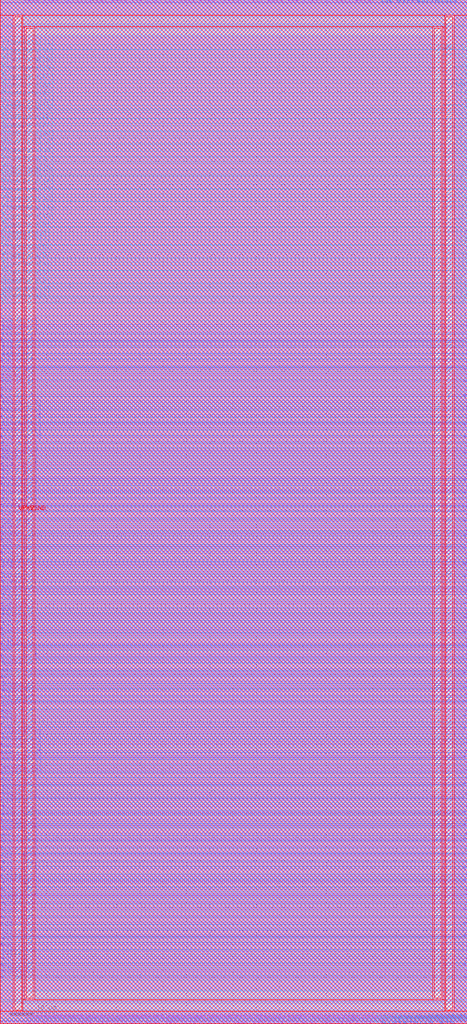
<source format=lef>
##
## LEF for PtnCells ;
## created by Innovus v15.20-p005_1 on Mon Jun 14 18:10:40 2021
##

VERSION 5.7 ;

BUSBITCHARS "[]" ;
DIVIDERCHAR "/" ;

MACRO RAM_IO
  CLASS BLOCK ;
  SIZE 100.2800 BY 219.6400 ;
  FOREIGN RAM_IO 0.0000 0.0000 ;
  ORIGIN 0 0 ;
  SYMMETRY X Y R90 ;
  PIN N1BEG[3]
    DIRECTION OUTPUT ;
    USE SIGNAL ;
    ANTENNAPARTIALMETALAREA 1.43225 LAYER li1  ;
    ANTENNAPARTIALMETALSIDEAREA 1.685 LAYER li1  ;
    ANTENNAPARTIALCUTAREA 0.0289 LAYER mcon  ;
    ANTENNAPARTIALMETALAREA 12.538 LAYER met1  ;
    ANTENNAPARTIALMETALSIDEAREA 62.643 LAYER met1  ;
    ANTENNAPARTIALCUTAREA 0.0225 LAYER via  ;
    ANTENNAPARTIALMETALAREA 8.3915 LAYER met2  ;
    ANTENNAPARTIALMETALSIDEAREA 41.7865 LAYER met2  ;
    ANTENNAPARTIALCUTAREA 0.04 LAYER via2  ;
    ANTENNAPARTIALMETALAREA 0.883 LAYER met3  ;
    ANTENNAPARTIALMETALSIDEAREA 5.176 LAYER met3  ;
    ANTENNAPARTIALCUTAREA 0.04 LAYER via3  ;
    ANTENNADIFFAREA 0.368 LAYER met4  ;
    ANTENNAPARTIALMETALAREA 16.4058 LAYER met4  ;
    ANTENNAPARTIALMETALSIDEAREA 87.968 LAYER met4  ;
    PORT
      LAYER li1 ;
        RECT 7.9650 219.3100 8.1350 219.6400 ;
    END
  END N1BEG[3]
  PIN N1BEG[2]
    DIRECTION OUTPUT ;
    USE SIGNAL ;
    ANTENNAPARTIALMETALAREA 0.33405 LAYER li1  ;
    ANTENNAPARTIALMETALSIDEAREA 0.393 LAYER li1  ;
    ANTENNAPARTIALCUTAREA 0.0289 LAYER mcon  ;
    ANTENNAPARTIALMETALAREA 1.3952 LAYER met1  ;
    ANTENNAPARTIALMETALSIDEAREA 6.8985 LAYER met1  ;
    ANTENNAPARTIALCUTAREA 0.0225 LAYER via  ;
    ANTENNAPARTIALMETALAREA 0.1036 LAYER met2  ;
    ANTENNAPARTIALMETALSIDEAREA 0.455 LAYER met2  ;
    ANTENNAPARTIALCUTAREA 0.04 LAYER via2  ;
    ANTENNAPARTIALMETALAREA 0.4 LAYER met3  ;
    ANTENNAPARTIALMETALSIDEAREA 2.6 LAYER met3  ;
    ANTENNAPARTIALCUTAREA 0.04 LAYER via3  ;
    ANTENNADIFFAREA 0.368 LAYER met4  ;
    ANTENNAPARTIALMETALAREA 46.0356 LAYER met4  ;
    ANTENNAPARTIALMETALSIDEAREA 246.464 LAYER met4  ;
    PORT
      LAYER li1 ;
        RECT 7.0450 219.3100 7.2150 219.6400 ;
    END
  END N1BEG[2]
  PIN N1BEG[1]
    DIRECTION OUTPUT ;
    USE SIGNAL ;
    ANTENNAPARTIALMETALAREA 0.21845 LAYER li1  ;
    ANTENNAPARTIALMETALSIDEAREA 0.257 LAYER li1  ;
    ANTENNAPARTIALCUTAREA 0.0289 LAYER mcon  ;
    ANTENNAPARTIALMETALAREA 4.0664 LAYER met1  ;
    ANTENNAPARTIALMETALSIDEAREA 20.2545 LAYER met1  ;
    ANTENNAPARTIALCUTAREA 0.0225 LAYER via  ;
    ANTENNAPARTIALMETALAREA 0.3191 LAYER met2  ;
    ANTENNAPARTIALMETALSIDEAREA 1.4245 LAYER met2  ;
    ANTENNAPARTIALCUTAREA 0.04 LAYER via2  ;
    ANTENNAPARTIALMETALAREA 3.436 LAYER met3  ;
    ANTENNAPARTIALMETALSIDEAREA 18.792 LAYER met3  ;
    ANTENNAPARTIALCUTAREA 0.04 LAYER via3  ;
    ANTENNADIFFAREA 0.368 LAYER met4  ;
    ANTENNAPARTIALMETALAREA 43.1958 LAYER met4  ;
    ANTENNAPARTIALMETALSIDEAREA 230.848 LAYER met4  ;
    PORT
      LAYER li1 ;
        RECT 6.1250 219.3100 6.2950 219.6400 ;
    END
  END N1BEG[1]
  PIN N1BEG[0]
    DIRECTION OUTPUT ;
    USE SIGNAL ;
    ANTENNAPARTIALMETALAREA 0.44965 LAYER li1  ;
    ANTENNAPARTIALMETALSIDEAREA 0.529 LAYER li1  ;
    ANTENNAPARTIALCUTAREA 0.0289 LAYER mcon  ;
    ANTENNAPARTIALMETALAREA 3.5036 LAYER met1  ;
    ANTENNAPARTIALMETALSIDEAREA 17.4405 LAYER met1  ;
    ANTENNAPARTIALCUTAREA 0.0225 LAYER via  ;
    ANTENNADIFFAREA 0.368 LAYER met2  ;
    ANTENNAPARTIALMETALAREA 2.6232 LAYER met2  ;
    ANTENNAPARTIALMETALSIDEAREA 12.88 LAYER met2  ;
    PORT
      LAYER li1 ;
        RECT 5.2050 219.3100 5.3750 219.6400 ;
    END
  END N1BEG[0]
  PIN N2BEG[7]
    DIRECTION OUTPUT ;
    USE SIGNAL ;
    ANTENNAPARTIALMETALAREA 0.33405 LAYER li1  ;
    ANTENNAPARTIALMETALSIDEAREA 0.393 LAYER li1  ;
    ANTENNAPARTIALCUTAREA 0.0289 LAYER mcon  ;
    ANTENNAPARTIALMETALAREA 1.9748 LAYER met1  ;
    ANTENNAPARTIALMETALSIDEAREA 9.7965 LAYER met1  ;
    ANTENNAPARTIALCUTAREA 0.0225 LAYER via  ;
    ANTENNADIFFAREA 0.368 LAYER met2  ;
    ANTENNAPARTIALMETALAREA 9.5236 LAYER met2  ;
    ANTENNAPARTIALMETALSIDEAREA 47.264 LAYER met2  ;
    PORT
      LAYER li1 ;
        RECT 16.7050 219.3100 16.8750 219.6400 ;
    END
  END N2BEG[7]
  PIN N2BEG[6]
    DIRECTION OUTPUT ;
    USE SIGNAL ;
    ANTENNAPARTIALMETALAREA 0.79645 LAYER li1  ;
    ANTENNAPARTIALMETALSIDEAREA 0.937 LAYER li1  ;
    ANTENNAPARTIALCUTAREA 0.0289 LAYER mcon  ;
    ANTENNAPARTIALMETALAREA 2.8904 LAYER met1  ;
    ANTENNAPARTIALMETALSIDEAREA 14.3745 LAYER met1  ;
    ANTENNAPARTIALCUTAREA 0.0225 LAYER via  ;
    ANTENNAPARTIALMETALAREA 2.2511 LAYER met2  ;
    ANTENNAPARTIALMETALSIDEAREA 11.0845 LAYER met2  ;
    ANTENNAPARTIALCUTAREA 0.04 LAYER via2  ;
    ANTENNAPARTIALMETALAREA 6.562 LAYER met3  ;
    ANTENNAPARTIALMETALSIDEAREA 35.464 LAYER met3  ;
    ANTENNAPARTIALCUTAREA 0.04 LAYER via3  ;
    ANTENNADIFFAREA 0.368 LAYER met4  ;
    ANTENNAPARTIALMETALAREA 17.7108 LAYER met4  ;
    ANTENNAPARTIALMETALSIDEAREA 94.928 LAYER met4  ;
    PORT
      LAYER li1 ;
        RECT 15.3250 219.3100 15.4950 219.6400 ;
    END
  END N2BEG[6]
  PIN N2BEG[5]
    DIRECTION OUTPUT ;
    USE SIGNAL ;
    ANTENNAPARTIALMETALAREA 1.14325 LAYER li1  ;
    ANTENNAPARTIALMETALSIDEAREA 1.345 LAYER li1  ;
    ANTENNAPARTIALCUTAREA 0.0289 LAYER mcon  ;
    ANTENNAPARTIALMETALAREA 1.7816 LAYER met1  ;
    ANTENNAPARTIALMETALSIDEAREA 8.8305 LAYER met1  ;
    ANTENNAPARTIALCUTAREA 0.0225 LAYER via  ;
    ANTENNAPARTIALMETALAREA 5.2597 LAYER met2  ;
    ANTENNAPARTIALMETALSIDEAREA 26.1275 LAYER met2  ;
    ANTENNAPARTIALCUTAREA 0.04 LAYER via2  ;
    ANTENNAPARTIALMETALAREA 4.471 LAYER met3  ;
    ANTENNAPARTIALMETALSIDEAREA 24.312 LAYER met3  ;
    ANTENNAPARTIALCUTAREA 0.04 LAYER via3  ;
    ANTENNADIFFAREA 0.368 LAYER met4  ;
    ANTENNAPARTIALMETALAREA 36.4248 LAYER met4  ;
    ANTENNAPARTIALMETALSIDEAREA 194.736 LAYER met4  ;
    PORT
      LAYER li1 ;
        RECT 14.4050 219.3100 14.5750 219.6400 ;
    END
  END N2BEG[5]
  PIN N2BEG[4]
    DIRECTION OUTPUT ;
    USE SIGNAL ;
    ANTENNAPARTIALMETALAREA 1.20105 LAYER li1  ;
    ANTENNAPARTIALMETALSIDEAREA 1.413 LAYER li1  ;
    ANTENNAPARTIALCUTAREA 0.0289 LAYER mcon  ;
    ANTENNAPARTIALMETALAREA 0.3004 LAYER met1  ;
    ANTENNAPARTIALMETALSIDEAREA 1.4245 LAYER met1  ;
    ANTENNAPARTIALCUTAREA 0.0225 LAYER via  ;
    ANTENNADIFFAREA 0.368 LAYER met2  ;
    ANTENNAPARTIALMETALAREA 10.0712 LAYER met2  ;
    ANTENNAPARTIALMETALSIDEAREA 50.12 LAYER met2  ;
    PORT
      LAYER li1 ;
        RECT 13.4850 219.3100 13.6550 219.6400 ;
    END
  END N2BEG[4]
  PIN N2BEG[3]
    DIRECTION OUTPUT ;
    USE SIGNAL ;
    ANTENNAPARTIALMETALAREA 0.73865 LAYER li1  ;
    ANTENNAPARTIALMETALSIDEAREA 0.869 LAYER li1  ;
    ANTENNAPARTIALCUTAREA 0.0289 LAYER mcon  ;
    ANTENNAPARTIALMETALAREA 0.6224 LAYER met1  ;
    ANTENNAPARTIALMETALSIDEAREA 3.0345 LAYER met1  ;
    ANTENNAPARTIALCUTAREA 0.0225 LAYER via  ;
    ANTENNAPARTIALMETALAREA 8.0695 LAYER met2  ;
    ANTENNAPARTIALMETALSIDEAREA 40.1765 LAYER met2  ;
    ANTENNAPARTIALCUTAREA 0.04 LAYER via2  ;
    ANTENNADIFFAREA 0.368 LAYER met3  ;
    ANTENNAPARTIALMETALAREA 9.3168 LAYER met3  ;
    ANTENNAPARTIALMETALSIDEAREA 50.16 LAYER met3  ;
    PORT
      LAYER li1 ;
        RECT 12.1050 219.3100 12.2750 219.6400 ;
    END
  END N2BEG[3]
  PIN N2BEG[2]
    DIRECTION OUTPUT ;
    USE SIGNAL ;
    ANTENNAPARTIALMETALAREA 0.10285 LAYER li1  ;
    ANTENNAPARTIALMETALSIDEAREA 0.121 LAYER li1  ;
    ANTENNAPARTIALCUTAREA 0.0289 LAYER mcon  ;
    ANTENNAPARTIALMETALAREA 2.49 LAYER met1  ;
    ANTENNAPARTIALMETALSIDEAREA 12.3725 LAYER met1  ;
    ANTENNAPARTIALCUTAREA 0.0225 LAYER via  ;
    ANTENNAPARTIALMETALAREA 0.1335 LAYER met2  ;
    ANTENNAPARTIALMETALSIDEAREA 0.5355 LAYER met2  ;
    ANTENNAPARTIALCUTAREA 0.04 LAYER via2  ;
    ANTENNAPARTIALMETALAREA 7.369 LAYER met3  ;
    ANTENNAPARTIALMETALSIDEAREA 39.768 LAYER met3  ;
    ANTENNAPARTIALCUTAREA 0.04 LAYER via3  ;
    ANTENNADIFFAREA 0.368 LAYER met4  ;
    ANTENNAPARTIALMETALAREA 43.3308 LAYER met4  ;
    ANTENNAPARTIALMETALSIDEAREA 231.568 LAYER met4  ;
    PORT
      LAYER li1 ;
        RECT 11.1850 219.3100 11.3550 219.6400 ;
    END
  END N2BEG[2]
  PIN N2BEG[1]
    DIRECTION OUTPUT ;
    USE SIGNAL ;
    ANTENNAPARTIALMETALAREA 1.35745 LAYER li1  ;
    ANTENNAPARTIALMETALSIDEAREA 1.597 LAYER li1  ;
    ANTENNAPARTIALCUTAREA 0.0289 LAYER mcon  ;
    ANTENNAPARTIALMETALAREA 0.4936 LAYER met1  ;
    ANTENNAPARTIALMETALSIDEAREA 2.3905 LAYER met1  ;
    ANTENNAPARTIALCUTAREA 0.0225 LAYER via  ;
    ANTENNAPARTIALMETALAREA 4.2683 LAYER met2  ;
    ANTENNAPARTIALMETALSIDEAREA 21.0525 LAYER met2  ;
    ANTENNAPARTIALCUTAREA 0.04 LAYER via2  ;
    ANTENNAPARTIALMETALAREA 0.331 LAYER met3  ;
    ANTENNAPARTIALMETALSIDEAREA 2.232 LAYER met3  ;
    ANTENNAPARTIALCUTAREA 0.04 LAYER via3  ;
    ANTENNADIFFAREA 0.368 LAYER met4  ;
    ANTENNAPARTIALMETALAREA 16.7718 LAYER met4  ;
    ANTENNAPARTIALMETALSIDEAREA 89.92 LAYER met4  ;
    PORT
      LAYER li1 ;
        RECT 10.2650 219.3100 10.4350 219.6400 ;
    END
  END N2BEG[1]
  PIN N2BEG[0]
    DIRECTION OUTPUT ;
    USE SIGNAL ;
    ANTENNAPARTIALMETALAREA 0.91205 LAYER li1  ;
    ANTENNAPARTIALMETALSIDEAREA 1.073 LAYER li1  ;
    ANTENNAPARTIALCUTAREA 0.0289 LAYER mcon  ;
    ANTENNAPARTIALMETALAREA 0.0832 LAYER met1  ;
    ANTENNAPARTIALMETALSIDEAREA 0.406 LAYER met1  ;
    ANTENNAPARTIALCUTAREA 0.0225 LAYER via  ;
    ANTENNAPARTIALMETALAREA 7.1357 LAYER met2  ;
    ANTENNAPARTIALMETALSIDEAREA 35.5075 LAYER met2  ;
    ANTENNAPARTIALCUTAREA 0.04 LAYER via2  ;
    ANTENNADIFFAREA 0.368 LAYER met3  ;
    ANTENNAPARTIALMETALAREA 16.9518 LAYER met3  ;
    ANTENNAPARTIALMETALSIDEAREA 90.88 LAYER met3  ;
    PORT
      LAYER li1 ;
        RECT 9.3450 219.3100 9.5150 219.6400 ;
    END
  END N2BEG[0]
  PIN N2BEGb[7]
    DIRECTION OUTPUT ;
    USE SIGNAL ;
    ANTENNAPARTIALMETALAREA 1.77905 LAYER li1  ;
    ANTENNAPARTIALMETALSIDEAREA 2.093 LAYER li1  ;
    ANTENNAPARTIALCUTAREA 0.0289 LAYER mcon  ;
    ANTENNAPARTIALMETALAREA 1.6528 LAYER met1  ;
    ANTENNAPARTIALMETALSIDEAREA 8.1865 LAYER met1  ;
    ANTENNAPARTIALCUTAREA 0.0225 LAYER via  ;
    ANTENNADIFFAREA 1.782 LAYER met2  ;
    ANTENNAPARTIALMETALAREA 9.8376 LAYER met2  ;
    ANTENNAPARTIALMETALSIDEAREA 49.07 LAYER met2  ;
    PORT
      LAYER li1 ;
        RECT 24.9850 219.3100 25.1550 219.6400 ;
    END
  END N2BEGb[7]
  PIN N2BEGb[6]
    DIRECTION OUTPUT ;
    USE SIGNAL ;
    ANTENNAPARTIALMETALAREA 1.81985 LAYER li1  ;
    ANTENNAPARTIALMETALSIDEAREA 2.141 LAYER li1  ;
    ANTENNAPARTIALCUTAREA 0.0289 LAYER mcon  ;
    ANTENNADIFFAREA 1.782 LAYER met1  ;
    ANTENNAPARTIALMETALAREA 3.0332 LAYER met1  ;
    ANTENNAPARTIALMETALSIDEAREA 15.092 LAYER met1  ;
    PORT
      LAYER li1 ;
        RECT 24.0650 219.3100 24.2350 219.6400 ;
    END
  END N2BEGb[6]
  PIN N2BEGb[5]
    DIRECTION OUTPUT ;
    USE SIGNAL ;
    ANTENNAPARTIALMETALAREA 0.50745 LAYER li1  ;
    ANTENNAPARTIALMETALSIDEAREA 0.597 LAYER li1  ;
    ANTENNAPARTIALCUTAREA 0.0289 LAYER mcon  ;
    ANTENNADIFFAREA 1.782 LAYER met1  ;
    ANTENNAPARTIALMETALAREA 4.3254 LAYER met1  ;
    ANTENNAPARTIALMETALSIDEAREA 21.553 LAYER met1  ;
    PORT
      LAYER li1 ;
        RECT 22.6850 219.3100 22.8550 219.6400 ;
    END
  END N2BEGb[5]
  PIN N2BEGb[4]
    DIRECTION OUTPUT ;
    USE SIGNAL ;
    ANTENNAPARTIALMETALAREA 0.56525 LAYER li1  ;
    ANTENNAPARTIALMETALSIDEAREA 0.665 LAYER li1  ;
    ANTENNAPARTIALCUTAREA 0.0289 LAYER mcon  ;
    ANTENNAPARTIALMETALAREA 3.3748 LAYER met1  ;
    ANTENNAPARTIALMETALSIDEAREA 16.7965 LAYER met1  ;
    ANTENNAPARTIALCUTAREA 0.0225 LAYER via  ;
    ANTENNADIFFAREA 1.782 LAYER met2  ;
    ANTENNAPARTIALMETALAREA 3.3444 LAYER met2  ;
    ANTENNAPARTIALMETALSIDEAREA 16.604 LAYER met2  ;
    PORT
      LAYER li1 ;
        RECT 21.7650 219.3100 21.9350 219.6400 ;
    END
  END N2BEGb[4]
  PIN N2BEGb[3]
    DIRECTION OUTPUT ;
    USE SIGNAL ;
    ANTENNAPARTIALMETALAREA 0.50745 LAYER li1  ;
    ANTENNAPARTIALMETALSIDEAREA 0.597 LAYER li1  ;
    ANTENNAPARTIALCUTAREA 0.0289 LAYER mcon  ;
    ANTENNAPARTIALMETALAREA 0.6868 LAYER met1  ;
    ANTENNAPARTIALMETALSIDEAREA 3.3565 LAYER met1  ;
    ANTENNAPARTIALCUTAREA 0.0225 LAYER via  ;
    ANTENNADIFFAREA 1.782 LAYER met2  ;
    ANTENNAPARTIALMETALAREA 12.7648 LAYER met2  ;
    ANTENNAPARTIALMETALSIDEAREA 63.588 LAYER met2  ;
    PORT
      LAYER li1 ;
        RECT 20.8450 219.3100 21.0150 219.6400 ;
    END
  END N2BEGb[3]
  PIN N2BEGb[2]
    DIRECTION OUTPUT ;
    USE SIGNAL ;
    ANTENNAPARTIALCUTAREA 0.0289 LAYER mcon  ;
    ANTENNAPARTIALMETALAREA 1.0088 LAYER met1  ;
    ANTENNAPARTIALMETALSIDEAREA 4.9665 LAYER met1  ;
    ANTENNAPARTIALCUTAREA 0.0225 LAYER via  ;
    ANTENNAPARTIALMETALAREA 0.5095 LAYER met2  ;
    ANTENNAPARTIALMETALSIDEAREA 2.3765 LAYER met2  ;
    ANTENNAPARTIALCUTAREA 0.04 LAYER via2  ;
    ANTENNAPARTIALMETALAREA 0.1905 LAYER met3  ;
    ANTENNAPARTIALMETALSIDEAREA 1.464 LAYER met3  ;
    ANTENNAPARTIALCUTAREA 0.04 LAYER via3  ;
    ANTENNADIFFAREA 1.782 LAYER met4  ;
    ANTENNAPARTIALMETALAREA 46.8156 LAYER met4  ;
    ANTENNAPARTIALMETALSIDEAREA 250.624 LAYER met4  ;
    PORT
      LAYER li1 ;
        RECT 19.4650 219.3100 19.6350 219.6400 ;
    END
  END N2BEGb[2]
  PIN N2BEGb[1]
    DIRECTION OUTPUT ;
    USE SIGNAL ;
    ANTENNAPARTIALCUTAREA 0.0289 LAYER mcon  ;
    ANTENNAPARTIALMETALAREA 1.1376 LAYER met1  ;
    ANTENNAPARTIALMETALSIDEAREA 5.6105 LAYER met1  ;
    ANTENNAPARTIALCUTAREA 0.0225 LAYER via  ;
    ANTENNAPARTIALMETALAREA 0.1517 LAYER met2  ;
    ANTENNAPARTIALMETALSIDEAREA 0.5845 LAYER met2  ;
    ANTENNAPARTIALCUTAREA 0.04 LAYER via2  ;
    ANTENNAPARTIALMETALAREA 0.4 LAYER met3  ;
    ANTENNAPARTIALMETALSIDEAREA 2.6 LAYER met3  ;
    ANTENNAPARTIALCUTAREA 0.04 LAYER via3  ;
    ANTENNADIFFAREA 1.782 LAYER met4  ;
    ANTENNAPARTIALMETALAREA 56.3718 LAYER met4  ;
    ANTENNAPARTIALMETALSIDEAREA 301.12 LAYER met4  ;
    PORT
      LAYER li1 ;
        RECT 18.5450 219.3100 18.7150 219.6400 ;
    END
  END N2BEGb[1]
  PIN N2BEGb[0]
    DIRECTION OUTPUT ;
    USE SIGNAL ;
    ANTENNAPARTIALMETALAREA 0.85425 LAYER li1  ;
    ANTENNAPARTIALMETALSIDEAREA 1.005 LAYER li1  ;
    ANTENNAPARTIALCUTAREA 0.0289 LAYER mcon  ;
    ANTENNAPARTIALMETALAREA 1.1852 LAYER met1  ;
    ANTENNAPARTIALMETALSIDEAREA 5.8485 LAYER met1  ;
    ANTENNAPARTIALCUTAREA 0.0225 LAYER via  ;
    ANTENNAPARTIALMETALAREA 3.7029 LAYER met2  ;
    ANTENNAPARTIALMETALSIDEAREA 18.3435 LAYER met2  ;
    ANTENNAPARTIALCUTAREA 0.04 LAYER via2  ;
    ANTENNAPARTIALMETALAREA 5.023 LAYER met3  ;
    ANTENNAPARTIALMETALSIDEAREA 27.256 LAYER met3  ;
    ANTENNAPARTIALCUTAREA 0.04 LAYER via3  ;
    ANTENNADIFFAREA 1.782 LAYER met4  ;
    ANTENNAPARTIALMETALAREA 2.5524 LAYER met4  ;
    ANTENNAPARTIALMETALSIDEAREA 15.024 LAYER met4  ;
    PORT
      LAYER li1 ;
        RECT 17.6250 219.3100 17.7950 219.6400 ;
    END
  END N2BEGb[0]
  PIN N4BEG[15]
    DIRECTION OUTPUT ;
    USE SIGNAL ;
    ANTENNAPARTIALMETALAREA 1.77905 LAYER li1  ;
    ANTENNAPARTIALMETALSIDEAREA 2.093 LAYER li1  ;
    ANTENNAPARTIALCUTAREA 0.0289 LAYER mcon  ;
    ANTENNAPARTIALMETALAREA 1.0732 LAYER met1  ;
    ANTENNAPARTIALMETALSIDEAREA 5.2885 LAYER met1  ;
    ANTENNAPARTIALCUTAREA 0.0225 LAYER via  ;
    ANTENNAPARTIALMETALAREA 0.3149 LAYER met2  ;
    ANTENNAPARTIALMETALSIDEAREA 1.4035 LAYER met2  ;
    ANTENNAPARTIALCUTAREA 0.04 LAYER via2  ;
    ANTENNAPARTIALMETALAREA 3.781 LAYER met3  ;
    ANTENNAPARTIALMETALSIDEAREA 20.632 LAYER met3  ;
    ANTENNAPARTIALCUTAREA 0.04 LAYER via3  ;
    ANTENNADIFFAREA 1.782 LAYER met4  ;
    ANTENNAPARTIALMETALAREA 49.4418 LAYER met4  ;
    ANTENNAPARTIALMETALSIDEAREA 264.16 LAYER met4  ;
    PORT
      LAYER li1 ;
        RECT 41.5450 219.3100 41.7150 219.6400 ;
    END
  END N4BEG[15]
  PIN N4BEG[14]
    DIRECTION OUTPUT ;
    USE SIGNAL ;
    ANTENNAPARTIALMETALAREA 0.10285 LAYER li1  ;
    ANTENNAPARTIALMETALSIDEAREA 0.121 LAYER li1  ;
    ANTENNAPARTIALCUTAREA 0.0289 LAYER mcon  ;
    ANTENNAPARTIALMETALAREA 5.4496 LAYER met1  ;
    ANTENNAPARTIALMETALSIDEAREA 27.1705 LAYER met1  ;
    ANTENNAPARTIALCUTAREA 0.0225 LAYER via  ;
    ANTENNAPARTIALMETALAREA 0.4353 LAYER met2  ;
    ANTENNAPARTIALMETALSIDEAREA 2.0055 LAYER met2  ;
    ANTENNAPARTIALCUTAREA 0.04 LAYER via2  ;
    ANTENNAPARTIALMETALAREA 0.331 LAYER met3  ;
    ANTENNAPARTIALMETALSIDEAREA 2.232 LAYER met3  ;
    ANTENNAPARTIALCUTAREA 0.04 LAYER via3  ;
    ANTENNADIFFAREA 1.782 LAYER met4  ;
    ANTENNAPARTIALMETALAREA 45.7338 LAYER met4  ;
    ANTENNAPARTIALMETALSIDEAREA 244.384 LAYER met4  ;
    PORT
      LAYER li1 ;
        RECT 40.6250 219.3100 40.7950 219.6400 ;
    END
  END N4BEG[14]
  PIN N4BEG[13]
    DIRECTION OUTPUT ;
    USE SIGNAL ;
    ANTENNAPARTIALMETALAREA 0.68085 LAYER li1  ;
    ANTENNAPARTIALMETALSIDEAREA 0.801 LAYER li1  ;
    ANTENNAPARTIALCUTAREA 0.0289 LAYER mcon  ;
    ANTENNAPARTIALMETALAREA 3.8256 LAYER met1  ;
    ANTENNAPARTIALMETALSIDEAREA 19.0505 LAYER met1  ;
    ANTENNAPARTIALCUTAREA 0.0225 LAYER via  ;
    ANTENNAPARTIALMETALAREA 1.3047 LAYER met2  ;
    ANTENNAPARTIALMETALSIDEAREA 6.3525 LAYER met2  ;
    ANTENNAPARTIALCUTAREA 0.04 LAYER via2  ;
    ANTENNAPARTIALMETALAREA 0.4 LAYER met3  ;
    ANTENNAPARTIALMETALSIDEAREA 2.6 LAYER met3  ;
    ANTENNAPARTIALCUTAREA 0.04 LAYER via3  ;
    ANTENNADIFFAREA 1.782 LAYER met4  ;
    ANTENNAPARTIALMETALAREA 40.0608 LAYER met4  ;
    ANTENNAPARTIALMETALSIDEAREA 214.128 LAYER met4  ;
    PORT
      LAYER li1 ;
        RECT 39.7050 219.3100 39.8750 219.6400 ;
    END
  END N4BEG[13]
  PIN N4BEG[12]
    DIRECTION OUTPUT ;
    USE SIGNAL ;
    ANTENNAPARTIALMETALAREA 0.79645 LAYER li1  ;
    ANTENNAPARTIALMETALSIDEAREA 0.937 LAYER li1  ;
    ANTENNAPARTIALCUTAREA 0.0289 LAYER mcon  ;
    ANTENNAPARTIALMETALAREA 2.6832 LAYER met1  ;
    ANTENNAPARTIALMETALSIDEAREA 13.3385 LAYER met1  ;
    ANTENNAPARTIALCUTAREA 0.0225 LAYER via  ;
    ANTENNAPARTIALMETALAREA 0.8679 LAYER met2  ;
    ANTENNAPARTIALMETALSIDEAREA 4.1685 LAYER met2  ;
    ANTENNAPARTIALCUTAREA 0.04 LAYER via2  ;
    ANTENNAPARTIALMETALAREA 7.99 LAYER met3  ;
    ANTENNAPARTIALMETALSIDEAREA 43.08 LAYER met3  ;
    ANTENNAPARTIALCUTAREA 0.04 LAYER via3  ;
    ANTENNADIFFAREA 1.782 LAYER met4  ;
    ANTENNAPARTIALMETALAREA 25.6278 LAYER met4  ;
    ANTENNAPARTIALMETALSIDEAREA 137.152 LAYER met4  ;
    PORT
      LAYER li1 ;
        RECT 38.7850 219.3100 38.9550 219.6400 ;
    END
  END N4BEG[12]
  PIN N4BEG[11]
    DIRECTION OUTPUT ;
    USE SIGNAL ;
    ANTENNAPARTIALMETALAREA 0.56525 LAYER li1  ;
    ANTENNAPARTIALMETALSIDEAREA 0.665 LAYER li1  ;
    ANTENNAPARTIALCUTAREA 0.0289 LAYER mcon  ;
    ANTENNAPARTIALMETALAREA 3.246 LAYER met1  ;
    ANTENNAPARTIALMETALSIDEAREA 16.1525 LAYER met1  ;
    ANTENNAPARTIALCUTAREA 0.0225 LAYER via  ;
    ANTENNAPARTIALMETALAREA 1.9557 LAYER met2  ;
    ANTENNAPARTIALMETALSIDEAREA 9.6075 LAYER met2  ;
    ANTENNAPARTIALCUTAREA 0.04 LAYER via2  ;
    ANTENNAPARTIALMETALAREA 1.687 LAYER met3  ;
    ANTENNAPARTIALMETALSIDEAREA 9.464 LAYER met3  ;
    ANTENNAPARTIALCUTAREA 0.04 LAYER via3  ;
    ANTENNADIFFAREA 1.782 LAYER met4  ;
    ANTENNAPARTIALMETALAREA 3.1896 LAYER met4  ;
    ANTENNAPARTIALMETALSIDEAREA 17.952 LAYER met4  ;
    PORT
      LAYER li1 ;
        RECT 37.4050 219.3100 37.5750 219.6400 ;
    END
  END N4BEG[11]
  PIN N4BEG[10]
    DIRECTION OUTPUT ;
    USE SIGNAL ;
    ANTENNAPARTIALMETALAREA 0.44965 LAYER li1  ;
    ANTENNAPARTIALMETALSIDEAREA 0.529 LAYER li1  ;
    ANTENNAPARTIALCUTAREA 0.0289 LAYER mcon  ;
    ANTENNAPARTIALMETALAREA 6.6256 LAYER met1  ;
    ANTENNAPARTIALMETALSIDEAREA 33.0505 LAYER met1  ;
    ANTENNAPARTIALCUTAREA 0.0225 LAYER via  ;
    ANTENNADIFFAREA 1.782 LAYER met2  ;
    ANTENNAPARTIALMETALAREA 1.964 LAYER met2  ;
    ANTENNAPARTIALMETALSIDEAREA 9.702 LAYER met2  ;
    PORT
      LAYER li1 ;
        RECT 36.4850 219.3100 36.6550 219.6400 ;
    END
  END N4BEG[10]
  PIN N4BEG[9]
    DIRECTION OUTPUT ;
    USE SIGNAL ;
    ANTENNAPARTIALMETALAREA 0.83725 LAYER li1  ;
    ANTENNAPARTIALMETALSIDEAREA 0.985 LAYER li1  ;
    ANTENNAPARTIALCUTAREA 0.0289 LAYER mcon  ;
    ANTENNADIFFAREA 1.782 LAYER met1  ;
    ANTENNAPARTIALMETALAREA 7.0274 LAYER met1  ;
    ANTENNAPARTIALMETALSIDEAREA 35.063 LAYER met1  ;
    PORT
      LAYER li1 ;
        RECT 35.5650 219.3100 35.7350 219.6400 ;
    END
  END N4BEG[9]
  PIN N4BEG[8]
    DIRECTION OUTPUT ;
    USE SIGNAL ;
    ANTENNAPARTIALMETALAREA 0.21845 LAYER li1  ;
    ANTENNAPARTIALMETALSIDEAREA 0.257 LAYER li1  ;
    ANTENNAPARTIALCUTAREA 0.0289 LAYER mcon  ;
    ANTENNAPARTIALMETALAREA 2.3276 LAYER met1  ;
    ANTENNAPARTIALMETALSIDEAREA 11.5605 LAYER met1  ;
    ANTENNAPARTIALCUTAREA 0.0225 LAYER via  ;
    ANTENNADIFFAREA 1.782 LAYER met2  ;
    ANTENNAPARTIALMETALAREA 3.2016 LAYER met2  ;
    ANTENNAPARTIALMETALSIDEAREA 15.89 LAYER met2  ;
    PORT
      LAYER li1 ;
        RECT 34.1850 219.3100 34.3550 219.6400 ;
    END
  END N4BEG[8]
  PIN N4BEG[7]
    DIRECTION OUTPUT ;
    USE SIGNAL ;
    ANTENNAPARTIALMETALAREA 0.136 LAYER li1  ;
    ANTENNAPARTIALMETALSIDEAREA 0.16 LAYER li1  ;
    ANTENNAPARTIALCUTAREA 0.0289 LAYER mcon  ;
    ANTENNAPARTIALMETALAREA 5.4356 LAYER met1  ;
    ANTENNAPARTIALMETALSIDEAREA 27.1005 LAYER met1  ;
    ANTENNAPARTIALCUTAREA 0.0225 LAYER via  ;
    ANTENNADIFFAREA 1.782 LAYER met2  ;
    ANTENNAPARTIALMETALAREA 2.5492 LAYER met2  ;
    ANTENNAPARTIALMETALSIDEAREA 12.628 LAYER met2  ;
    PORT
      LAYER li1 ;
        RECT 33.2650 219.3100 33.4350 219.6400 ;
    END
  END N4BEG[7]
  PIN N4BEG[6]
    DIRECTION OUTPUT ;
    USE SIGNAL ;
    ANTENNAPARTIALMETALAREA 0.33405 LAYER li1  ;
    ANTENNAPARTIALMETALSIDEAREA 0.393 LAYER li1  ;
    ANTENNAPARTIALCUTAREA 0.0289 LAYER mcon  ;
    ANTENNAPARTIALMETALAREA 0.0832 LAYER met1  ;
    ANTENNAPARTIALMETALSIDEAREA 0.406 LAYER met1  ;
    ANTENNAPARTIALCUTAREA 0.0225 LAYER via  ;
    ANTENNAPARTIALMETALAREA 0.2239 LAYER met2  ;
    ANTENNAPARTIALMETALSIDEAREA 0.9485 LAYER met2  ;
    ANTENNAPARTIALCUTAREA 0.04 LAYER via2  ;
    ANTENNAPARTIALMETALAREA 0.331 LAYER met3  ;
    ANTENNAPARTIALMETALSIDEAREA 2.232 LAYER met3  ;
    ANTENNAPARTIALCUTAREA 0.04 LAYER via3  ;
    ANTENNADIFFAREA 1.782 LAYER met4  ;
    ANTENNAPARTIALMETALAREA 61.4718 LAYER met4  ;
    ANTENNAPARTIALMETALSIDEAREA 328.32 LAYER met4  ;
    PORT
      LAYER li1 ;
        RECT 32.3450 219.3100 32.5150 219.6400 ;
    END
  END N4BEG[6]
  PIN N4BEG[5]
    DIRECTION OUTPUT ;
    USE SIGNAL ;
    ANTENNAPARTIALMETALAREA 0.16065 LAYER li1  ;
    ANTENNAPARTIALMETALSIDEAREA 0.189 LAYER li1  ;
    ANTENNAPARTIALCUTAREA 0.0289 LAYER mcon  ;
    ANTENNAPARTIALMETALAREA 0.6224 LAYER met1  ;
    ANTENNAPARTIALMETALSIDEAREA 3.0345 LAYER met1  ;
    ANTENNAPARTIALCUTAREA 0.0225 LAYER via  ;
    ANTENNAPARTIALMETALAREA 0.1959 LAYER met2  ;
    ANTENNAPARTIALMETALSIDEAREA 0.8085 LAYER met2  ;
    ANTENNAPARTIALCUTAREA 0.04 LAYER via2  ;
    ANTENNAPARTIALMETALAREA 1.642 LAYER met3  ;
    ANTENNAPARTIALMETALSIDEAREA 9.224 LAYER met3  ;
    ANTENNAPARTIALCUTAREA 0.04 LAYER via3  ;
    ANTENNADIFFAREA 1.782 LAYER met4  ;
    ANTENNAPARTIALMETALAREA 59.6178 LAYER met4  ;
    ANTENNAPARTIALMETALSIDEAREA 318.432 LAYER met4  ;
    PORT
      LAYER li1 ;
        RECT 31.4250 219.3100 31.5950 219.6400 ;
    END
  END N4BEG[5]
  PIN N4BEG[4]
    DIRECTION OUTPUT ;
    USE SIGNAL ;
    ANTENNAPARTIALMETALAREA 1.77905 LAYER li1  ;
    ANTENNAPARTIALMETALSIDEAREA 2.093 LAYER li1  ;
    ANTENNAPARTIALCUTAREA 0.0289 LAYER mcon  ;
    ANTENNAPARTIALMETALAREA 0.88 LAYER met1  ;
    ANTENNAPARTIALMETALSIDEAREA 4.3225 LAYER met1  ;
    ANTENNAPARTIALCUTAREA 0.0225 LAYER via  ;
    ANTENNADIFFAREA 1.782 LAYER met2  ;
    ANTENNAPARTIALMETALAREA 1.1212 LAYER met2  ;
    ANTENNAPARTIALMETALSIDEAREA 5.488 LAYER met2  ;
    PORT
      LAYER li1 ;
        RECT 30.0450 219.3100 30.2150 219.6400 ;
    END
  END N4BEG[4]
  PIN N4BEG[3]
    DIRECTION OUTPUT ;
    USE SIGNAL ;
    ANTENNAPARTIALMETALAREA 1.93545 LAYER li1  ;
    ANTENNAPARTIALMETALSIDEAREA 2.277 LAYER li1  ;
    ANTENNAPARTIALCUTAREA 0.0289 LAYER mcon  ;
    ANTENNAPARTIALMETALAREA 0.1716 LAYER met1  ;
    ANTENNAPARTIALMETALSIDEAREA 0.7805 LAYER met1  ;
    ANTENNAPARTIALCUTAREA 0.0225 LAYER via  ;
    ANTENNADIFFAREA 1.782 LAYER met2  ;
    ANTENNAPARTIALMETALAREA 0.7404 LAYER met2  ;
    ANTENNAPARTIALMETALSIDEAREA 3.584 LAYER met2  ;
    PORT
      LAYER li1 ;
        RECT 29.1250 219.3100 29.2950 219.6400 ;
    END
  END N4BEG[3]
  PIN N4BEG[2]
    DIRECTION OUTPUT ;
    USE SIGNAL ;
    ANTENNAPARTIALCUTAREA 0.0289 LAYER mcon  ;
    ANTENNAPARTIALMETALAREA 1.8768 LAYER met1  ;
    ANTENNAPARTIALMETALSIDEAREA 9.3065 LAYER met1  ;
    ANTENNAPARTIALCUTAREA 0.0225 LAYER via  ;
    ANTENNADIFFAREA 1.782 LAYER met2  ;
    ANTENNAPARTIALMETALAREA 2.09 LAYER met2  ;
    ANTENNAPARTIALMETALSIDEAREA 10.332 LAYER met2  ;
    PORT
      LAYER li1 ;
        RECT 28.2050 219.3100 28.3750 219.6400 ;
    END
  END N4BEG[2]
  PIN N4BEG[1]
    DIRECTION OUTPUT ;
    USE SIGNAL ;
    ANTENNAPARTIALMETALAREA 0.39185 LAYER li1  ;
    ANTENNAPARTIALMETALSIDEAREA 0.461 LAYER li1  ;
    ANTENNAPARTIALCUTAREA 0.0289 LAYER mcon  ;
    ANTENNAPARTIALMETALAREA 1.3308 LAYER met1  ;
    ANTENNAPARTIALMETALSIDEAREA 6.5765 LAYER met1  ;
    ANTENNAPARTIALCUTAREA 0.0225 LAYER via  ;
    ANTENNADIFFAREA 1.782 LAYER met2  ;
    ANTENNAPARTIALMETALAREA 2.1572 LAYER met2  ;
    ANTENNAPARTIALMETALSIDEAREA 10.668 LAYER met2  ;
    PORT
      LAYER li1 ;
        RECT 26.8250 219.3100 26.9950 219.6400 ;
    END
  END N4BEG[1]
  PIN N4BEG[0]
    DIRECTION OUTPUT ;
    USE SIGNAL ;
    ANTENNAPARTIALMETALAREA 0.27625 LAYER li1  ;
    ANTENNAPARTIALMETALSIDEAREA 0.325 LAYER li1  ;
    ANTENNAPARTIALCUTAREA 0.0289 LAYER mcon  ;
    ANTENNAPARTIALMETALAREA 0.9444 LAYER met1  ;
    ANTENNAPARTIALMETALSIDEAREA 4.6445 LAYER met1  ;
    ANTENNAPARTIALCUTAREA 0.0225 LAYER via  ;
    ANTENNADIFFAREA 1.782 LAYER met2  ;
    ANTENNAPARTIALMETALAREA 2.2496 LAYER met2  ;
    ANTENNAPARTIALMETALSIDEAREA 11.13 LAYER met2  ;
    PORT
      LAYER li1 ;
        RECT 25.9050 219.3100 26.0750 219.6400 ;
    END
  END N4BEG[0]
  PIN N1END[3]
    DIRECTION INPUT ;
    USE SIGNAL ;
    ANTENNAPARTIALMETALAREA 1.72125 LAYER li1  ;
    ANTENNAPARTIALMETALSIDEAREA 2.025 LAYER li1  ;
    ANTENNAPARTIALCUTAREA 0.0289 LAYER mcon  ;
    ANTENNAPARTIALMETALAREA 0.0832 LAYER met1  ;
    ANTENNAPARTIALMETALSIDEAREA 0.406 LAYER met1  ;
    ANTENNAPARTIALCUTAREA 0.0225 LAYER via  ;
    ANTENNAPARTIALMETALAREA 0.1673 LAYER met2  ;
    ANTENNAPARTIALMETALSIDEAREA 0.6265 LAYER met2  ;
    ANTENNAPARTIALCUTAREA 0.04 LAYER via2  ;
    ANTENNAPARTIALMETALAREA 6.562 LAYER met3  ;
    ANTENNAPARTIALMETALSIDEAREA 35.464 LAYER met3  ;
    ANTENNAPARTIALCUTAREA 0.04 LAYER via3  ;
    ANTENNADIFFAREA 0.936 LAYER met4  ;
    ANTENNAPARTIALMETALAREA 50.4615 LAYER met4  ;
    ANTENNAPARTIALMETALSIDEAREA 270.064 LAYER met4  ;
    ANTENNAMODEL OXIDE1 ;
    ANTENNAGATEAREA 0.159 LAYER met4  ;
    ANTENNAMAXAREACAR 441.406 LAYER met4  ;
    ANTENNAMAXSIDEAREACAR 2322.26 LAYER met4  ;
    ANTENNAMAXCUTCAR 0.826415 LAYER via4  ;
    PORT
      LAYER li1 ;
        RECT 7.9650 0.0000 8.1350 0.3300 ;
    END
  END N1END[3]
  PIN N1END[2]
    DIRECTION INPUT ;
    USE SIGNAL ;
    ANTENNAPARTIALMETALAREA 10.1124 LAYER li1  ;
    ANTENNAPARTIALMETALSIDEAREA 11.897 LAYER li1  ;
    ANTENNAPARTIALCUTAREA 0.0578 LAYER mcon  ;
    ANTENNADIFFAREA 0.1872 LAYER met1  ;
    ANTENNAPARTIALMETALAREA 6.7037 LAYER met1  ;
    ANTENNAPARTIALMETALSIDEAREA 33.2185 LAYER met1  ;
    ANTENNAPARTIALCUTAREA 0.0675 LAYER via  ;
    ANTENNADIFFAREA 0.936 LAYER met2  ;
    ANTENNAPARTIALMETALAREA 26.066 LAYER met2  ;
    ANTENNAPARTIALMETALSIDEAREA 129.514 LAYER met2  ;
    ANTENNAMODEL OXIDE1 ;
    ANTENNAGATEAREA 0.159 LAYER met2  ;
    ANTENNAMAXAREACAR 169.819 LAYER met2  ;
    ANTENNAMAXSIDEAREACAR 827.827 LAYER met2  ;
    ANTENNAMAXCUTCAR 0.32327 LAYER via2  ;
    PORT
      LAYER li1 ;
        RECT 7.0450 0.0000 7.2150 0.3300 ;
    END
  END N1END[2]
  PIN N1END[1]
    DIRECTION INPUT ;
    USE SIGNAL ;
    ANTENNAPARTIALMETALAREA 0.33405 LAYER li1  ;
    ANTENNAPARTIALMETALSIDEAREA 0.393 LAYER li1  ;
    ANTENNAPARTIALCUTAREA 0.0289 LAYER mcon  ;
    ANTENNAPARTIALMETALAREA 0.9752 LAYER met1  ;
    ANTENNAPARTIALMETALSIDEAREA 4.7985 LAYER met1  ;
    ANTENNAPARTIALCUTAREA 0.0225 LAYER via  ;
    ANTENNADIFFAREA 0.936 LAYER met2  ;
    ANTENNAPARTIALMETALAREA 14.4784 LAYER met2  ;
    ANTENNAPARTIALMETALSIDEAREA 71.596 LAYER met2  ;
    ANTENNAMODEL OXIDE1 ;
    ANTENNAGATEAREA 0.159 LAYER met2  ;
    ANTENNAMAXAREACAR 101.22 LAYER met2  ;
    ANTENNAMAXSIDEAREACAR 484.277 LAYER met2  ;
    ANTENNAMAXCUTCAR 0.46478 LAYER via2  ;
    PORT
      LAYER li1 ;
        RECT 6.1250 0.0000 6.2950 0.3300 ;
    END
  END N1END[1]
  PIN N1END[0]
    DIRECTION INPUT ;
    USE SIGNAL ;
    ANTENNAPARTIALCUTAREA 0.0289 LAYER mcon  ;
    ANTENNAPARTIALMETALAREA 6.0288 LAYER met1  ;
    ANTENNAPARTIALMETALSIDEAREA 29.925 LAYER met1  ;
    ANTENNAMODEL OXIDE1 ;
    ANTENNAGATEAREA 0.159 LAYER met1  ;
    ANTENNAMAXAREACAR 41.584 LAYER met1  ;
    ANTENNAMAXSIDEAREACAR 190.893 LAYER met1  ;
    ANTENNAPARTIALCUTAREA 0.0225 LAYER via  ;
    ANTENNAMAXCUTCAR 0.32327 LAYER via  ;
    ANTENNADIFFAREA 0.936 LAYER met2  ;
    ANTENNAPARTIALMETALAREA 10.96 LAYER met2  ;
    ANTENNAPARTIALMETALSIDEAREA 53.984 LAYER met2  ;
    ANTENNAGATEAREA 0.159 LAYER met2  ;
    ANTENNAMAXAREACAR 110.515 LAYER met2  ;
    ANTENNAMAXSIDEAREACAR 530.415 LAYER met2  ;
    ANTENNAMAXCUTCAR 0.32327 LAYER via2  ;
    PORT
      LAYER li1 ;
        RECT 5.2050 0.0000 5.3750 0.3300 ;
    END
  END N1END[0]
  PIN N2MID[7]
    DIRECTION INPUT ;
    USE SIGNAL ;
    ANTENNAPARTIALMETALAREA 1.49005 LAYER li1  ;
    ANTENNAPARTIALMETALSIDEAREA 1.753 LAYER li1  ;
    ANTENNAPARTIALCUTAREA 0.0289 LAYER mcon  ;
    ANTENNADIFFAREA 0.1872 LAYER met1  ;
    ANTENNAPARTIALMETALAREA 2.79 LAYER met1  ;
    ANTENNAPARTIALMETALSIDEAREA 13.8355 LAYER met1  ;
    ANTENNAPARTIALCUTAREA 0.0225 LAYER via  ;
    ANTENNADIFFAREA 0.1872 LAYER met2  ;
    ANTENNAPARTIALMETALAREA 0.4072 LAYER met2  ;
    ANTENNAPARTIALMETALSIDEAREA 1.918 LAYER met2  ;
    ANTENNAMODEL OXIDE1 ;
    ANTENNAGATEAREA 0.7425 LAYER met2  ;
    ANTENNAMAXAREACAR 0.956768 LAYER met2  ;
    ANTENNAMAXSIDEAREACAR 3.48013 LAYER met2  ;
    ANTENNAMAXCUTCAR 0.0692256 LAYER via2  ;
    PORT
      LAYER li1 ;
        RECT 16.7050 0.0000 16.8750 0.3300 ;
    END
  END N2MID[7]
  PIN N2MID[6]
    DIRECTION INPUT ;
    USE SIGNAL ;
    ANTENNAPARTIALMETALAREA 1.54785 LAYER li1  ;
    ANTENNAPARTIALMETALSIDEAREA 1.821 LAYER li1  ;
    ANTENNAPARTIALCUTAREA 0.0289 LAYER mcon  ;
    ANTENNAPARTIALMETALAREA 0.3648 LAYER met1  ;
    ANTENNAPARTIALMETALSIDEAREA 1.7465 LAYER met1  ;
    ANTENNAPARTIALCUTAREA 0.0225 LAYER via  ;
    ANTENNADIFFAREA 0.1872 LAYER met2  ;
    ANTENNAPARTIALMETALAREA 5.5752 LAYER met2  ;
    ANTENNAPARTIALMETALSIDEAREA 27.65 LAYER met2  ;
    ANTENNAMODEL OXIDE1 ;
    ANTENNAGATEAREA 0.7425 LAYER met2  ;
    ANTENNAMAXAREACAR 8.90343 LAYER met2  ;
    ANTENNAMAXSIDEAREACAR 42.9771 LAYER met2  ;
    ANTENNAMAXCUTCAR 0.0692256 LAYER via2  ;
    PORT
      LAYER li1 ;
        RECT 15.3250 0.0000 15.4950 0.3300 ;
    END
  END N2MID[6]
  PIN N2MID[5]
    DIRECTION INPUT ;
    USE SIGNAL ;
    ANTENNAPARTIALMETALAREA 1.70425 LAYER li1  ;
    ANTENNAPARTIALMETALSIDEAREA 2.005 LAYER li1  ;
    ANTENNAPARTIALCUTAREA 0.0289 LAYER mcon  ;
    ANTENNAPARTIALMETALAREA 0.236 LAYER met1  ;
    ANTENNAPARTIALMETALSIDEAREA 1.1025 LAYER met1  ;
    ANTENNAPARTIALCUTAREA 0.0225 LAYER via  ;
    ANTENNADIFFAREA 0.1872 LAYER met2  ;
    ANTENNAPARTIALMETALAREA 4.7176 LAYER met2  ;
    ANTENNAPARTIALMETALSIDEAREA 23.352 LAYER met2  ;
    ANTENNAMODEL OXIDE1 ;
    ANTENNAGATEAREA 0.7425 LAYER met2  ;
    ANTENNAMAXAREACAR 7.71589 LAYER met2  ;
    ANTENNAMAXSIDEAREACAR 35.8869 LAYER met2  ;
    ANTENNAMAXCUTCAR 0.0995286 LAYER via2  ;
    PORT
      LAYER li1 ;
        RECT 14.4050 0.0000 14.5750 0.3300 ;
    END
  END N2MID[5]
  PIN N2MID[4]
    DIRECTION INPUT ;
    USE SIGNAL ;
    ANTENNAPARTIALMETALAREA 0.21845 LAYER li1  ;
    ANTENNAPARTIALMETALSIDEAREA 0.257 LAYER li1  ;
    ANTENNAPARTIALCUTAREA 0.0289 LAYER mcon  ;
    ANTENNAPARTIALMETALAREA 0.6868 LAYER met1  ;
    ANTENNAPARTIALMETALSIDEAREA 3.3565 LAYER met1  ;
    ANTENNAPARTIALCUTAREA 0.0225 LAYER via  ;
    ANTENNAPARTIALMETALAREA 0.2183 LAYER met2  ;
    ANTENNAPARTIALMETALSIDEAREA 0.9205 LAYER met2  ;
    ANTENNAPARTIALCUTAREA 0.04 LAYER via2  ;
    ANTENNAPARTIALMETALAREA 0.4 LAYER met3  ;
    ANTENNAPARTIALMETALSIDEAREA 2.6 LAYER met3  ;
    ANTENNAPARTIALCUTAREA 0.04 LAYER via3  ;
    ANTENNADIFFAREA 0.1872 LAYER met4  ;
    ANTENNAPARTIALMETALAREA 58.4568 LAYER met4  ;
    ANTENNAPARTIALMETALSIDEAREA 312.24 LAYER met4  ;
    ANTENNAMODEL OXIDE1 ;
    ANTENNAGATEAREA 0.7425 LAYER met4  ;
    ANTENNAMAXAREACAR 97.2275 LAYER met4  ;
    ANTENNAMAXSIDEAREACAR 516.533 LAYER met4  ;
    ANTENNAMAXCUTCAR 0.207273 LAYER via4  ;
    PORT
      LAYER li1 ;
        RECT 13.4850 0.0000 13.6550 0.3300 ;
    END
  END N2MID[4]
  PIN N2MID[3]
    DIRECTION INPUT ;
    USE SIGNAL ;
    ANTENNADIFFAREA 0.1872 LAYER li1  ;
    ANTENNAPARTIALMETALAREA 24.0676 LAYER li1  ;
    ANTENNAPARTIALMETALSIDEAREA 28.282 LAYER li1  ;
    ANTENNAMODEL OXIDE1 ;
    ANTENNAGATEAREA 0.7425 LAYER li1  ;
    ANTENNAMAXAREACAR 32.4143 LAYER li1  ;
    ANTENNAMAXSIDEAREACAR 38.0902 LAYER li1  ;
    PORT
      LAYER li1 ;
        RECT 12.1050 0.0000 12.2750 0.3300 ;
    END
  END N2MID[3]
  PIN N2MID[2]
    DIRECTION INPUT ;
    USE SIGNAL ;
    ANTENNAPARTIALMETALAREA 0.10285 LAYER li1  ;
    ANTENNAPARTIALMETALSIDEAREA 0.121 LAYER li1  ;
    ANTENNAPARTIALCUTAREA 0.0289 LAYER mcon  ;
    ANTENNAPARTIALMETALAREA 3.3244 LAYER met1  ;
    ANTENNAPARTIALMETALSIDEAREA 16.5445 LAYER met1  ;
    ANTENNAPARTIALCUTAREA 0.0225 LAYER via  ;
    ANTENNADIFFAREA 0.1872 LAYER met2  ;
    ANTENNAPARTIALMETALAREA 3.004 LAYER met2  ;
    ANTENNAPARTIALMETALSIDEAREA 14.784 LAYER met2  ;
    ANTENNAMODEL OXIDE1 ;
    ANTENNAGATEAREA 0.7425 LAYER met2  ;
    ANTENNAMAXAREACAR 7.87838 LAYER met2  ;
    ANTENNAMAXSIDEAREACAR 37.6929 LAYER met2  ;
    ANTENNAMAXCUTCAR 0.0995286 LAYER via2  ;
    PORT
      LAYER li1 ;
        RECT 11.1850 0.0000 11.3550 0.3300 ;
    END
  END N2MID[2]
  PIN N2MID[1]
    DIRECTION INPUT ;
    USE SIGNAL ;
    ANTENNAPARTIALMETALAREA 5.81145 LAYER li1  ;
    ANTENNAPARTIALMETALSIDEAREA 6.837 LAYER li1  ;
    ANTENNAPARTIALCUTAREA 0.0289 LAYER mcon  ;
    ANTENNAPARTIALMETALAREA 3.5437 LAYER met1  ;
    ANTENNAPARTIALMETALSIDEAREA 17.5735 LAYER met1  ;
    ANTENNAMODEL OXIDE1 ;
    ANTENNAGATEAREA 0.7425 LAYER met1  ;
    ANTENNAMAXAREACAR 5.40667 LAYER met1  ;
    ANTENNAMAXSIDEAREACAR 24.4155 LAYER met1  ;
    ANTENNAPARTIALCUTAREA 0.0225 LAYER via  ;
    ANTENNAMAXCUTCAR 0.0692256 LAYER via  ;
    ANTENNADIFFAREA 0.1872 LAYER met2  ;
    ANTENNAPARTIALMETALAREA 0.8832 LAYER met2  ;
    ANTENNAPARTIALMETALSIDEAREA 4.298 LAYER met2  ;
    ANTENNAGATEAREA 0.7425 LAYER met2  ;
    ANTENNAMAXAREACAR 6.59616 LAYER met2  ;
    ANTENNAMAXSIDEAREACAR 30.204 LAYER met2  ;
    ANTENNAMAXCUTCAR 0.0692256 LAYER via2  ;
    PORT
      LAYER li1 ;
        RECT 10.2650 0.0000 10.4350 0.3300 ;
    END
  END N2MID[1]
  PIN N2MID[0]
    DIRECTION INPUT ;
    USE SIGNAL ;
    ANTENNAPARTIALCUTAREA 0.0289 LAYER mcon  ;
    ANTENNAPARTIALMETALAREA 1.3952 LAYER met1  ;
    ANTENNAPARTIALMETALSIDEAREA 6.8985 LAYER met1  ;
    ANTENNAPARTIALCUTAREA 0.0225 LAYER via  ;
    ANTENNAPARTIALMETALAREA 1.4769 LAYER met2  ;
    ANTENNAPARTIALMETALSIDEAREA 7.2135 LAYER met2  ;
    ANTENNAPARTIALCUTAREA 0.04 LAYER via2  ;
    ANTENNAPARTIALMETALAREA 5.506 LAYER met3  ;
    ANTENNAPARTIALMETALSIDEAREA 29.832 LAYER met3  ;
    ANTENNAPARTIALCUTAREA 0.04 LAYER via3  ;
    ANTENNADIFFAREA 0.1872 LAYER met4  ;
    ANTENNAPARTIALMETALAREA 52.8318 LAYER met4  ;
    ANTENNAPARTIALMETALSIDEAREA 282.24 LAYER met4  ;
    ANTENNAMODEL OXIDE1 ;
    ANTENNAGATEAREA 0.7425 LAYER met4  ;
    ANTENNAMAXAREACAR 94.2916 LAYER met4  ;
    ANTENNAMAXSIDEAREACAR 500.129 LAYER met4  ;
    ANTENNAMAXCUTCAR 0.17697 LAYER via4  ;
    PORT
      LAYER li1 ;
        RECT 9.3450 0.0000 9.5150 0.3300 ;
    END
  END N2MID[0]
  PIN N2END[7]
    DIRECTION INPUT ;
    USE SIGNAL ;
    ANTENNAPARTIALMETALAREA 1.08545 LAYER li1  ;
    ANTENNAPARTIALMETALSIDEAREA 1.277 LAYER li1  ;
    ANTENNAPARTIALCUTAREA 0.0289 LAYER mcon  ;
    ANTENNAPARTIALMETALAREA 0.4936 LAYER met1  ;
    ANTENNAPARTIALMETALSIDEAREA 2.3905 LAYER met1  ;
    ANTENNAPARTIALCUTAREA 0.0225 LAYER via  ;
    ANTENNAPARTIALMETALAREA 0.2729 LAYER met2  ;
    ANTENNAPARTIALMETALSIDEAREA 1.1935 LAYER met2  ;
    ANTENNAPARTIALCUTAREA 0.04 LAYER via2  ;
    ANTENNAPARTIALMETALAREA 0.4 LAYER met3  ;
    ANTENNAPARTIALMETALSIDEAREA 2.6 LAYER met3  ;
    ANTENNAPARTIALCUTAREA 0.04 LAYER via3  ;
    ANTENNADIFFAREA 0.1908 LAYER met4  ;
    ANTENNAPARTIALMETALAREA 39.1458 LAYER met4  ;
    ANTENNAPARTIALMETALSIDEAREA 209.248 LAYER met4  ;
    PORT
      LAYER li1 ;
        RECT 24.9850 0.0000 25.1550 0.3300 ;
    END
  END N2END[7]
  PIN N2END[6]
    DIRECTION INPUT ;
    USE SIGNAL ;
    ANTENNAPARTIALMETALAREA 0.62305 LAYER li1  ;
    ANTENNAPARTIALMETALSIDEAREA 0.733 LAYER li1  ;
    ANTENNAPARTIALCUTAREA 0.0289 LAYER mcon  ;
    ANTENNAPARTIALMETALAREA 0.7512 LAYER met1  ;
    ANTENNAPARTIALMETALSIDEAREA 3.6785 LAYER met1  ;
    ANTENNAPARTIALCUTAREA 0.0225 LAYER via  ;
    ANTENNADIFFAREA 0.1908 LAYER met2  ;
    ANTENNAPARTIALMETALAREA 6.2984 LAYER met2  ;
    ANTENNAPARTIALMETALSIDEAREA 31.374 LAYER met2  ;
    PORT
      LAYER li1 ;
        RECT 24.0650 0.0000 24.2350 0.3300 ;
    END
  END N2END[6]
  PIN N2END[5]
    DIRECTION INPUT ;
    USE SIGNAL ;
    ANTENNAPARTIALMETALAREA 0.16065 LAYER li1  ;
    ANTENNAPARTIALMETALSIDEAREA 0.189 LAYER li1  ;
    ANTENNAPARTIALCUTAREA 0.0289 LAYER mcon  ;
    ANTENNAPARTIALMETALAREA 1.7816 LAYER met1  ;
    ANTENNAPARTIALMETALSIDEAREA 8.8305 LAYER met1  ;
    ANTENNAPARTIALCUTAREA 0.0225 LAYER via  ;
    ANTENNADIFFAREA 0.1908 LAYER met2  ;
    ANTENNAPARTIALMETALAREA 5.7104 LAYER met2  ;
    ANTENNAPARTIALMETALSIDEAREA 28.434 LAYER met2  ;
    PORT
      LAYER li1 ;
        RECT 22.6850 0.0000 22.8550 0.3300 ;
    END
  END N2END[5]
  PIN N2END[4]
    DIRECTION INPUT ;
    USE SIGNAL ;
    ANTENNAPARTIALMETALAREA 1.29965 LAYER li1  ;
    ANTENNAPARTIALMETALSIDEAREA 1.529 LAYER li1  ;
    ANTENNAPARTIALCUTAREA 0.0289 LAYER mcon  ;
    ANTENNAPARTIALMETALAREA 2.5208 LAYER met1  ;
    ANTENNAPARTIALMETALSIDEAREA 12.5265 LAYER met1  ;
    ANTENNAPARTIALCUTAREA 0.0225 LAYER via  ;
    ANTENNAPARTIALMETALAREA 0.3107 LAYER met2  ;
    ANTENNAPARTIALMETALSIDEAREA 1.3825 LAYER met2  ;
    ANTENNAPARTIALCUTAREA 0.04 LAYER via2  ;
    ANTENNAPARTIALMETALAREA 5.161 LAYER met3  ;
    ANTENNAPARTIALMETALSIDEAREA 27.992 LAYER met3  ;
    ANTENNAPARTIALCUTAREA 0.04 LAYER via3  ;
    ANTENNADIFFAREA 0.1908 LAYER met4  ;
    ANTENNAPARTIALMETALAREA 23.6214 LAYER met4  ;
    ANTENNAPARTIALMETALSIDEAREA 127.392 LAYER met4  ;
    PORT
      LAYER li1 ;
        RECT 21.7650 0.0000 21.9350 0.3300 ;
    END
  END N2END[4]
  PIN N2END[3]
    DIRECTION INPUT ;
    USE SIGNAL ;
    ANTENNAPARTIALMETALAREA 1.54785 LAYER li1  ;
    ANTENNAPARTIALMETALSIDEAREA 1.821 LAYER li1  ;
    ANTENNAPARTIALCUTAREA 0.0289 LAYER mcon  ;
    ANTENNAPARTIALMETALAREA 0.236 LAYER met1  ;
    ANTENNAPARTIALMETALSIDEAREA 1.1025 LAYER met1  ;
    ANTENNAPARTIALCUTAREA 0.0225 LAYER via  ;
    ANTENNAPARTIALMETALAREA 1.6001 LAYER met2  ;
    ANTENNAPARTIALMETALSIDEAREA 7.8295 LAYER met2  ;
    ANTENNAPARTIALCUTAREA 0.04 LAYER via2  ;
    ANTENNAPARTIALMETALAREA 0.745 LAYER met3  ;
    ANTENNAPARTIALMETALSIDEAREA 4.44 LAYER met3  ;
    ANTENNAPARTIALCUTAREA 0.04 LAYER via3  ;
    ANTENNADIFFAREA 0.1908 LAYER met4  ;
    ANTENNAPARTIALMETALAREA 28.4688 LAYER met4  ;
    ANTENNAPARTIALMETALSIDEAREA 152.304 LAYER met4  ;
    PORT
      LAYER li1 ;
        RECT 20.8450 0.0000 21.0150 0.3300 ;
    END
  END N2END[3]
  PIN N2END[2]
    DIRECTION INPUT ;
    USE SIGNAL ;
    ANTENNAPARTIALMETALAREA 1.20105 LAYER li1  ;
    ANTENNAPARTIALMETALSIDEAREA 1.413 LAYER li1  ;
    ANTENNAPARTIALCUTAREA 0.0289 LAYER mcon  ;
    ANTENNAPARTIALMETALAREA 4.6978 LAYER met1  ;
    ANTENNAPARTIALMETALSIDEAREA 23.4115 LAYER met1  ;
    ANTENNAPARTIALCUTAREA 0.0225 LAYER via  ;
    ANTENNADIFFAREA 0.1908 LAYER met2  ;
    ANTENNAPARTIALMETALAREA 1.978 LAYER met2  ;
    ANTENNAPARTIALMETALSIDEAREA 9.772 LAYER met2  ;
    PORT
      LAYER li1 ;
        RECT 19.4650 0.0000 19.6350 0.3300 ;
    END
  END N2END[2]
  PIN N2END[1]
    DIRECTION INPUT ;
    USE SIGNAL ;
    ANTENNAPARTIALMETALAREA 1.41525 LAYER li1  ;
    ANTENNAPARTIALMETALSIDEAREA 1.665 LAYER li1  ;
    ANTENNAPARTIALCUTAREA 0.0289 LAYER mcon  ;
    ANTENNAPARTIALMETALAREA 0.8156 LAYER met1  ;
    ANTENNAPARTIALMETALSIDEAREA 4.0005 LAYER met1  ;
    ANTENNAPARTIALCUTAREA 0.0225 LAYER via  ;
    ANTENNADIFFAREA 0.1908 LAYER met2  ;
    ANTENNAPARTIALMETALAREA 4.6296 LAYER met2  ;
    ANTENNAPARTIALMETALSIDEAREA 23.03 LAYER met2  ;
    PORT
      LAYER li1 ;
        RECT 18.5450 0.0000 18.7150 0.3300 ;
    END
  END N2END[1]
  PIN N2END[0]
    DIRECTION INPUT ;
    USE SIGNAL ;
    ANTENNAPARTIALMETALAREA 0.44965 LAYER li1  ;
    ANTENNAPARTIALMETALSIDEAREA 0.529 LAYER li1  ;
    ANTENNAPARTIALCUTAREA 0.0289 LAYER mcon  ;
    ANTENNAPARTIALMETALAREA 4.6408 LAYER met1  ;
    ANTENNAPARTIALMETALSIDEAREA 23.0895 LAYER met1  ;
    ANTENNAPARTIALCUTAREA 0.0225 LAYER via  ;
    ANTENNAPARTIALMETALAREA 0.1829 LAYER met2  ;
    ANTENNAPARTIALMETALSIDEAREA 0.6685 LAYER met2  ;
    ANTENNAPARTIALCUTAREA 0.04 LAYER via2  ;
    ANTENNADIFFAREA 0.1908 LAYER met3  ;
    ANTENNAPARTIALMETALAREA 2.3268 LAYER met3  ;
    ANTENNAPARTIALMETALSIDEAREA 12.88 LAYER met3  ;
    PORT
      LAYER li1 ;
        RECT 17.6250 0.0000 17.7950 0.3300 ;
    END
  END N2END[0]
  PIN N4END[15]
    DIRECTION INPUT ;
    USE SIGNAL ;
    ANTENNAPARTIALMETALAREA 0.39185 LAYER li1  ;
    ANTENNAPARTIALMETALSIDEAREA 0.461 LAYER li1  ;
    ANTENNAPARTIALCUTAREA 0.0289 LAYER mcon  ;
    ANTENNAPARTIALMETALAREA 6.9812 LAYER met1  ;
    ANTENNAPARTIALMETALSIDEAREA 34.8285 LAYER met1  ;
    ANTENNAPARTIALCUTAREA 0.0225 LAYER via  ;
    ANTENNAPARTIALMETALAREA 27.2928 LAYER met2  ;
    ANTENNAPARTIALMETALSIDEAREA 136.346 LAYER met2  ;
    ANTENNAMODEL OXIDE1 ;
    ANTENNAGATEAREA 0.7425 LAYER met2  ;
    ANTENNAMAXAREACAR 39.2124 LAYER met2  ;
    ANTENNAMAXSIDEAREACAR 194.667 LAYER met2  ;
    ANTENNAMAXCUTCAR 0.0692256 LAYER via2  ;
    PORT
      LAYER li1 ;
        RECT 41.5450 0.0000 41.7150 0.3300 ;
    END
  END N4END[15]
  PIN N4END[14]
    DIRECTION INPUT ;
    USE SIGNAL ;
    ANTENNAPARTIALMETALAREA 0.27625 LAYER li1  ;
    ANTENNAPARTIALMETALSIDEAREA 0.325 LAYER li1  ;
    ANTENNAPARTIALCUTAREA 0.0289 LAYER mcon  ;
    ANTENNAPARTIALMETALAREA 7.3508 LAYER met1  ;
    ANTENNAPARTIALMETALSIDEAREA 36.6765 LAYER met1  ;
    ANTENNAPARTIALCUTAREA 0.0225 LAYER via  ;
    ANTENNAPARTIALMETALAREA 15.2974 LAYER met2  ;
    ANTENNAPARTIALMETALSIDEAREA 76.251 LAYER met2  ;
    ANTENNAMODEL OXIDE1 ;
    ANTENNAGATEAREA 0.7425 LAYER met2  ;
    ANTENNAMAXAREACAR 23.172 LAYER met2  ;
    ANTENNAMAXSIDEAREACAR 114.306 LAYER met2  ;
    ANTENNAMAXCUTCAR 0.0692256 LAYER via2  ;
    PORT
      LAYER li1 ;
        RECT 40.6250 0.0000 40.7950 0.3300 ;
    END
  END N4END[14]
  PIN N4END[13]
    DIRECTION INPUT ;
    USE SIGNAL ;
    ANTENNAPARTIALMETALAREA 0.39185 LAYER li1  ;
    ANTENNAPARTIALMETALSIDEAREA 0.461 LAYER li1  ;
    ANTENNAPARTIALCUTAREA 0.0289 LAYER mcon  ;
    ANTENNAPARTIALMETALAREA 2.0224 LAYER met1  ;
    ANTENNAPARTIALMETALSIDEAREA 10.0345 LAYER met1  ;
    ANTENNAPARTIALCUTAREA 0.0225 LAYER via  ;
    ANTENNAPARTIALMETALAREA 2.5492 LAYER met2  ;
    ANTENNAPARTIALMETALSIDEAREA 12.628 LAYER met2  ;
    ANTENNAMODEL OXIDE1 ;
    ANTENNAGATEAREA 0.7425 LAYER met2  ;
    ANTENNAMAXAREACAR 7.25623 LAYER met2  ;
    ANTENNAMAXSIDEAREACAR 33.8929 LAYER met2  ;
    ANTENNAMAXCUTCAR 0.0692256 LAYER via2  ;
    PORT
      LAYER li1 ;
        RECT 39.7050 0.0000 39.8750 0.3300 ;
    END
  END N4END[13]
  PIN N4END[12]
    DIRECTION INPUT ;
    USE SIGNAL ;
    ANTENNAPARTIALMETALAREA 0.73865 LAYER li1  ;
    ANTENNAPARTIALMETALSIDEAREA 0.869 LAYER li1  ;
    ANTENNAPARTIALCUTAREA 0.0289 LAYER mcon  ;
    ANTENNAPARTIALMETALAREA 1.524 LAYER met1  ;
    ANTENNAPARTIALMETALSIDEAREA 7.5425 LAYER met1  ;
    ANTENNAPARTIALCUTAREA 0.0225 LAYER via  ;
    ANTENNAPARTIALMETALAREA 8.8227 LAYER met2  ;
    ANTENNAPARTIALMETALSIDEAREA 43.9425 LAYER met2  ;
    ANTENNAPARTIALCUTAREA 0.04 LAYER via2  ;
    ANTENNAPARTIALMETALAREA 0.1905 LAYER met3  ;
    ANTENNAPARTIALMETALSIDEAREA 1.464 LAYER met3  ;
    ANTENNAPARTIALCUTAREA 0.04 LAYER via3  ;
    ANTENNAPARTIALMETALAREA 40.2438 LAYER met4  ;
    ANTENNAPARTIALMETALSIDEAREA 215.104 LAYER met4  ;
    ANTENNAMODEL OXIDE1 ;
    ANTENNAGATEAREA 0.7425 LAYER met4  ;
    ANTENNAMAXAREACAR 56.0768 LAYER met4  ;
    ANTENNAMAXSIDEAREACAR 298.541 LAYER met4  ;
    ANTENNAMAXCUTCAR 0.17697 LAYER via4  ;
    PORT
      LAYER li1 ;
        RECT 38.7850 0.0000 38.9550 0.3300 ;
    END
  END N4END[12]
  PIN N4END[11]
    DIRECTION INPUT ;
    USE SIGNAL ;
    ANTENNAPARTIALMETALAREA 0.27625 LAYER li1  ;
    ANTENNAPARTIALMETALSIDEAREA 0.325 LAYER li1  ;
    ANTENNAPARTIALCUTAREA 0.0289 LAYER mcon  ;
    ANTENNAPARTIALMETALAREA 0.236 LAYER met1  ;
    ANTENNAPARTIALMETALSIDEAREA 1.1025 LAYER met1  ;
    ANTENNAPARTIALCUTAREA 0.0225 LAYER via  ;
    ANTENNAPARTIALMETALAREA 0.1569 LAYER met2  ;
    ANTENNAPARTIALMETALSIDEAREA 0.5985 LAYER met2  ;
    ANTENNAPARTIALCUTAREA 0.04 LAYER via2  ;
    ANTENNAPARTIALMETALAREA 0.538 LAYER met3  ;
    ANTENNAPARTIALMETALSIDEAREA 3.336 LAYER met3  ;
    ANTENNAPARTIALCUTAREA 0.04 LAYER via3  ;
    ANTENNAPARTIALMETALAREA 52.5594 LAYER met4  ;
    ANTENNAPARTIALMETALSIDEAREA 281.728 LAYER met4  ;
    ANTENNAMODEL OXIDE1 ;
    ANTENNAGATEAREA 0.7425 LAYER met4  ;
    ANTENNAMAXAREACAR 78.6652 LAYER met4  ;
    ANTENNAMAXSIDEAREACAR 418.187 LAYER met4  ;
    ANTENNAMAXCUTCAR 0.17697 LAYER via4  ;
    PORT
      LAYER li1 ;
        RECT 37.4050 0.0000 37.5750 0.3300 ;
    END
  END N4END[11]
  PIN N4END[10]
    DIRECTION INPUT ;
    USE SIGNAL ;
    ANTENNAPARTIALMETALAREA 1.49005 LAYER li1  ;
    ANTENNAPARTIALMETALSIDEAREA 1.753 LAYER li1  ;
    ANTENNAPARTIALCUTAREA 0.0289 LAYER mcon  ;
    ANTENNAPARTIALMETALAREA 0.0832 LAYER met1  ;
    ANTENNAPARTIALMETALSIDEAREA 0.406 LAYER met1  ;
    ANTENNAPARTIALCUTAREA 0.0225 LAYER via  ;
    ANTENNAPARTIALMETALAREA 1.2164 LAYER met2  ;
    ANTENNAPARTIALMETALSIDEAREA 5.964 LAYER met2  ;
    ANTENNAMODEL OXIDE1 ;
    ANTENNAGATEAREA 0.7425 LAYER met2  ;
    ANTENNAMAXAREACAR 2.0466 LAYER met2  ;
    ANTENNAMAXSIDEAREACAR 8.92929 LAYER met2  ;
    ANTENNAMAXCUTCAR 0.0692256 LAYER via2  ;
    PORT
      LAYER li1 ;
        RECT 36.4850 0.0000 36.6550 0.3300 ;
    END
  END N4END[10]
  PIN N4END[9]
    DIRECTION INPUT ;
    USE SIGNAL ;
    ANTENNAPARTIALMETALAREA 0.16065 LAYER li1  ;
    ANTENNAPARTIALMETALSIDEAREA 0.189 LAYER li1  ;
    ANTENNAPARTIALCUTAREA 0.0289 LAYER mcon  ;
    ANTENNAPARTIALMETALAREA 1.748 LAYER met1  ;
    ANTENNAPARTIALMETALSIDEAREA 8.6625 LAYER met1  ;
    ANTENNAPARTIALCUTAREA 0.0225 LAYER via  ;
    ANTENNAPARTIALMETALAREA 2.678 LAYER met2  ;
    ANTENNAPARTIALMETALSIDEAREA 13.272 LAYER met2  ;
    ANTENNAMODEL OXIDE1 ;
    ANTENNAGATEAREA 0.7425 LAYER met2  ;
    ANTENNAMAXAREACAR 4.38027 LAYER met2  ;
    ANTENNAMAXSIDEAREACAR 19.2013 LAYER met2  ;
    ANTENNAMAXCUTCAR 0.0692256 LAYER via2  ;
    PORT
      LAYER li1 ;
        RECT 35.5650 0.0000 35.7350 0.3300 ;
    END
  END N4END[9]
  PIN N4END[8]
    DIRECTION INPUT ;
    USE SIGNAL ;
    ANTENNAPARTIALCUTAREA 0.0289 LAYER mcon  ;
    ANTENNAPARTIALMETALAREA 0.9444 LAYER met1  ;
    ANTENNAPARTIALMETALSIDEAREA 4.6445 LAYER met1  ;
    ANTENNAPARTIALCUTAREA 0.0225 LAYER via  ;
    ANTENNAPARTIALMETALAREA 6.8513 LAYER met2  ;
    ANTENNAPARTIALMETALSIDEAREA 33.9675 LAYER met2  ;
    ANTENNAPARTIALCUTAREA 0.04 LAYER via2  ;
    ANTENNAPARTIALMETALAREA 1.918 LAYER met3  ;
    ANTENNAPARTIALMETALSIDEAREA 10.696 LAYER met3  ;
    ANTENNAPARTIALCUTAREA 0.04 LAYER via3  ;
    ANTENNAPARTIALMETALAREA 34.5066 LAYER met4  ;
    ANTENNAPARTIALMETALSIDEAREA 184.976 LAYER met4  ;
    ANTENNAMODEL OXIDE1 ;
    ANTENNAGATEAREA 0.7425 LAYER met4  ;
    ANTENNAMAXAREACAR 55.3836 LAYER met4  ;
    ANTENNAMAXSIDEAREACAR 294.1 LAYER met4  ;
    ANTENNAMAXCUTCAR 0.17697 LAYER via4  ;
    PORT
      LAYER li1 ;
        RECT 34.1850 0.0000 34.3550 0.3300 ;
    END
  END N4END[8]
  PIN N4END[7]
    DIRECTION INPUT ;
    USE SIGNAL ;
    ANTENNAPARTIALMETALAREA 1.47305 LAYER li1  ;
    ANTENNAPARTIALMETALSIDEAREA 1.733 LAYER li1  ;
    ANTENNAPARTIALCUTAREA 0.0289 LAYER mcon  ;
    ANTENNAPARTIALMETALAREA 1.5884 LAYER met1  ;
    ANTENNAPARTIALMETALSIDEAREA 7.8645 LAYER met1  ;
    ANTENNAPARTIALCUTAREA 0.0225 LAYER via  ;
    ANTENNAPARTIALMETALAREA 1.1073 LAYER met2  ;
    ANTENNAPARTIALMETALSIDEAREA 5.3655 LAYER met2  ;
    ANTENNAPARTIALCUTAREA 0.04 LAYER via2  ;
    ANTENNAPARTIALMETALAREA 2.7024 LAYER met3  ;
    ANTENNAPARTIALMETALSIDEAREA 15.824 LAYER met3  ;
    ANTENNAMODEL OXIDE1 ;
    ANTENNAGATEAREA 0.7425 LAYER met3  ;
    ANTENNAMAXAREACAR 20.196 LAYER met3  ;
    ANTENNAMAXSIDEAREACAR 101.674 LAYER met3  ;
    ANTENNAMAXCUTCAR 0.123098 LAYER via3  ;
    PORT
      LAYER li1 ;
        RECT 33.2650 0.0000 33.4350 0.3300 ;
    END
  END N4END[7]
  PIN N4END[6]
    DIRECTION INPUT ;
    USE SIGNAL ;
    ANTENNAPARTIALMETALAREA 0.56525 LAYER li1  ;
    ANTENNAPARTIALMETALSIDEAREA 0.665 LAYER li1  ;
    ANTENNAPARTIALCUTAREA 0.0289 LAYER mcon  ;
    ANTENNAPARTIALMETALAREA 3.0528 LAYER met1  ;
    ANTENNAPARTIALMETALSIDEAREA 15.1865 LAYER met1  ;
    ANTENNAPARTIALCUTAREA 0.0225 LAYER via  ;
    ANTENNAPARTIALMETALAREA 9.2731 LAYER met2  ;
    ANTENNAPARTIALMETALSIDEAREA 45.9585 LAYER met2  ;
    ANTENNAPARTIALCUTAREA 0.04 LAYER via2  ;
    ANTENNAPARTIALMETALAREA 0.538 LAYER met3  ;
    ANTENNAPARTIALMETALSIDEAREA 3.336 LAYER met3  ;
    ANTENNAPARTIALCUTAREA 0.04 LAYER via3  ;
    ANTENNAPARTIALMETALAREA 30.9816 LAYER met4  ;
    ANTENNAPARTIALMETALSIDEAREA 166.176 LAYER met4  ;
    ANTENNAMODEL OXIDE1 ;
    ANTENNAGATEAREA 0.7425 LAYER met4  ;
    ANTENNAMAXAREACAR 49.7956 LAYER met4  ;
    ANTENNAMAXSIDEAREACAR 263.467 LAYER met4  ;
    ANTENNAMAXCUTCAR 0.17697 LAYER via4  ;
    PORT
      LAYER li1 ;
        RECT 32.3450 0.0000 32.5150 0.3300 ;
    END
  END N4END[6]
  PIN N4END[5]
    DIRECTION INPUT ;
    USE SIGNAL ;
    ANTENNAPARTIALMETALAREA 1.49005 LAYER li1  ;
    ANTENNAPARTIALMETALSIDEAREA 1.753 LAYER li1  ;
    ANTENNAPARTIALCUTAREA 0.0289 LAYER mcon  ;
    ANTENNAPARTIALMETALAREA 0.992 LAYER met1  ;
    ANTENNAPARTIALMETALSIDEAREA 4.8825 LAYER met1  ;
    ANTENNAPARTIALCUTAREA 0.0225 LAYER via  ;
    ANTENNAPARTIALMETALAREA 0.1153 LAYER met2  ;
    ANTENNAPARTIALMETALSIDEAREA 0.4865 LAYER met2  ;
    ANTENNAPARTIALCUTAREA 0.04 LAYER via2  ;
    ANTENNAPARTIALMETALAREA 2.539 LAYER met3  ;
    ANTENNAPARTIALMETALSIDEAREA 14.008 LAYER met3  ;
    ANTENNAPARTIALCUTAREA 0.04 LAYER via3  ;
    ANTENNAPARTIALMETALAREA 50.5638 LAYER met4  ;
    ANTENNAPARTIALMETALSIDEAREA 270.144 LAYER met4  ;
    ANTENNAMODEL OXIDE1 ;
    ANTENNAGATEAREA 0.7425 LAYER met4  ;
    ANTENNAMAXAREACAR 78.8928 LAYER met4  ;
    ANTENNAMAXSIDEAREACAR 417.321 LAYER met4  ;
    ANTENNAMAXCUTCAR 0.17697 LAYER via4  ;
    PORT
      LAYER li1 ;
        RECT 31.4250 0.0000 31.5950 0.3300 ;
    END
  END N4END[5]
  PIN N4END[4]
    DIRECTION INPUT ;
    USE SIGNAL ;
    ANTENNAPARTIALMETALAREA 1.54785 LAYER li1  ;
    ANTENNAPARTIALMETALSIDEAREA 1.821 LAYER li1  ;
    ANTENNAPARTIALCUTAREA 0.0289 LAYER mcon  ;
    ANTENNAPARTIALMETALAREA 0.3648 LAYER met1  ;
    ANTENNAPARTIALMETALSIDEAREA 1.7465 LAYER met1  ;
    ANTENNAPARTIALCUTAREA 0.0225 LAYER via  ;
    ANTENNAPARTIALMETALAREA 0.3191 LAYER met2  ;
    ANTENNAPARTIALMETALSIDEAREA 1.4245 LAYER met2  ;
    ANTENNAPARTIALCUTAREA 0.04 LAYER via2  ;
    ANTENNAPARTIALMETALAREA 18.6676 LAYER met3  ;
    ANTENNAPARTIALMETALSIDEAREA 100.968 LAYER met3  ;
    ANTENNAPARTIALCUTAREA 0.04 LAYER via3  ;
    ANTENNAPARTIALMETALAREA 1.7658 LAYER met4  ;
    ANTENNAPARTIALMETALSIDEAREA 9.888 LAYER met4  ;
    ANTENNAMODEL OXIDE1 ;
    ANTENNAGATEAREA 0.7425 LAYER met4  ;
    ANTENNAMAXAREACAR 15.9471 LAYER met4  ;
    ANTENNAMAXSIDEAREACAR 84.6451 LAYER met4  ;
    ANTENNAMAXCUTCAR 0.17697 LAYER via4  ;
    PORT
      LAYER li1 ;
        RECT 30.0450 0.0000 30.2150 0.3300 ;
    END
  END N4END[4]
  PIN N4END[3]
    DIRECTION INPUT ;
    USE SIGNAL ;
    ANTENNAPARTIALMETALAREA 1.54785 LAYER li1  ;
    ANTENNAPARTIALMETALSIDEAREA 1.821 LAYER li1  ;
    ANTENNAPARTIALCUTAREA 0.0289 LAYER mcon  ;
    ANTENNAPARTIALMETALAREA 0.0832 LAYER met1  ;
    ANTENNAPARTIALMETALSIDEAREA 0.406 LAYER met1  ;
    ANTENNAPARTIALCUTAREA 0.0225 LAYER via  ;
    ANTENNAPARTIALMETALAREA 0.6607 LAYER met2  ;
    ANTENNAPARTIALMETALSIDEAREA 3.1325 LAYER met2  ;
    ANTENNAPARTIALCUTAREA 0.04 LAYER via2  ;
    ANTENNAPARTIALMETALAREA 0.814 LAYER met3  ;
    ANTENNAPARTIALMETALSIDEAREA 4.808 LAYER met3  ;
    ANTENNAPARTIALCUTAREA 0.04 LAYER via3  ;
    ANTENNADIFFAREA 0.7632 LAYER met4  ;
    ANTENNAPARTIALMETALAREA 27.5286 LAYER met4  ;
    ANTENNAPARTIALMETALSIDEAREA 147.76 LAYER met4  ;
    ANTENNAMODEL OXIDE1 ;
    ANTENNAGATEAREA 0.159 LAYER met4  ;
    ANTENNAMAXAREACAR 262.437 LAYER met4  ;
    ANTENNAMAXSIDEAREACAR 1379 LAYER met4  ;
    ANTENNAMAXCUTCAR 0.826415 LAYER via4  ;
    PORT
      LAYER li1 ;
        RECT 29.1250 0.0000 29.2950 0.3300 ;
    END
  END N4END[3]
  PIN N4END[2]
    DIRECTION INPUT ;
    USE SIGNAL ;
    ANTENNAPARTIALMETALAREA 0.96985 LAYER li1  ;
    ANTENNAPARTIALMETALSIDEAREA 1.141 LAYER li1  ;
    ANTENNAPARTIALCUTAREA 0.0289 LAYER mcon  ;
    ANTENNAPARTIALMETALAREA 5.7645 LAYER met1  ;
    ANTENNAPARTIALMETALSIDEAREA 28.637 LAYER met1  ;
    ANTENNAPARTIALCUTAREA 0.045 LAYER via  ;
    ANTENNADIFFAREA 0.1908 LAYER met2  ;
    ANTENNAPARTIALMETALAREA 7.255 LAYER met2  ;
    ANTENNAPARTIALMETALSIDEAREA 35.707 LAYER met2  ;
    ANTENNAPARTIALCUTAREA 0.08 LAYER via2  ;
    ANTENNADIFFAREA 0.1908 LAYER met3  ;
    ANTENNAPARTIALMETALAREA 9.6688 LAYER met3  ;
    ANTENNAPARTIALMETALSIDEAREA 52.504 LAYER met3  ;
    ANTENNAMODEL OXIDE1 ;
    ANTENNAGATEAREA 0.159 LAYER met3  ;
    ANTENNAMAXAREACAR 76.4211 LAYER met3  ;
    ANTENNAMAXSIDEAREACAR 391.057 LAYER met3  ;
    ANTENNAPARTIALCUTAREA 0.04 LAYER via3  ;
    ANTENNAMAXCUTCAR 0.826415 LAYER via3  ;
    ANTENNADIFFAREA 0.7632 LAYER met4  ;
    ANTENNAPARTIALMETALAREA 47.7087 LAYER met4  ;
    ANTENNAPARTIALMETALSIDEAREA 254.912 LAYER met4  ;
    ANTENNAGATEAREA 0.159 LAYER met4  ;
    ANTENNAMAXAREACAR 376.476 LAYER met4  ;
    ANTENNAMAXSIDEAREACAR 1994.28 LAYER met4  ;
    ANTENNAMAXCUTCAR 0.826415 LAYER via4  ;
    PORT
      LAYER li1 ;
        RECT 28.2050 0.0000 28.3750 0.3300 ;
    END
  END N4END[2]
  PIN N4END[1]
    DIRECTION INPUT ;
    USE SIGNAL ;
    ANTENNAPARTIALMETALAREA 1.49005 LAYER li1  ;
    ANTENNAPARTIALMETALSIDEAREA 1.753 LAYER li1  ;
    ANTENNAPARTIALCUTAREA 0.0289 LAYER mcon  ;
    ANTENNAPARTIALMETALAREA 0.8156 LAYER met1  ;
    ANTENNAPARTIALMETALSIDEAREA 4.0005 LAYER met1  ;
    ANTENNAPARTIALCUTAREA 0.0225 LAYER via  ;
    ANTENNADIFFAREA 0.3816 LAYER met2  ;
    ANTENNAPARTIALMETALAREA 11.1876 LAYER met2  ;
    ANTENNAPARTIALMETALSIDEAREA 55.454 LAYER met2  ;
    ANTENNAMODEL OXIDE1 ;
    ANTENNAGATEAREA 0.159 LAYER met2  ;
    ANTENNAMAXAREACAR 80.9412 LAYER met2  ;
    ANTENNAMAXSIDEAREACAR 384.846 LAYER met2  ;
    ANTENNAPARTIALCUTAREA 0.04 LAYER via2  ;
    ANTENNAMAXCUTCAR 0.716352 LAYER via2  ;
    ANTENNADIFFAREA 0.7632 LAYER met3  ;
    ANTENNAPARTIALMETALAREA 0.6708 LAYER met3  ;
    ANTENNAPARTIALMETALSIDEAREA 4.048 LAYER met3  ;
    ANTENNAGATEAREA 0.159 LAYER met3  ;
    ANTENNAMAXAREACAR 85.1601 LAYER met3  ;
    ANTENNAMAXSIDEAREACAR 410.305 LAYER met3  ;
    ANTENNAMAXCUTCAR 0.716352 LAYER via3  ;
    PORT
      LAYER li1 ;
        RECT 26.8250 0.0000 26.9950 0.3300 ;
    END
  END N4END[1]
  PIN N4END[0]
    DIRECTION INPUT ;
    USE SIGNAL ;
    ANTENNAPARTIALMETALAREA 1.08545 LAYER li1  ;
    ANTENNAPARTIALMETALSIDEAREA 1.277 LAYER li1  ;
    ANTENNAPARTIALCUTAREA 0.0289 LAYER mcon  ;
    ANTENNAPARTIALMETALAREA 0.3004 LAYER met1  ;
    ANTENNAPARTIALMETALSIDEAREA 1.4245 LAYER met1  ;
    ANTENNAPARTIALCUTAREA 0.0225 LAYER via  ;
    ANTENNAPARTIALMETALAREA 1.2977 LAYER met2  ;
    ANTENNAPARTIALMETALSIDEAREA 6.3175 LAYER met2  ;
    ANTENNAPARTIALCUTAREA 0.04 LAYER via2  ;
    ANTENNAPARTIALMETALAREA 1.435 LAYER met3  ;
    ANTENNAPARTIALMETALSIDEAREA 8.12 LAYER met3  ;
    ANTENNAPARTIALCUTAREA 0.04 LAYER via3  ;
    ANTENNADIFFAREA 0.7632 LAYER met4  ;
    ANTENNAPARTIALMETALAREA 40.7766 LAYER met4  ;
    ANTENNAPARTIALMETALSIDEAREA 218.416 LAYER met4  ;
    ANTENNAMODEL OXIDE1 ;
    ANTENNAGATEAREA 0.492 LAYER met4  ;
    ANTENNAMAXAREACAR 107.425 LAYER met4  ;
    ANTENNAMAXSIDEAREACAR 561.645 LAYER met4  ;
    ANTENNAMAXCUTCAR 0.312805 LAYER via4  ;
    PORT
      LAYER li1 ;
        RECT 25.9050 0.0000 26.0750 0.3300 ;
    END
  END N4END[0]
  PIN E1END[3]
    DIRECTION INPUT ;
    USE SIGNAL ;
    ANTENNAPARTIALMETALAREA 1.5553 LAYER met1  ;
    ANTENNAPARTIALMETALSIDEAREA 7.6685 LAYER met1  ;
    ANTENNAPARTIALCUTAREA 0.0225 LAYER via  ;
    ANTENNAPARTIALMETALAREA 1.5161 LAYER met2  ;
    ANTENNAPARTIALMETALSIDEAREA 7.4095 LAYER met2  ;
    ANTENNAPARTIALCUTAREA 0.04 LAYER via2  ;
    ANTENNAPARTIALMETALAREA 7.783 LAYER met3  ;
    ANTENNAPARTIALMETALSIDEAREA 41.976 LAYER met3  ;
    ANTENNAPARTIALCUTAREA 0.04 LAYER via3  ;
    ANTENNADIFFAREA 1.3104 LAYER met4  ;
    ANTENNAPARTIALMETALAREA 36.1539 LAYER met4  ;
    ANTENNAPARTIALMETALSIDEAREA 195.168 LAYER met4  ;
    PORT
      LAYER met1 ;
        RECT 0.0000 84.7600 0.5950 84.9000 ;
    END
  END E1END[3]
  PIN E1END[2]
    DIRECTION INPUT ;
    USE SIGNAL ;
    ANTENNAPARTIALMETALAREA 0.0384 LAYER met1  ;
    ANTENNAPARTIALMETALSIDEAREA 0.084 LAYER met1  ;
    ANTENNAPARTIALCUTAREA 0.0225 LAYER via  ;
    ANTENNADIFFAREA 0.3744 LAYER met2  ;
    ANTENNAPARTIALMETALAREA 3.025 LAYER met2  ;
    ANTENNAPARTIALMETALSIDEAREA 14.728 LAYER met2  ;
    ANTENNAPARTIALCUTAREA 0.04 LAYER via2  ;
    ANTENNADIFFAREA 0.3744 LAYER met3  ;
    ANTENNAPARTIALMETALAREA 10.381 LAYER met3  ;
    ANTENNAPARTIALMETALSIDEAREA 55.832 LAYER met3  ;
    ANTENNAPARTIALCUTAREA 0.04 LAYER via3  ;
    ANTENNADIFFAREA 1.3104 LAYER met4  ;
    ANTENNAPARTIALMETALAREA 1.5186 LAYER met4  ;
    ANTENNAPARTIALMETALSIDEAREA 9.04 LAYER met4  ;
    PORT
      LAYER met1 ;
        RECT 0.0000 83.4000 0.5950 83.5400 ;
    END
  END E1END[2]
  PIN E1END[1]
    DIRECTION INPUT ;
    USE SIGNAL ;
    ANTENNAPARTIALMETALAREA 1.2641 LAYER met1  ;
    ANTENNAPARTIALMETALSIDEAREA 6.2125 LAYER met1  ;
    ANTENNAPARTIALCUTAREA 0.0225 LAYER via  ;
    ANTENNAPARTIALMETALAREA 0.3905 LAYER met2  ;
    ANTENNAPARTIALMETALSIDEAREA 1.7815 LAYER met2  ;
    ANTENNAPARTIALCUTAREA 0.04 LAYER via2  ;
    ANTENNADIFFAREA 1.3104 LAYER met3  ;
    ANTENNAPARTIALMETALAREA 13.5567 LAYER met3  ;
    ANTENNAPARTIALMETALSIDEAREA 72.768 LAYER met3  ;
    PORT
      LAYER met1 ;
        RECT 0.0000 81.3600 0.5950 81.5000 ;
    END
  END E1END[1]
  PIN E1END[0]
    DIRECTION INPUT ;
    USE SIGNAL ;
    ANTENNAPARTIALMETALAREA 0.3317 LAYER met1  ;
    ANTENNAPARTIALMETALSIDEAREA 1.5505 LAYER met1  ;
    ANTENNAPARTIALCUTAREA 0.0225 LAYER via  ;
    ANTENNADIFFAREA 1.3104 LAYER met2  ;
    ANTENNAPARTIALMETALAREA 19.8636 LAYER met2  ;
    ANTENNAPARTIALMETALSIDEAREA 98.168 LAYER met2  ;
    PORT
      LAYER met1 ;
        RECT 0.0000 80.3400 0.5950 80.4800 ;
    END
  END E1END[0]
  PIN E2MID[7]
    DIRECTION INPUT ;
    USE SIGNAL ;
    ANTENNAPARTIALMETALAREA 1.7765 LAYER met1  ;
    ANTENNAPARTIALMETALSIDEAREA 8.7745 LAYER met1  ;
    ANTENNAPARTIALCUTAREA 0.0225 LAYER via  ;
    ANTENNADIFFAREA 0.5616 LAYER met2  ;
    ANTENNAPARTIALMETALAREA 9.5808 LAYER met2  ;
    ANTENNAPARTIALMETALSIDEAREA 47.432 LAYER met2  ;
    PORT
      LAYER met1 ;
        RECT 0.0000 96.6600 0.5950 96.8000 ;
    END
  END E2MID[7]
  PIN E2MID[6]
    DIRECTION INPUT ;
    USE SIGNAL ;
    ANTENNAPARTIALMETALAREA 2.0537 LAYER met1  ;
    ANTENNAPARTIALMETALSIDEAREA 10.1605 LAYER met1  ;
    ANTENNAPARTIALCUTAREA 0.0225 LAYER via  ;
    ANTENNAPARTIALMETALAREA 1.3803 LAYER met2  ;
    ANTENNAPARTIALMETALSIDEAREA 6.7305 LAYER met2  ;
    ANTENNAPARTIALCUTAREA 0.04 LAYER via2  ;
    ANTENNADIFFAREA 0.3744 LAYER met3  ;
    ANTENNAPARTIALMETALAREA 15.8818 LAYER met3  ;
    ANTENNAPARTIALMETALSIDEAREA 85.64 LAYER met3  ;
    ANTENNAPARTIALCUTAREA 0.04 LAYER via3  ;
    ANTENNADIFFAREA 0.5616 LAYER met4  ;
    ANTENNAPARTIALMETALAREA 11.0346 LAYER met4  ;
    ANTENNAPARTIALMETALSIDEAREA 59.792 LAYER met4  ;
    PORT
      LAYER met1 ;
        RECT 0.0000 94.9600 0.5950 95.1000 ;
    END
  END E2MID[6]
  PIN E2MID[5]
    DIRECTION INPUT ;
    USE SIGNAL ;
    ANTENNAPARTIALMETALAREA 1.4741 LAYER met1  ;
    ANTENNAPARTIALMETALSIDEAREA 7.2625 LAYER met1  ;
    ANTENNAPARTIALCUTAREA 0.0225 LAYER via  ;
    ANTENNADIFFAREA 0.5616 LAYER met2  ;
    ANTENNAPARTIALMETALAREA 8.3098 LAYER met2  ;
    ANTENNAPARTIALMETALSIDEAREA 41.097 LAYER met2  ;
    PORT
      LAYER met1 ;
        RECT 0.0000 93.6000 0.5950 93.7400 ;
    END
  END E2MID[5]
  PIN E2MID[4]
    DIRECTION INPUT ;
    USE SIGNAL ;
    ANTENNAPARTIALMETALAREA 3.3417 LAYER met1  ;
    ANTENNAPARTIALMETALSIDEAREA 16.6005 LAYER met1  ;
    ANTENNAPARTIALCUTAREA 0.0225 LAYER via  ;
    ANTENNADIFFAREA 0.3744 LAYER met2  ;
    ANTENNAPARTIALMETALAREA 6.881 LAYER met2  ;
    ANTENNAPARTIALMETALSIDEAREA 33.782 LAYER met2  ;
    ANTENNAPARTIALCUTAREA 0.04 LAYER via2  ;
    ANTENNADIFFAREA 0.5616 LAYER met3  ;
    ANTENNAPARTIALMETALAREA 4.0278 LAYER met3  ;
    ANTENNAPARTIALMETALSIDEAREA 21.952 LAYER met3  ;
    PORT
      LAYER met1 ;
        RECT 0.0000 92.2400 0.5950 92.3800 ;
    END
  END E2MID[4]
  PIN E2MID[3]
    DIRECTION INPUT ;
    USE SIGNAL ;
    ANTENNAPARTIALMETALAREA 1.3621 LAYER met1  ;
    ANTENNAPARTIALMETALSIDEAREA 6.7025 LAYER met1  ;
    ANTENNAPARTIALCUTAREA 0.0225 LAYER via  ;
    ANTENNAPARTIALMETALAREA 6.4119 LAYER met2  ;
    ANTENNAPARTIALMETALSIDEAREA 31.8885 LAYER met2  ;
    ANTENNAPARTIALCUTAREA 0.04 LAYER via2  ;
    ANTENNADIFFAREA 0.5652 LAYER met3  ;
    ANTENNAPARTIALMETALAREA 2.4648 LAYER met3  ;
    ANTENNAPARTIALMETALSIDEAREA 13.616 LAYER met3  ;
    PORT
      LAYER met1 ;
        RECT 0.0000 90.2000 0.5950 90.3400 ;
    END
  END E2MID[3]
  PIN E2MID[2]
    DIRECTION INPUT ;
    USE SIGNAL ;
    ANTENNAPARTIALMETALAREA 0.6537 LAYER met1  ;
    ANTENNAPARTIALMETALSIDEAREA 3.1605 LAYER met1  ;
    ANTENNAPARTIALCUTAREA 0.0225 LAYER via  ;
    ANTENNADIFFAREA 0.5652 LAYER met2  ;
    ANTENNAPARTIALMETALAREA 9.8984 LAYER met2  ;
    ANTENNAPARTIALMETALSIDEAREA 48.902 LAYER met2  ;
    PORT
      LAYER met1 ;
        RECT 0.0000 88.8400 0.5950 88.9800 ;
    END
  END E2MID[2]
  PIN E2MID[1]
    DIRECTION INPUT ;
    USE SIGNAL ;
    ANTENNAPARTIALMETALAREA 3.2129 LAYER met1  ;
    ANTENNAPARTIALMETALSIDEAREA 15.9565 LAYER met1  ;
    ANTENNAPARTIALCUTAREA 0.0225 LAYER via  ;
    ANTENNADIFFAREA 0.1872 LAYER met2  ;
    ANTENNAPARTIALMETALAREA 4.4353 LAYER met2  ;
    ANTENNAPARTIALMETALSIDEAREA 21.7665 LAYER met2  ;
    ANTENNAPARTIALCUTAREA 0.04 LAYER via2  ;
    ANTENNADIFFAREA 0.5652 LAYER met3  ;
    ANTENNAPARTIALMETALAREA 7.5198 LAYER met3  ;
    ANTENNAPARTIALMETALSIDEAREA 40.576 LAYER met3  ;
    PORT
      LAYER met1 ;
        RECT 0.0000 87.8200 0.5950 87.9600 ;
    END
  END E2MID[1]
  PIN E2MID[0]
    DIRECTION INPUT ;
    USE SIGNAL ;
    ANTENNAPARTIALMETALAREA 1.6337 LAYER met1  ;
    ANTENNAPARTIALMETALSIDEAREA 8.0605 LAYER met1  ;
    ANTENNAPARTIALCUTAREA 0.0225 LAYER via  ;
    ANTENNAPARTIALMETALAREA 7.6411 LAYER met2  ;
    ANTENNAPARTIALMETALSIDEAREA 38.0345 LAYER met2  ;
    ANTENNAPARTIALCUTAREA 0.04 LAYER via2  ;
    ANTENNAPARTIALMETALAREA 3.298 LAYER met3  ;
    ANTENNAPARTIALMETALSIDEAREA 18.056 LAYER met3  ;
    ANTENNAPARTIALCUTAREA 0.04 LAYER via3  ;
    ANTENNADIFFAREA 0.5652 LAYER met4  ;
    ANTENNAPARTIALMETALAREA 3.5958 LAYER met4  ;
    ANTENNAPARTIALMETALSIDEAREA 19.648 LAYER met4  ;
    PORT
      LAYER met1 ;
        RECT 0.0000 86.1200 0.5950 86.2600 ;
    END
  END E2MID[0]
  PIN E2END[7]
    DIRECTION INPUT ;
    USE SIGNAL ;
    ANTENNAPARTIALMETALAREA 2.2343 LAYER met1  ;
    ANTENNAPARTIALMETALSIDEAREA 11.0635 LAYER met1  ;
    ANTENNAPARTIALCUTAREA 0.0225 LAYER via  ;
    ANTENNAPARTIALMETALAREA 5.5075 LAYER met2  ;
    ANTENNAPARTIALMETALSIDEAREA 27.3665 LAYER met2  ;
    ANTENNAPARTIALCUTAREA 0.04 LAYER via2  ;
    ANTENNAPARTIALMETALAREA 3.895 LAYER met3  ;
    ANTENNAPARTIALMETALSIDEAREA 21.24 LAYER met3  ;
    ANTENNAPARTIALCUTAREA 0.04 LAYER via3  ;
    ANTENNADIFFAREA 0.5724 LAYER met4  ;
    ANTENNAPARTIALMETALAREA 2.6166 LAYER met4  ;
    ANTENNAPARTIALMETALSIDEAREA 14.896 LAYER met4  ;
    PORT
      LAYER met1 ;
        RECT 0.0000 108.2200 0.5950 108.3600 ;
    END
  END E2END[7]
  PIN E2END[6]
    DIRECTION INPUT ;
    USE SIGNAL ;
    ANTENNAPARTIALMETALAREA 1.1689 LAYER met1  ;
    ANTENNAPARTIALMETALSIDEAREA 5.7365 LAYER met1  ;
    ANTENNAPARTIALCUTAREA 0.0225 LAYER via  ;
    ANTENNAPARTIALMETALAREA 3.2381 LAYER met2  ;
    ANTENNAPARTIALMETALSIDEAREA 16.0195 LAYER met2  ;
    ANTENNAPARTIALCUTAREA 0.04 LAYER via2  ;
    ANTENNAPARTIALMETALAREA 13.048 LAYER met3  ;
    ANTENNAPARTIALMETALSIDEAREA 70.056 LAYER met3  ;
    ANTENNAPARTIALCUTAREA 0.04 LAYER via3  ;
    ANTENNADIFFAREA 0.5724 LAYER met4  ;
    ANTENNAPARTIALMETALAREA 2.1318 LAYER met4  ;
    ANTENNAPARTIALMETALSIDEAREA 11.84 LAYER met4  ;
    PORT
      LAYER met1 ;
        RECT 0.0000 106.5200 0.5950 106.6600 ;
    END
  END E2END[6]
  PIN E2END[5]
    DIRECTION INPUT ;
    USE SIGNAL ;
    ANTENNAPARTIALMETALAREA 4.6101 LAYER met1  ;
    ANTENNAPARTIALMETALSIDEAREA 22.9425 LAYER met1  ;
    ANTENNAPARTIALCUTAREA 0.0225 LAYER via  ;
    ANTENNAPARTIALMETALAREA 2.2007 LAYER met2  ;
    ANTENNAPARTIALMETALSIDEAREA 10.8325 LAYER met2  ;
    ANTENNAPARTIALCUTAREA 0.04 LAYER via2  ;
    ANTENNADIFFAREA 0.5724 LAYER met3  ;
    ANTENNAPARTIALMETALAREA 5.3628 LAYER met3  ;
    ANTENNAPARTIALMETALSIDEAREA 29.072 LAYER met3  ;
    PORT
      LAYER met1 ;
        RECT 0.0000 105.5000 0.5950 105.6400 ;
    END
  END E2END[5]
  PIN E2END[4]
    DIRECTION INPUT ;
    USE SIGNAL ;
    ANTENNAPARTIALMETALAREA 5.7837 LAYER met1  ;
    ANTENNAPARTIALMETALSIDEAREA 28.7735 LAYER met1  ;
    ANTENNAPARTIALCUTAREA 0.0225 LAYER via  ;
    ANTENNADIFFAREA 0.5724 LAYER met2  ;
    ANTENNAPARTIALMETALAREA 4.0662 LAYER met2  ;
    ANTENNAPARTIALMETALSIDEAREA 19.761 LAYER met2  ;
    PORT
      LAYER met1 ;
        RECT 0.0000 103.8000 0.5950 103.9400 ;
    END
  END E2END[4]
  PIN E2END[3]
    DIRECTION INPUT ;
    USE SIGNAL ;
    ANTENNAPARTIALMETALAREA 3.8877 LAYER met1  ;
    ANTENNAPARTIALMETALSIDEAREA 19.3305 LAYER met1  ;
    ANTENNAPARTIALCUTAREA 0.0225 LAYER via  ;
    ANTENNADIFFAREA 0.5688 LAYER met2  ;
    ANTENNAPARTIALMETALAREA 6.3868 LAYER met2  ;
    ANTENNAPARTIALMETALSIDEAREA 31.472 LAYER met2  ;
    PORT
      LAYER met1 ;
        RECT 0.0000 102.4400 0.5950 102.5800 ;
    END
  END E2END[3]
  PIN E2END[2]
    DIRECTION INPUT ;
    USE SIGNAL ;
    ANTENNAPARTIALMETALAREA 2.3085 LAYER met1  ;
    ANTENNAPARTIALMETALSIDEAREA 11.4345 LAYER met1  ;
    ANTENNAPARTIALCUTAREA 0.0225 LAYER via  ;
    ANTENNAPARTIALMETALAREA 6.6681 LAYER met2  ;
    ANTENNAPARTIALMETALSIDEAREA 33.1695 LAYER met2  ;
    ANTENNAPARTIALCUTAREA 0.04 LAYER via2  ;
    ANTENNAPARTIALMETALAREA 0.814 LAYER met3  ;
    ANTENNAPARTIALMETALSIDEAREA 4.808 LAYER met3  ;
    ANTENNAPARTIALCUTAREA 0.04 LAYER via3  ;
    ANTENNADIFFAREA 0.5688 LAYER met4  ;
    ANTENNAPARTIALMETALAREA 3.5958 LAYER met4  ;
    ANTENNAPARTIALMETALSIDEAREA 19.648 LAYER met4  ;
    PORT
      LAYER met1 ;
        RECT 0.0000 101.0800 0.5950 101.2200 ;
    END
  END E2END[2]
  PIN E2END[1]
    DIRECTION INPUT ;
    USE SIGNAL ;
    ANTENNAPARTIALMETALAREA 1.7625 LAYER met1  ;
    ANTENNAPARTIALMETALSIDEAREA 8.7045 LAYER met1  ;
    ANTENNAPARTIALCUTAREA 0.0225 LAYER via  ;
    ANTENNAPARTIALMETALAREA 1.2459 LAYER met2  ;
    ANTENNAPARTIALMETALSIDEAREA 6.0585 LAYER met2  ;
    ANTENNAPARTIALCUTAREA 0.04 LAYER via2  ;
    ANTENNADIFFAREA 0.5688 LAYER met3  ;
    ANTENNAPARTIALMETALAREA 23.6535 LAYER met3  ;
    ANTENNAPARTIALMETALSIDEAREA 127.088 LAYER met3  ;
    PORT
      LAYER met1 ;
        RECT 0.0000 99.3800 0.5950 99.5200 ;
    END
  END E2END[1]
  PIN E2END[0]
    DIRECTION INPUT ;
    USE SIGNAL ;
    ANTENNAPARTIALMETALAREA 0.6537 LAYER met1  ;
    ANTENNAPARTIALMETALSIDEAREA 3.1605 LAYER met1  ;
    ANTENNAPARTIALCUTAREA 0.0225 LAYER via  ;
    ANTENNAPARTIALMETALAREA 2.7999 LAYER met2  ;
    ANTENNAPARTIALMETALSIDEAREA 13.8285 LAYER met2  ;
    ANTENNAPARTIALCUTAREA 0.04 LAYER via2  ;
    ANTENNAPARTIALMETALAREA 0.952 LAYER met3  ;
    ANTENNAPARTIALMETALSIDEAREA 5.544 LAYER met3  ;
    ANTENNAPARTIALCUTAREA 0.04 LAYER via3  ;
    ANTENNADIFFAREA 0.5688 LAYER met4  ;
    ANTENNAPARTIALMETALAREA 10.8516 LAYER met4  ;
    ANTENNAPARTIALMETALSIDEAREA 58.816 LAYER met4  ;
    PORT
      LAYER met1 ;
        RECT 0.0000 98.0200 0.5950 98.1600 ;
    END
  END E2END[0]
  PIN EE4END[15]
    DIRECTION INPUT ;
    USE SIGNAL ;
    ANTENNAPARTIALMETALAREA 0.6537 LAYER met1  ;
    ANTENNAPARTIALMETALSIDEAREA 3.1605 LAYER met1  ;
    ANTENNAPARTIALCUTAREA 0.0225 LAYER via  ;
    ANTENNAPARTIALMETALAREA 8.5369 LAYER met2  ;
    ANTENNAPARTIALMETALSIDEAREA 42.3955 LAYER met2  ;
    ANTENNAPARTIALCUTAREA 0.04 LAYER via2  ;
    ANTENNADIFFAREA 0.1908 LAYER met3  ;
    ANTENNAPARTIALMETALAREA 1.9678 LAYER met3  ;
    ANTENNAPARTIALMETALSIDEAREA 11.432 LAYER met3  ;
    ANTENNAPARTIALCUTAREA 0.04 LAYER via3  ;
    ANTENNADIFFAREA 0.5688 LAYER met4  ;
    ANTENNAPARTIALMETALAREA 7.3986 LAYER met4  ;
    ANTENNAPARTIALMETALSIDEAREA 40.4 LAYER met4  ;
    PORT
      LAYER met1 ;
        RECT 0.0000 132.0200 0.5950 132.1600 ;
    END
  END EE4END[15]
  PIN EE4END[14]
    DIRECTION INPUT ;
    USE SIGNAL ;
    ANTENNADIFFAREA 0.1872 LAYER met1  ;
    ANTENNAPARTIALMETALAREA 3.1547 LAYER met1  ;
    ANTENNAPARTIALMETALSIDEAREA 15.561 LAYER met1  ;
    ANTENNAPARTIALCUTAREA 0.0225 LAYER via  ;
    ANTENNADIFFAREA 0.378 LAYER met2  ;
    ANTENNAPARTIALMETALAREA 5.2365 LAYER met2  ;
    ANTENNAPARTIALMETALSIDEAREA 25.9035 LAYER met2  ;
    ANTENNAPARTIALCUTAREA 0.04 LAYER via2  ;
    ANTENNADIFFAREA 0.378 LAYER met3  ;
    ANTENNAPARTIALMETALAREA 16.129 LAYER met3  ;
    ANTENNAPARTIALMETALSIDEAREA 86.488 LAYER met3  ;
    ANTENNAPARTIALCUTAREA 0.04 LAYER via3  ;
    ANTENNADIFFAREA 0.5688 LAYER met4  ;
    ANTENNAPARTIALMETALAREA 2.0676 LAYER met4  ;
    ANTENNAPARTIALMETALSIDEAREA 11.968 LAYER met4  ;
    PORT
      LAYER met1 ;
        RECT 0.0000 130.3200 0.5950 130.4600 ;
    END
  END EE4END[14]
  PIN EE4END[13]
    DIRECTION INPUT ;
    USE SIGNAL ;
    ANTENNAPARTIALMETALAREA 0.1385 LAYER met1  ;
    ANTENNAPARTIALMETALSIDEAREA 0.5845 LAYER met1  ;
    ANTENNAPARTIALCUTAREA 0.0225 LAYER via  ;
    ANTENNADIFFAREA 0.378 LAYER met2  ;
    ANTENNAPARTIALMETALAREA 11.1113 LAYER met2  ;
    ANTENNAPARTIALMETALSIDEAREA 55.1495 LAYER met2  ;
    ANTENNAPARTIALCUTAREA 0.04 LAYER via2  ;
    ANTENNADIFFAREA 0.5688 LAYER met3  ;
    ANTENNAPARTIALMETALAREA 3.3168 LAYER met3  ;
    ANTENNAPARTIALMETALSIDEAREA 18.16 LAYER met3  ;
    PORT
      LAYER met1 ;
        RECT 0.0000 128.9600 0.5950 129.1000 ;
    END
  END EE4END[13]
  PIN EE4END[12]
    DIRECTION INPUT ;
    USE SIGNAL ;
    ANTENNAPARTIALMETALAREA 4.7407 LAYER met1  ;
    ANTENNAPARTIALMETALSIDEAREA 23.5585 LAYER met1  ;
    ANTENNAPARTIALCUTAREA 0.0225 LAYER via  ;
    ANTENNADIFFAREA 0.5688 LAYER met2  ;
    ANTENNAPARTIALMETALAREA 4.9322 LAYER met2  ;
    ANTENNAPARTIALMETALSIDEAREA 24.199 LAYER met2  ;
    PORT
      LAYER met1 ;
        RECT 0.0000 127.6000 0.5950 127.7400 ;
    END
  END EE4END[12]
  PIN EE4END[11]
    DIRECTION INPUT ;
    USE SIGNAL ;
    ANTENNAPARTIALMETALAREA 3.7973 LAYER met1  ;
    ANTENNAPARTIALMETALSIDEAREA 18.7705 LAYER met1  ;
    ANTENNAPARTIALCUTAREA 0.045 LAYER via  ;
    ANTENNADIFFAREA 0.1908 LAYER met2  ;
    ANTENNAPARTIALMETALAREA 1.3815 LAYER met2  ;
    ANTENNAPARTIALMETALSIDEAREA 6.6185 LAYER met2  ;
    ANTENNAPARTIALCUTAREA 0.04 LAYER via2  ;
    ANTENNADIFFAREA 0.3816 LAYER met3  ;
    ANTENNAPARTIALMETALAREA 17.2278 LAYER met3  ;
    ANTENNAPARTIALMETALSIDEAREA 92.352 LAYER met3  ;
    PORT
      LAYER met1 ;
        RECT 0.0000 125.9000 0.5950 126.0400 ;
    END
  END EE4END[11]
  PIN EE4END[10]
    DIRECTION INPUT ;
    USE SIGNAL ;
    ANTENNAPARTIALMETALAREA 1.3929 LAYER met1  ;
    ANTENNAPARTIALMETALSIDEAREA 6.8565 LAYER met1  ;
    ANTENNAPARTIALCUTAREA 0.0225 LAYER via  ;
    ANTENNAPARTIALMETALAREA 0.8931 LAYER met2  ;
    ANTENNAPARTIALMETALSIDEAREA 4.2945 LAYER met2  ;
    ANTENNAPARTIALCUTAREA 0.04 LAYER via2  ;
    ANTENNAPARTIALMETALAREA 7.366 LAYER met3  ;
    ANTENNAPARTIALMETALSIDEAREA 39.752 LAYER met3  ;
    ANTENNAPARTIALCUTAREA 0.04 LAYER via3  ;
    ANTENNADIFFAREA 0.3816 LAYER met4  ;
    ANTENNAPARTIALMETALAREA 27.5592 LAYER met4  ;
    ANTENNAPARTIALMETALSIDEAREA 148.864 LAYER met4  ;
    PORT
      LAYER met1 ;
        RECT 0.0000 124.5400 0.5950 124.6800 ;
    END
  END EE4END[10]
  PIN EE4END[9]
    DIRECTION INPUT ;
    USE SIGNAL ;
    ANTENNAPARTIALMETALAREA 1.4265 LAYER met1  ;
    ANTENNAPARTIALMETALSIDEAREA 7.0245 LAYER met1  ;
    ANTENNAPARTIALCUTAREA 0.0225 LAYER via  ;
    ANTENNADIFFAREA 0.3816 LAYER met2  ;
    ANTENNAPARTIALMETALAREA 5.9984 LAYER met2  ;
    ANTENNAPARTIALMETALSIDEAREA 29.638 LAYER met2  ;
    PORT
      LAYER met1 ;
        RECT 0.0000 123.1800 0.5950 123.3200 ;
    END
  END EE4END[9]
  PIN EE4END[8]
    DIRECTION INPUT ;
    USE SIGNAL ;
    ANTENNAPARTIALMETALAREA 0.2981 LAYER met1  ;
    ANTENNAPARTIALMETALSIDEAREA 1.3825 LAYER met1  ;
    ANTENNAPARTIALCUTAREA 0.0225 LAYER via  ;
    ANTENNADIFFAREA 0.3816 LAYER met2  ;
    ANTENNAPARTIALMETALAREA 9.3544 LAYER met2  ;
    ANTENNAPARTIALMETALSIDEAREA 46.536 LAYER met2  ;
    PORT
      LAYER met1 ;
        RECT 0.0000 121.4800 0.5950 121.6200 ;
    END
  END EE4END[8]
  PIN EE4END[7]
    DIRECTION INPUT ;
    USE SIGNAL ;
    ANTENNAPARTIALMETALAREA 1.2435 LAYER met1  ;
    ANTENNAPARTIALMETALSIDEAREA 6.0725 LAYER met1  ;
    ANTENNAPARTIALCUTAREA 0.0225 LAYER via  ;
    ANTENNAPARTIALMETALAREA 1.7485 LAYER met2  ;
    ANTENNAPARTIALMETALSIDEAREA 8.5715 LAYER met2  ;
    ANTENNAPARTIALCUTAREA 0.04 LAYER via2  ;
    ANTENNAPARTIALMETALAREA 1.8508 LAYER met3  ;
    ANTENNAPARTIALMETALSIDEAREA 10.808 LAYER met3  ;
    ANTENNAPARTIALCUTAREA 0.04 LAYER via3  ;
    ANTENNADIFFAREA 0.378 LAYER met4  ;
    ANTENNAPARTIALMETALAREA 8.6895 LAYER met4  ;
    ANTENNAPARTIALMETALSIDEAREA 47.28 LAYER met4  ;
    PORT
      LAYER met1 ;
        RECT 0.0000 120.1200 0.5950 120.2600 ;
    END
  END EE4END[7]
  PIN EE4END[6]
    DIRECTION INPUT ;
    USE SIGNAL ;
    ANTENNAPARTIALMETALAREA 0.2505 LAYER met1  ;
    ANTENNAPARTIALMETALSIDEAREA 1.1445 LAYER met1  ;
    ANTENNAPARTIALCUTAREA 0.0225 LAYER via  ;
    ANTENNADIFFAREA 0.378 LAYER met2  ;
    ANTENNAPARTIALMETALAREA 9.1744 LAYER met2  ;
    ANTENNAPARTIALMETALSIDEAREA 45.528 LAYER met2  ;
    PORT
      LAYER met1 ;
        RECT 0.0000 118.7600 0.5950 118.9000 ;
    END
  END EE4END[6]
  PIN EE4END[5]
    DIRECTION INPUT ;
    USE SIGNAL ;
    ANTENNAPARTIALMETALAREA 1.9057 LAYER met1  ;
    ANTENNAPARTIALMETALSIDEAREA 9.3835 LAYER met1  ;
    ANTENNAPARTIALCUTAREA 0.0225 LAYER via  ;
    ANTENNADIFFAREA 0.1908 LAYER met2  ;
    ANTENNAPARTIALMETALAREA 2.1747 LAYER met2  ;
    ANTENNAPARTIALMETALSIDEAREA 10.5945 LAYER met2  ;
    ANTENNAPARTIALCUTAREA 0.04 LAYER via2  ;
    ANTENNADIFFAREA 0.1908 LAYER met3  ;
    ANTENNAPARTIALMETALAREA 2.815 LAYER met3  ;
    ANTENNAPARTIALMETALSIDEAREA 15.48 LAYER met3  ;
    ANTENNAPARTIALCUTAREA 0.04 LAYER via3  ;
    ANTENNADIFFAREA 0.378 LAYER met4  ;
    ANTENNAPARTIALMETALAREA 1.2168 LAYER met4  ;
    ANTENNAPARTIALMETALSIDEAREA 6.96 LAYER met4  ;
    PORT
      LAYER met1 ;
        RECT 0.0000 117.0600 0.5950 117.2000 ;
    END
  END EE4END[5]
  PIN EE4END[4]
    DIRECTION INPUT ;
    USE SIGNAL ;
    ANTENNADIFFAREA 0.1872 LAYER met1  ;
    ANTENNAPARTIALMETALAREA 4.4546 LAYER met1  ;
    ANTENNAPARTIALMETALSIDEAREA 22.0605 LAYER met1  ;
    ANTENNAPARTIALCUTAREA 0.0225 LAYER via  ;
    ANTENNADIFFAREA 0.378 LAYER met2  ;
    ANTENNAPARTIALMETALAREA 1.5284 LAYER met2  ;
    ANTENNAPARTIALMETALSIDEAREA 7.406 LAYER met2  ;
    PORT
      LAYER met1 ;
        RECT 0.0000 115.7000 0.5950 115.8400 ;
    END
  END EE4END[4]
  PIN EE4END[3]
    DIRECTION INPUT ;
    USE SIGNAL ;
    ANTENNAPARTIALMETALAREA 2.8173 LAYER met1  ;
    ANTENNAPARTIALMETALSIDEAREA 13.8705 LAYER met1  ;
    ANTENNAPARTIALCUTAREA 0.045 LAYER via  ;
    ANTENNADIFFAREA 0.1872 LAYER met2  ;
    ANTENNAPARTIALMETALAREA 1.8673 LAYER met2  ;
    ANTENNAPARTIALMETALSIDEAREA 9.0475 LAYER met2  ;
    ANTENNAPARTIALCUTAREA 0.04 LAYER via2  ;
    ANTENNADIFFAREA 0.5652 LAYER met3  ;
    ANTENNAPARTIALMETALAREA 19.6188 LAYER met3  ;
    ANTENNAPARTIALMETALSIDEAREA 105.104 LAYER met3  ;
    PORT
      LAYER met1 ;
        RECT 0.0000 114.3400 0.5950 114.4800 ;
    END
  END EE4END[3]
  PIN EE4END[2]
    DIRECTION INPUT ;
    USE SIGNAL ;
    ANTENNAPARTIALMETALAREA 1.3929 LAYER met1  ;
    ANTENNAPARTIALMETALSIDEAREA 6.8565 LAYER met1  ;
    ANTENNAPARTIALCUTAREA 0.0225 LAYER via  ;
    ANTENNAPARTIALMETALAREA 6.1445 LAYER met2  ;
    ANTENNAPARTIALMETALSIDEAREA 30.5515 LAYER met2  ;
    ANTENNAPARTIALCUTAREA 0.04 LAYER via2  ;
    ANTENNAPARTIALMETALAREA 3.505 LAYER met3  ;
    ANTENNAPARTIALMETALSIDEAREA 19.16 LAYER met3  ;
    ANTENNAPARTIALCUTAREA 0.04 LAYER via3  ;
    ANTENNADIFFAREA 0.5652 LAYER met4  ;
    ANTENNAPARTIALMETALAREA 7.4934 LAYER met4  ;
    ANTENNAPARTIALMETALSIDEAREA 41.376 LAYER met4  ;
    PORT
      LAYER met1 ;
        RECT 0.0000 112.6400 0.5950 112.7800 ;
    END
  END EE4END[2]
  PIN EE4END[1]
    DIRECTION INPUT ;
    USE SIGNAL ;
    ANTENNAPARTIALMETALAREA 5.1085 LAYER met1  ;
    ANTENNAPARTIALMETALSIDEAREA 25.4345 LAYER met1  ;
    ANTENNAPARTIALCUTAREA 0.0225 LAYER via  ;
    ANTENNADIFFAREA 0.5652 LAYER met2  ;
    ANTENNAPARTIALMETALAREA 4.7944 LAYER met2  ;
    ANTENNAPARTIALMETALSIDEAREA 23.52 LAYER met2  ;
    PORT
      LAYER met1 ;
        RECT 0.0000 111.2800 0.5950 111.4200 ;
    END
  END EE4END[1]
  PIN EE4END[0]
    DIRECTION INPUT ;
    USE SIGNAL ;
    ANTENNAPARTIALMETALAREA 4.9633 LAYER met1  ;
    ANTENNAPARTIALMETALSIDEAREA 24.6715 LAYER met1  ;
    ANTENNAPARTIALCUTAREA 0.0225 LAYER via  ;
    ANTENNADIFFAREA 0.5652 LAYER met2  ;
    ANTENNAPARTIALMETALAREA 3.0764 LAYER met2  ;
    ANTENNAPARTIALMETALSIDEAREA 14.812 LAYER met2  ;
    PORT
      LAYER met1 ;
        RECT 0.0000 109.9200 0.5950 110.0600 ;
    END
  END EE4END[0]
  PIN E6END[11]
    DIRECTION INPUT ;
    USE SIGNAL ;
    ANTENNAPARTIALMETALAREA 0.3317 LAYER met1  ;
    ANTENNAPARTIALMETALSIDEAREA 1.5505 LAYER met1  ;
    ANTENNAPARTIALCUTAREA 0.0225 LAYER via  ;
    ANTENNAPARTIALMETALAREA 1.4699 LAYER met2  ;
    ANTENNAPARTIALMETALSIDEAREA 7.1785 LAYER met2  ;
    ANTENNAPARTIALCUTAREA 0.04 LAYER via2  ;
    ANTENNADIFFAREA 0.7524 LAYER met3  ;
    ANTENNAPARTIALMETALAREA 15.5268 LAYER met3  ;
    ANTENNAPARTIALMETALSIDEAREA 83.28 LAYER met3  ;
    PORT
      LAYER met1 ;
        RECT 0.0000 149.7000 0.5950 149.8400 ;
    END
  END E6END[11]
  PIN E6END[10]
    DIRECTION INPUT ;
    USE SIGNAL ;
    ANTENNAPARTIALMETALAREA 1.8437 LAYER met1  ;
    ANTENNAPARTIALMETALSIDEAREA 9.1105 LAYER met1  ;
    ANTENNAPARTIALCUTAREA 0.0225 LAYER via  ;
    ANTENNAPARTIALMETALAREA 1.6361 LAYER met2  ;
    ANTENNAPARTIALMETALSIDEAREA 7.7735 LAYER met2  ;
    ANTENNAPARTIALCUTAREA 0.04 LAYER via2  ;
    ANTENNAPARTIALMETALAREA 8.14 LAYER met3  ;
    ANTENNAPARTIALMETALSIDEAREA 43.88 LAYER met3  ;
    ANTENNAPARTIALCUTAREA 0.04 LAYER via3  ;
    ANTENNADIFFAREA 0.7524 LAYER met4  ;
    ANTENNAPARTIALMETALAREA 10.0008 LAYER met4  ;
    ANTENNAPARTIALMETALSIDEAREA 53.808 LAYER met4  ;
    PORT
      LAYER met1 ;
        RECT 0.0000 148.0000 0.5950 148.1400 ;
    END
  END E6END[10]
  PIN E6END[9]
    DIRECTION INPUT ;
    USE SIGNAL ;
    ANTENNAPARTIALMETALAREA 4.5293 LAYER met1  ;
    ANTENNAPARTIALMETALSIDEAREA 22.5015 LAYER met1  ;
    ANTENNAPARTIALCUTAREA 0.0225 LAYER via  ;
    ANTENNADIFFAREA 0.5652 LAYER met2  ;
    ANTENNAPARTIALMETALAREA 7.4415 LAYER met2  ;
    ANTENNAPARTIALMETALSIDEAREA 36.4665 LAYER met2  ;
    ANTENNAPARTIALCUTAREA 0.04 LAYER via2  ;
    ANTENNADIFFAREA 0.5652 LAYER met3  ;
    ANTENNAPARTIALMETALAREA 2.3578 LAYER met3  ;
    ANTENNAPARTIALMETALSIDEAREA 13.512 LAYER met3  ;
    ANTENNAPARTIALCUTAREA 0.04 LAYER via3  ;
    ANTENNADIFFAREA 0.7524 LAYER met4  ;
    ANTENNAPARTIALMETALAREA 3.7788 LAYER met4  ;
    ANTENNAPARTIALMETALSIDEAREA 20.624 LAYER met4  ;
    PORT
      LAYER met1 ;
        RECT 0.0000 146.6400 0.5950 146.7800 ;
    END
  END E6END[9]
  PIN E6END[8]
    DIRECTION INPUT ;
    USE SIGNAL ;
    ANTENNAPARTIALMETALAREA 2.1825 LAYER met1  ;
    ANTENNAPARTIALMETALSIDEAREA 10.8045 LAYER met1  ;
    ANTENNAPARTIALCUTAREA 0.0225 LAYER via  ;
    ANTENNAPARTIALMETALAREA 0.6649 LAYER met2  ;
    ANTENNAPARTIALMETALSIDEAREA 3.1535 LAYER met2  ;
    ANTENNAPARTIALCUTAREA 0.04 LAYER via2  ;
    ANTENNADIFFAREA 0.7524 LAYER met3  ;
    ANTENNAPARTIALMETALAREA 5.9148 LAYER met3  ;
    ANTENNAPARTIALMETALSIDEAREA 32.016 LAYER met3  ;
    PORT
      LAYER met1 ;
        RECT 0.0000 145.2800 0.5950 145.4200 ;
    END
  END E6END[8]
  PIN E6END[7]
    DIRECTION INPUT ;
    USE SIGNAL ;
    ANTENNADIFFAREA 0.1872 LAYER met1  ;
    ANTENNAPARTIALMETALAREA 3.2972 LAYER met1  ;
    ANTENNAPARTIALMETALSIDEAREA 16.2365 LAYER met1  ;
    ANTENNAPARTIALCUTAREA 0.0225 LAYER via  ;
    ANTENNADIFFAREA 0.1872 LAYER met2  ;
    ANTENNAPARTIALMETALAREA 0.7405 LAYER met2  ;
    ANTENNAPARTIALMETALSIDEAREA 3.5315 LAYER met2  ;
    ANTENNAPARTIALCUTAREA 0.04 LAYER via2  ;
    ANTENNADIFFAREA 0.3744 LAYER met3  ;
    ANTENNAPARTIALMETALAREA 22.0679 LAYER met3  ;
    ANTENNAPARTIALMETALSIDEAREA 118.152 LAYER met3  ;
    ANTENNAPARTIALCUTAREA 0.08 LAYER via3  ;
    ANTENNADIFFAREA 0.7524 LAYER met4  ;
    ANTENNAPARTIALMETALAREA 39.0576 LAYER met4  ;
    ANTENNAPARTIALMETALSIDEAREA 209.248 LAYER met4  ;
    PORT
      LAYER met1 ;
        RECT 0.0000 143.5800 0.5950 143.7200 ;
    END
  END E6END[7]
  PIN E6END[6]
    DIRECTION INPUT ;
    USE SIGNAL ;
    ANTENNAPARTIALMETALAREA 0.3317 LAYER met1  ;
    ANTENNAPARTIALMETALSIDEAREA 1.5505 LAYER met1  ;
    ANTENNAPARTIALCUTAREA 0.0225 LAYER via  ;
    ANTENNADIFFAREA 0.378 LAYER met2  ;
    ANTENNAPARTIALMETALAREA 7.8415 LAYER met2  ;
    ANTENNAPARTIALMETALSIDEAREA 38.6925 LAYER met2  ;
    ANTENNAPARTIALCUTAREA 0.04 LAYER via2  ;
    ANTENNADIFFAREA 0.378 LAYER met3  ;
    ANTENNAPARTIALMETALAREA 0.469 LAYER met3  ;
    ANTENNAPARTIALMETALSIDEAREA 2.968 LAYER met3  ;
    ANTENNAPARTIALCUTAREA 0.04 LAYER via3  ;
    ANTENNADIFFAREA 0.7524 LAYER met4  ;
    ANTENNAPARTIALMETALAREA 5.2668 LAYER met4  ;
    ANTENNAPARTIALMETALSIDEAREA 28.56 LAYER met4  ;
    PORT
      LAYER met1 ;
        RECT 0.0000 142.2200 0.5950 142.3600 ;
    END
  END E6END[6]
  PIN E6END[5]
    DIRECTION INPUT ;
    USE SIGNAL ;
    ANTENNAPARTIALMETALAREA 1.2473 LAYER met1  ;
    ANTENNAPARTIALMETALSIDEAREA 6.1285 LAYER met1  ;
    ANTENNAPARTIALCUTAREA 0.0225 LAYER via  ;
    ANTENNAPARTIALMETALAREA 5.9681 LAYER met2  ;
    ANTENNAPARTIALMETALSIDEAREA 29.6695 LAYER met2  ;
    ANTENNAPARTIALCUTAREA 0.04 LAYER via2  ;
    ANTENNAPARTIALMETALAREA 5.665 LAYER met3  ;
    ANTENNAPARTIALMETALSIDEAREA 30.68 LAYER met3  ;
    ANTENNAPARTIALCUTAREA 0.04 LAYER via3  ;
    ANTENNADIFFAREA 0.7524 LAYER met4  ;
    ANTENNAPARTIALMETALAREA 12.7296 LAYER met4  ;
    ANTENNAPARTIALMETALSIDEAREA 68.832 LAYER met4  ;
    PORT
      LAYER met1 ;
        RECT 0.0000 140.8600 0.5950 141.0000 ;
    END
  END E6END[5]
  PIN E6END[4]
    DIRECTION INPUT ;
    USE SIGNAL ;
    ANTENNAPARTIALMETALAREA 1.4573 LAYER met1  ;
    ANTENNAPARTIALMETALSIDEAREA 7.1785 LAYER met1  ;
    ANTENNAPARTIALCUTAREA 0.0225 LAYER via  ;
    ANTENNADIFFAREA 0.5616 LAYER met2  ;
    ANTENNAPARTIALMETALAREA 11.5163 LAYER met2  ;
    ANTENNAPARTIALMETALSIDEAREA 56.4865 LAYER met2  ;
    ANTENNAPARTIALCUTAREA 0.04 LAYER via2  ;
    ANTENNADIFFAREA 0.7524 LAYER met3  ;
    ANTENNAPARTIALMETALAREA 0.5328 LAYER met3  ;
    ANTENNAPARTIALMETALSIDEAREA 3.312 LAYER met3  ;
    PORT
      LAYER met1 ;
        RECT 0.0000 139.1600 0.5950 139.3000 ;
    END
  END E6END[4]
  PIN E6END[3]
    DIRECTION INPUT ;
    USE SIGNAL ;
    ANTENNAPARTIALMETALAREA 3.4701 LAYER met1  ;
    ANTENNAPARTIALMETALSIDEAREA 17.0975 LAYER met1  ;
    ANTENNAPARTIALCUTAREA 0.045 LAYER via  ;
    ANTENNADIFFAREA 0.3744 LAYER met2  ;
    ANTENNAPARTIALMETALAREA 3.8012 LAYER met2  ;
    ANTENNAPARTIALMETALSIDEAREA 18.438 LAYER met2  ;
    ANTENNAPARTIALCUTAREA 0.08 LAYER via2  ;
    ANTENNADIFFAREA 0.5652 LAYER met3  ;
    ANTENNAPARTIALMETALAREA 9.3967 LAYER met3  ;
    ANTENNAPARTIALMETALSIDEAREA 51.056 LAYER met3  ;
    ANTENNAPARTIALCUTAREA 0.04 LAYER via3  ;
    ANTENNADIFFAREA 0.756 LAYER met4  ;
    ANTENNAPARTIALMETALAREA 17.8938 LAYER met4  ;
    ANTENNAPARTIALMETALSIDEAREA 95.904 LAYER met4  ;
    PORT
      LAYER met1 ;
        RECT 0.0000 137.8000 0.5950 137.9400 ;
    END
  END E6END[3]
  PIN E6END[2]
    DIRECTION INPUT ;
    USE SIGNAL ;
    ANTENNAPARTIALMETALAREA 3.0197 LAYER met1  ;
    ANTENNAPARTIALMETALSIDEAREA 14.9905 LAYER met1  ;
    ANTENNAPARTIALCUTAREA 0.0225 LAYER via  ;
    ANTENNAPARTIALMETALAREA 2.3013 LAYER met2  ;
    ANTENNAPARTIALMETALSIDEAREA 11.2175 LAYER met2  ;
    ANTENNAPARTIALCUTAREA 0.04 LAYER via2  ;
    ANTENNADIFFAREA 0.1872 LAYER met3  ;
    ANTENNAPARTIALMETALAREA 4.9821 LAYER met3  ;
    ANTENNAPARTIALMETALSIDEAREA 27.96 LAYER met3  ;
    ANTENNAPARTIALCUTAREA 0.04 LAYER via3  ;
    ANTENNADIFFAREA 0.756 LAYER met4  ;
    ANTENNAPARTIALMETALAREA 1.5828 LAYER met4  ;
    ANTENNAPARTIALMETALSIDEAREA 8.912 LAYER met4  ;
    PORT
      LAYER met1 ;
        RECT 0.0000 136.4400 0.5950 136.5800 ;
    END
  END E6END[2]
  PIN E6END[1]
    DIRECTION INPUT ;
    USE SIGNAL ;
    ANTENNAPARTIALMETALAREA 5.4329 LAYER met1  ;
    ANTENNAPARTIALMETALSIDEAREA 26.9115 LAYER met1  ;
    ANTENNAPARTIALCUTAREA 0.045 LAYER via  ;
    ANTENNADIFFAREA 0.378 LAYER met2  ;
    ANTENNAPARTIALMETALAREA 1.8005 LAYER met2  ;
    ANTENNAPARTIALMETALSIDEAREA 8.4875 LAYER met2  ;
    ANTENNAPARTIALCUTAREA 0.04 LAYER via2  ;
    ANTENNADIFFAREA 0.756 LAYER met3  ;
    ANTENNAPARTIALMETALAREA 12.6387 LAYER met3  ;
    ANTENNAPARTIALMETALSIDEAREA 67.872 LAYER met3  ;
    PORT
      LAYER met1 ;
        RECT 0.0000 134.7400 0.5950 134.8800 ;
    END
  END E6END[1]
  PIN E6END[0]
    DIRECTION INPUT ;
    USE SIGNAL ;
    ANTENNAPARTIALMETALAREA 5.5141 LAYER met1  ;
    ANTENNAPARTIALMETALSIDEAREA 27.3175 LAYER met1  ;
    ANTENNAPARTIALCUTAREA 0.045 LAYER via  ;
    ANTENNADIFFAREA 0.5688 LAYER met2  ;
    ANTENNAPARTIALMETALAREA 6.2572 LAYER met2  ;
    ANTENNAPARTIALMETALSIDEAREA 30.632 LAYER met2  ;
    ANTENNAPARTIALCUTAREA 0.04 LAYER via2  ;
    ANTENNADIFFAREA 0.756 LAYER met3  ;
    ANTENNAPARTIALMETALAREA 2.3268 LAYER met3  ;
    ANTENNAPARTIALMETALSIDEAREA 12.88 LAYER met3  ;
    PORT
      LAYER met1 ;
        RECT 0.0000 133.3800 0.5950 133.5200 ;
    END
  END E6END[0]
  PIN S1BEG[3]
    DIRECTION OUTPUT ;
    USE SIGNAL ;
    ANTENNAPARTIALMETALAREA 0.136 LAYER li1  ;
    ANTENNAPARTIALMETALSIDEAREA 0.16 LAYER li1  ;
    ANTENNAPARTIALCUTAREA 0.0289 LAYER mcon  ;
    ANTENNAPARTIALMETALAREA 2.1036 LAYER met1  ;
    ANTENNAPARTIALMETALSIDEAREA 10.4405 LAYER met1  ;
    ANTENNAPARTIALCUTAREA 0.0225 LAYER via  ;
    ANTENNAPARTIALMETALAREA 1.3005 LAYER met2  ;
    ANTENNAPARTIALMETALSIDEAREA 6.3315 LAYER met2  ;
    ANTENNAPARTIALCUTAREA 0.04 LAYER via2  ;
    ANTENNAPARTIALMETALAREA 4.285 LAYER met3  ;
    ANTENNAPARTIALMETALSIDEAREA 23.32 LAYER met3  ;
    ANTENNAPARTIALCUTAREA 0.04 LAYER via3  ;
    ANTENNADIFFAREA 0.368 LAYER met4  ;
    ANTENNAPARTIALMETALAREA 16.4538 LAYER met4  ;
    ANTENNAPARTIALMETALSIDEAREA 88.224 LAYER met4  ;
    PORT
      LAYER li1 ;
        RECT 45.6850 0.0000 45.8550 0.3300 ;
    END
  END S1BEG[3]
  PIN S1BEG[2]
    DIRECTION OUTPUT ;
    USE SIGNAL ;
    ANTENNAPARTIALMETALAREA 1.43225 LAYER li1  ;
    ANTENNAPARTIALMETALSIDEAREA 1.685 LAYER li1  ;
    ANTENNAPARTIALCUTAREA 0.0289 LAYER mcon  ;
    ANTENNADIFFAREA 0.368 LAYER met1  ;
    ANTENNAPARTIALMETALAREA 7.5916 LAYER met1  ;
    ANTENNAPARTIALMETALSIDEAREA 37.884 LAYER met1  ;
    PORT
      LAYER li1 ;
        RECT 44.7650 0.0000 44.9350 0.3300 ;
    END
  END S1BEG[2]
  PIN S1BEG[1]
    DIRECTION OUTPUT ;
    USE SIGNAL ;
    ANTENNAPARTIALMETALAREA 1.12625 LAYER li1  ;
    ANTENNAPARTIALMETALSIDEAREA 1.325 LAYER li1  ;
    ANTENNAPARTIALCUTAREA 0.0289 LAYER mcon  ;
    ANTENNAPARTIALMETALAREA 1.6528 LAYER met1  ;
    ANTENNAPARTIALMETALSIDEAREA 8.1865 LAYER met1  ;
    ANTENNAPARTIALCUTAREA 0.0225 LAYER via  ;
    ANTENNADIFFAREA 0.368 LAYER met2  ;
    ANTENNAPARTIALMETALAREA 12.422 LAYER met2  ;
    ANTENNAPARTIALMETALSIDEAREA 61.992 LAYER met2  ;
    PORT
      LAYER li1 ;
        RECT 43.8450 0.0000 44.0150 0.3300 ;
    END
  END S1BEG[1]
  PIN S1BEG[0]
    DIRECTION OUTPUT ;
    USE SIGNAL ;
    ANTENNAPARTIALMETALAREA 0.10285 LAYER li1  ;
    ANTENNAPARTIALMETALSIDEAREA 0.121 LAYER li1  ;
    ANTENNAPARTIALCUTAREA 0.0289 LAYER mcon  ;
    ANTENNAPARTIALMETALAREA 0.0832 LAYER met1  ;
    ANTENNAPARTIALMETALSIDEAREA 0.406 LAYER met1  ;
    ANTENNAPARTIALCUTAREA 0.0225 LAYER via  ;
    ANTENNAPARTIALMETALAREA 0.3135 LAYER met2  ;
    ANTENNAPARTIALMETALSIDEAREA 1.3965 LAYER met2  ;
    ANTENNAPARTIALCUTAREA 0.04 LAYER via2  ;
    ANTENNAPARTIALMETALAREA 0.4 LAYER met3  ;
    ANTENNAPARTIALMETALSIDEAREA 2.6 LAYER met3  ;
    ANTENNAPARTIALCUTAREA 0.04 LAYER via3  ;
    ANTENNADIFFAREA 0.368 LAYER met4  ;
    ANTENNAPARTIALMETALAREA 44.8668 LAYER met4  ;
    ANTENNAPARTIALMETALSIDEAREA 239.76 LAYER met4  ;
    PORT
      LAYER li1 ;
        RECT 42.9250 0.0000 43.0950 0.3300 ;
    END
  END S1BEG[0]
  PIN S2BEG[7]
    DIRECTION OUTPUT ;
    USE SIGNAL ;
    ANTENNAPARTIALMETALAREA 0.21845 LAYER li1  ;
    ANTENNAPARTIALMETALSIDEAREA 0.257 LAYER li1  ;
    ANTENNAPARTIALCUTAREA 0.0289 LAYER mcon  ;
    ANTENNAPARTIALMETALAREA 0.0832 LAYER met1  ;
    ANTENNAPARTIALMETALSIDEAREA 0.406 LAYER met1  ;
    ANTENNAPARTIALCUTAREA 0.0225 LAYER via  ;
    ANTENNAPARTIALMETALAREA 0.2183 LAYER met2  ;
    ANTENNAPARTIALMETALSIDEAREA 0.9205 LAYER met2  ;
    ANTENNAPARTIALCUTAREA 0.04 LAYER via2  ;
    ANTENNAPARTIALMETALAREA 1.78 LAYER met3  ;
    ANTENNAPARTIALMETALSIDEAREA 9.96 LAYER met3  ;
    ANTENNAPARTIALCUTAREA 0.04 LAYER via3  ;
    ANTENNADIFFAREA 0.368 LAYER met4  ;
    ANTENNAPARTIALMETALAREA 41.5008 LAYER met4  ;
    ANTENNAPARTIALMETALSIDEAREA 221.808 LAYER met4  ;
    PORT
      LAYER li1 ;
        RECT 62.7050 0.0000 62.8750 0.3300 ;
    END
  END S2BEG[7]
  PIN S2BEG[6]
    DIRECTION OUTPUT ;
    USE SIGNAL ;
    ANTENNAPARTIALMETALAREA 0.96985 LAYER li1  ;
    ANTENNAPARTIALMETALSIDEAREA 1.141 LAYER li1  ;
    ANTENNAPARTIALCUTAREA 0.0289 LAYER mcon  ;
    ANTENNADIFFAREA 0.368 LAYER met1  ;
    ANTENNAPARTIALMETALAREA 4.87 LAYER met1  ;
    ANTENNAPARTIALMETALSIDEAREA 24.276 LAYER met1  ;
    PORT
      LAYER li1 ;
        RECT 61.7850 0.0000 61.9550 0.3300 ;
    END
  END S2BEG[6]
  PIN S2BEG[5]
    DIRECTION OUTPUT ;
    USE SIGNAL ;
    ANTENNAPARTIALMETALAREA 1.49005 LAYER li1  ;
    ANTENNAPARTIALMETALSIDEAREA 1.753 LAYER li1  ;
    ANTENNAPARTIALCUTAREA 0.0289 LAYER mcon  ;
    ANTENNAPARTIALMETALAREA 3.1004 LAYER met1  ;
    ANTENNAPARTIALMETALSIDEAREA 15.4245 LAYER met1  ;
    ANTENNAPARTIALCUTAREA 0.0225 LAYER via  ;
    ANTENNADIFFAREA 0.368 LAYER met2  ;
    ANTENNAPARTIALMETALAREA 4.8816 LAYER met2  ;
    ANTENNAPARTIALMETALSIDEAREA 24.29 LAYER met2  ;
    PORT
      LAYER li1 ;
        RECT 60.4050 0.0000 60.5750 0.3300 ;
    END
  END S2BEG[5]
  PIN S2BEG[4]
    DIRECTION OUTPUT ;
    USE SIGNAL ;
    ANTENNAPARTIALMETALAREA 0.16065 LAYER li1  ;
    ANTENNAPARTIALMETALSIDEAREA 0.189 LAYER li1  ;
    ANTENNAPARTIALCUTAREA 0.0289 LAYER mcon  ;
    ANTENNAPARTIALMETALAREA 1.1208 LAYER met1  ;
    ANTENNAPARTIALMETALSIDEAREA 5.5265 LAYER met1  ;
    ANTENNAPARTIALCUTAREA 0.0225 LAYER via  ;
    ANTENNAPARTIALMETALAREA 0.2659 LAYER met2  ;
    ANTENNAPARTIALMETALSIDEAREA 1.1585 LAYER met2  ;
    ANTENNAPARTIALCUTAREA 0.04 LAYER via2  ;
    ANTENNAPARTIALMETALAREA 2.677 LAYER met3  ;
    ANTENNAPARTIALMETALSIDEAREA 14.744 LAYER met3  ;
    ANTENNAPARTIALCUTAREA 0.04 LAYER via3  ;
    ANTENNADIFFAREA 0.368 LAYER met4  ;
    ANTENNAPARTIALMETALAREA 36.3768 LAYER met4  ;
    ANTENNAPARTIALMETALSIDEAREA 194.48 LAYER met4  ;
    PORT
      LAYER li1 ;
        RECT 59.4850 0.0000 59.6550 0.3300 ;
    END
  END S2BEG[4]
  PIN S2BEG[3]
    DIRECTION OUTPUT ;
    USE SIGNAL ;
    ANTENNAPARTIALMETALAREA 1.41525 LAYER li1  ;
    ANTENNAPARTIALMETALSIDEAREA 1.665 LAYER li1  ;
    ANTENNAPARTIALCUTAREA 0.0289 LAYER mcon  ;
    ANTENNAPARTIALMETALAREA 0.3004 LAYER met1  ;
    ANTENNAPARTIALMETALSIDEAREA 1.4245 LAYER met1  ;
    ANTENNAPARTIALCUTAREA 0.0225 LAYER via  ;
    ANTENNAPARTIALMETALAREA 0.3863 LAYER met2  ;
    ANTENNAPARTIALMETALSIDEAREA 1.7605 LAYER met2  ;
    ANTENNAPARTIALCUTAREA 0.04 LAYER via2  ;
    ANTENNAPARTIALMETALAREA 0.331 LAYER met3  ;
    ANTENNAPARTIALMETALSIDEAREA 2.232 LAYER met3  ;
    ANTENNAPARTIALCUTAREA 0.04 LAYER via3  ;
    ANTENNADIFFAREA 0.368 LAYER met4  ;
    ANTENNAPARTIALMETALAREA 29.0328 LAYER met4  ;
    ANTENNAPARTIALMETALSIDEAREA 155.312 LAYER met4  ;
    PORT
      LAYER li1 ;
        RECT 58.5650 0.0000 58.7350 0.3300 ;
    END
  END S2BEG[3]
  PIN S2BEG[2]
    DIRECTION OUTPUT ;
    USE SIGNAL ;
    ANTENNAPARTIALMETALAREA 1.31665 LAYER li1  ;
    ANTENNAPARTIALMETALSIDEAREA 1.549 LAYER li1  ;
    ANTENNAPARTIALCUTAREA 0.0289 LAYER mcon  ;
    ANTENNAPARTIALMETALAREA 1.524 LAYER met1  ;
    ANTENNAPARTIALMETALSIDEAREA 7.5425 LAYER met1  ;
    ANTENNAPARTIALCUTAREA 0.0225 LAYER via  ;
    ANTENNADIFFAREA 0.368 LAYER met2  ;
    ANTENNAPARTIALMETALAREA 6.36 LAYER met2  ;
    ANTENNAPARTIALMETALSIDEAREA 31.682 LAYER met2  ;
    PORT
      LAYER li1 ;
        RECT 57.6450 0.0000 57.8150 0.3300 ;
    END
  END S2BEG[2]
  PIN S2BEG[1]
    DIRECTION OUTPUT ;
    USE SIGNAL ;
    ANTENNAPARTIALMETALAREA 1.20105 LAYER li1  ;
    ANTENNAPARTIALMETALSIDEAREA 1.413 LAYER li1  ;
    ANTENNAPARTIALCUTAREA 0.0289 LAYER mcon  ;
    ANTENNAPARTIALMETALAREA 1.9454 LAYER met1  ;
    ANTENNAPARTIALMETALSIDEAREA 9.6495 LAYER met1  ;
    ANTENNAPARTIALCUTAREA 0.0225 LAYER via  ;
    ANTENNAPARTIALMETALAREA 0.8987 LAYER met2  ;
    ANTENNAPARTIALMETALSIDEAREA 4.3225 LAYER met2  ;
    ANTENNAPARTIALCUTAREA 0.04 LAYER via2  ;
    ANTENNAPARTIALMETALAREA 2.263 LAYER met3  ;
    ANTENNAPARTIALMETALSIDEAREA 12.536 LAYER met3  ;
    ANTENNAPARTIALCUTAREA 0.04 LAYER via3  ;
    ANTENNADIFFAREA 0.368 LAYER met4  ;
    ANTENNAPARTIALMETALAREA 16.2468 LAYER met4  ;
    ANTENNAPARTIALMETALSIDEAREA 87.12 LAYER met4  ;
    PORT
      LAYER li1 ;
        RECT 56.2650 0.0000 56.4350 0.3300 ;
    END
  END S2BEG[1]
  PIN S2BEG[0]
    DIRECTION OUTPUT ;
    USE SIGNAL ;
    ANTENNAPARTIALMETALAREA 1.31665 LAYER li1  ;
    ANTENNAPARTIALMETALSIDEAREA 1.549 LAYER li1  ;
    ANTENNAPARTIALCUTAREA 0.0289 LAYER mcon  ;
    ANTENNAPARTIALMETALAREA 0.3648 LAYER met1  ;
    ANTENNAPARTIALMETALSIDEAREA 1.7465 LAYER met1  ;
    ANTENNAPARTIALCUTAREA 0.0225 LAYER via  ;
    ANTENNAPARTIALMETALAREA 0.8511 LAYER met2  ;
    ANTENNAPARTIALMETALSIDEAREA 4.0845 LAYER met2  ;
    ANTENNAPARTIALCUTAREA 0.04 LAYER via2  ;
    ANTENNAPARTIALMETALAREA 1.987 LAYER met3  ;
    ANTENNAPARTIALMETALSIDEAREA 11.064 LAYER met3  ;
    ANTENNAPARTIALCUTAREA 0.04 LAYER via3  ;
    ANTENNADIFFAREA 0.368 LAYER met4  ;
    ANTENNAPARTIALMETALAREA 44.4768 LAYER met4  ;
    ANTENNAPARTIALMETALSIDEAREA 237.68 LAYER met4  ;
    PORT
      LAYER li1 ;
        RECT 55.3450 0.0000 55.5150 0.3300 ;
    END
  END S2BEG[0]
  PIN S2BEGb[7]
    DIRECTION OUTPUT ;
    USE SIGNAL ;
    ANTENNAPARTIALMETALAREA 1.54785 LAYER li1  ;
    ANTENNAPARTIALMETALSIDEAREA 1.821 LAYER li1  ;
    ANTENNAPARTIALCUTAREA 0.0289 LAYER mcon  ;
    ANTENNAPARTIALMETALAREA 0.1716 LAYER met1  ;
    ANTENNAPARTIALMETALSIDEAREA 0.7805 LAYER met1  ;
    ANTENNAPARTIALCUTAREA 0.0225 LAYER via  ;
    ANTENNAPARTIALMETALAREA 0.8315 LAYER met2  ;
    ANTENNAPARTIALMETALSIDEAREA 3.9865 LAYER met2  ;
    ANTENNAPARTIALCUTAREA 0.04 LAYER via2  ;
    ANTENNAPARTIALMETALAREA 4.333 LAYER met3  ;
    ANTENNAPARTIALMETALSIDEAREA 23.576 LAYER met3  ;
    ANTENNAPARTIALCUTAREA 0.04 LAYER via3  ;
    ANTENNADIFFAREA 1.782 LAYER met4  ;
    ANTENNAPARTIALMETALAREA 23.5668 LAYER met4  ;
    ANTENNAPARTIALMETALSIDEAREA 126.16 LAYER met4  ;
    PORT
      LAYER li1 ;
        RECT 54.4250 0.0000 54.5950 0.3300 ;
    END
  END S2BEGb[7]
  PIN S2BEGb[6]
    DIRECTION OUTPUT ;
    USE SIGNAL ;
    ANTENNAPARTIALMETALAREA 0.68085 LAYER li1  ;
    ANTENNAPARTIALMETALSIDEAREA 0.801 LAYER li1  ;
    ANTENNAPARTIALCUTAREA 0.0289 LAYER mcon  ;
    ANTENNAPARTIALMETALAREA 3.3104 LAYER met1  ;
    ANTENNAPARTIALMETALSIDEAREA 16.4745 LAYER met1  ;
    ANTENNAPARTIALCUTAREA 0.0225 LAYER via  ;
    ANTENNADIFFAREA 1.782 LAYER met2  ;
    ANTENNAPARTIALMETALAREA 3.406 LAYER met2  ;
    ANTENNAPARTIALMETALSIDEAREA 16.912 LAYER met2  ;
    PORT
      LAYER li1 ;
        RECT 53.0450 0.0000 53.2150 0.3300 ;
    END
  END S2BEGb[6]
  PIN S2BEGb[5]
    DIRECTION OUTPUT ;
    USE SIGNAL ;
    ANTENNAPARTIALMETALAREA 0.16065 LAYER li1  ;
    ANTENNAPARTIALMETALSIDEAREA 0.189 LAYER li1  ;
    ANTENNAPARTIALCUTAREA 0.0289 LAYER mcon  ;
    ANTENNAPARTIALMETALAREA 5.5014 LAYER met1  ;
    ANTENNAPARTIALMETALSIDEAREA 27.4295 LAYER met1  ;
    ANTENNAPARTIALCUTAREA 0.0225 LAYER via  ;
    ANTENNADIFFAREA 1.782 LAYER met2  ;
    ANTENNAPARTIALMETALAREA 4.8676 LAYER met2  ;
    ANTENNAPARTIALMETALSIDEAREA 24.22 LAYER met2  ;
    PORT
      LAYER li1 ;
        RECT 52.1250 0.0000 52.2950 0.3300 ;
    END
  END S2BEGb[5]
  PIN S2BEGb[4]
    DIRECTION OUTPUT ;
    USE SIGNAL ;
    ANTENNAPARTIALMETALAREA 0.91205 LAYER li1  ;
    ANTENNAPARTIALMETALSIDEAREA 1.073 LAYER li1  ;
    ANTENNAPARTIALCUTAREA 0.0289 LAYER mcon  ;
    ANTENNAPARTIALMETALAREA 1.2664 LAYER met1  ;
    ANTENNAPARTIALMETALSIDEAREA 6.2545 LAYER met1  ;
    ANTENNAPARTIALCUTAREA 0.0225 LAYER via  ;
    ANTENNAPARTIALMETALAREA 1.4195 LAYER met2  ;
    ANTENNAPARTIALMETALSIDEAREA 6.9265 LAYER met2  ;
    ANTENNAPARTIALCUTAREA 0.04 LAYER via2  ;
    ANTENNAPARTIALMETALAREA 2.125 LAYER met3  ;
    ANTENNAPARTIALMETALSIDEAREA 11.8 LAYER met3  ;
    ANTENNAPARTIALCUTAREA 0.04 LAYER via3  ;
    ANTENNADIFFAREA 1.782 LAYER met4  ;
    ANTENNAPARTIALMETALAREA 47.5158 LAYER met4  ;
    ANTENNAPARTIALMETALSIDEAREA 253.888 LAYER met4  ;
    PORT
      LAYER li1 ;
        RECT 51.2050 0.0000 51.3750 0.3300 ;
    END
  END S2BEGb[4]
  PIN S2BEGb[3]
    DIRECTION OUTPUT ;
    USE SIGNAL ;
    ANTENNAPARTIALMETALAREA 0.91205 LAYER li1  ;
    ANTENNAPARTIALMETALSIDEAREA 1.073 LAYER li1  ;
    ANTENNAPARTIALCUTAREA 0.0289 LAYER mcon  ;
    ANTENNAPARTIALMETALAREA 2.3444 LAYER met1  ;
    ANTENNAPARTIALMETALSIDEAREA 11.6445 LAYER met1  ;
    ANTENNAPARTIALCUTAREA 0.0225 LAYER via  ;
    ANTENNAPARTIALMETALAREA 0.4157 LAYER met2  ;
    ANTENNAPARTIALMETALSIDEAREA 1.9075 LAYER met2  ;
    ANTENNAPARTIALCUTAREA 0.04 LAYER via2  ;
    ANTENNAPARTIALMETALAREA 3.481 LAYER met3  ;
    ANTENNAPARTIALMETALSIDEAREA 19.032 LAYER met3  ;
    ANTENNAPARTIALCUTAREA 0.04 LAYER via3  ;
    ANTENNADIFFAREA 1.782 LAYER met4  ;
    ANTENNAPARTIALMETALAREA 25.1028 LAYER met4  ;
    ANTENNAPARTIALMETALSIDEAREA 134.352 LAYER met4  ;
    PORT
      LAYER li1 ;
        RECT 50.2850 0.0000 50.4550 0.3300 ;
    END
  END S2BEGb[3]
  PIN S2BEGb[2]
    DIRECTION OUTPUT ;
    USE SIGNAL ;
    ANTENNAPARTIALMETALAREA 1.54785 LAYER li1  ;
    ANTENNAPARTIALMETALSIDEAREA 1.821 LAYER li1  ;
    ANTENNAPARTIALCUTAREA 0.0289 LAYER mcon  ;
    ANTENNAPARTIALMETALAREA 0.236 LAYER met1  ;
    ANTENNAPARTIALMETALSIDEAREA 1.1025 LAYER met1  ;
    ANTENNAPARTIALCUTAREA 0.0225 LAYER via  ;
    ANTENNADIFFAREA 1.782 LAYER met2  ;
    ANTENNAPARTIALMETALAREA 0.6928 LAYER met2  ;
    ANTENNAPARTIALMETALSIDEAREA 3.346 LAYER met2  ;
    PORT
      LAYER li1 ;
        RECT 48.9050 0.0000 49.0750 0.3300 ;
    END
  END S2BEGb[2]
  PIN S2BEGb[1]
    DIRECTION OUTPUT ;
    USE SIGNAL ;
    ANTENNAPARTIALMETALAREA 0.44965 LAYER li1  ;
    ANTENNAPARTIALMETALSIDEAREA 0.529 LAYER li1  ;
    ANTENNAPARTIALCUTAREA 0.0289 LAYER mcon  ;
    ANTENNAPARTIALMETALAREA 4.0496 LAYER met1  ;
    ANTENNAPARTIALMETALSIDEAREA 20.1705 LAYER met1  ;
    ANTENNAPARTIALCUTAREA 0.0225 LAYER via  ;
    ANTENNADIFFAREA 1.782 LAYER met2  ;
    ANTENNAPARTIALMETALAREA 2.7396 LAYER met2  ;
    ANTENNAPARTIALMETALSIDEAREA 13.58 LAYER met2  ;
    PORT
      LAYER li1 ;
        RECT 47.9850 0.0000 48.1550 0.3300 ;
    END
  END S2BEGb[1]
  PIN S2BEGb[0]
    DIRECTION OUTPUT ;
    USE SIGNAL ;
    ANTENNAPARTIALMETALAREA 0.10285 LAYER li1  ;
    ANTENNAPARTIALMETALSIDEAREA 0.121 LAYER li1  ;
    ANTENNAPARTIALCUTAREA 0.0289 LAYER mcon  ;
    ANTENNAPARTIALMETALAREA 1.5884 LAYER met1  ;
    ANTENNAPARTIALMETALSIDEAREA 7.8645 LAYER met1  ;
    ANTENNAPARTIALCUTAREA 0.0225 LAYER via  ;
    ANTENNAPARTIALMETALAREA 1.2109 LAYER met2  ;
    ANTENNAPARTIALMETALSIDEAREA 5.8835 LAYER met2  ;
    ANTENNAPARTIALCUTAREA 0.04 LAYER via2  ;
    ANTENNAPARTIALMETALAREA 6.817 LAYER met3  ;
    ANTENNAPARTIALMETALSIDEAREA 36.824 LAYER met3  ;
    ANTENNAPARTIALCUTAREA 0.04 LAYER via3  ;
    ANTENNADIFFAREA 1.782 LAYER met4  ;
    ANTENNAPARTIALMETALAREA 51.9798 LAYER met4  ;
    ANTENNAPARTIALMETALSIDEAREA 277.696 LAYER met4  ;
    PORT
      LAYER li1 ;
        RECT 47.0650 0.0000 47.2350 0.3300 ;
    END
  END S2BEGb[0]
  PIN S4BEG[15]
    DIRECTION OUTPUT ;
    USE SIGNAL ;
    ANTENNAPARTIALMETALAREA 1.64645 LAYER li1  ;
    ANTENNAPARTIALMETALSIDEAREA 1.937 LAYER li1  ;
    ANTENNAPARTIALCUTAREA 0.0289 LAYER mcon  ;
    ANTENNAPARTIALMETALAREA 0.0832 LAYER met1  ;
    ANTENNAPARTIALMETALSIDEAREA 0.406 LAYER met1  ;
    ANTENNAPARTIALCUTAREA 0.0225 LAYER via  ;
    ANTENNAPARTIALMETALAREA 1.0079 LAYER met2  ;
    ANTENNAPARTIALMETALSIDEAREA 4.8685 LAYER met2  ;
    ANTENNAPARTIALCUTAREA 0.04 LAYER via2  ;
    ANTENNAPARTIALMETALAREA 0.538 LAYER met3  ;
    ANTENNAPARTIALMETALSIDEAREA 3.336 LAYER met3  ;
    ANTENNAPARTIALCUTAREA 0.04 LAYER via3  ;
    ANTENNADIFFAREA 1.782 LAYER met4  ;
    ANTENNAPARTIALMETALAREA 32.5578 LAYER met4  ;
    ANTENNAPARTIALMETALSIDEAREA 174.112 LAYER met4  ;
    PORT
      LAYER li1 ;
        RECT 79.2650 0.0000 79.4350 0.3300 ;
    END
  END S4BEG[15]
  PIN S4BEG[14]
    DIRECTION OUTPUT ;
    USE SIGNAL ;
    ANTENNAPARTIALMETALAREA 0.62305 LAYER li1  ;
    ANTENNAPARTIALMETALSIDEAREA 0.733 LAYER li1  ;
    ANTENNAPARTIALCUTAREA 0.0289 LAYER mcon  ;
    ANTENNAPARTIALMETALAREA 0.6224 LAYER met1  ;
    ANTENNAPARTIALMETALSIDEAREA 3.0345 LAYER met1  ;
    ANTENNAPARTIALCUTAREA 0.0225 LAYER via  ;
    ANTENNADIFFAREA 1.782 LAYER met2  ;
    ANTENNAPARTIALMETALAREA 8.0932 LAYER met2  ;
    ANTENNAPARTIALMETALSIDEAREA 40.348 LAYER met2  ;
    PORT
      LAYER li1 ;
        RECT 78.3450 0.0000 78.5150 0.3300 ;
    END
  END S4BEG[14]
  PIN S4BEG[13]
    DIRECTION OUTPUT ;
    USE SIGNAL ;
    ANTENNAPARTIALMETALAREA 0.56525 LAYER li1  ;
    ANTENNAPARTIALMETALSIDEAREA 0.665 LAYER li1  ;
    ANTENNAPARTIALCUTAREA 0.0289 LAYER mcon  ;
    ANTENNAPARTIALMETALAREA 3.4224 LAYER met1  ;
    ANTENNAPARTIALMETALSIDEAREA 17.0345 LAYER met1  ;
    ANTENNAPARTIALCUTAREA 0.0225 LAYER via  ;
    ANTENNAPARTIALMETALAREA 1.0863 LAYER met2  ;
    ANTENNAPARTIALMETALSIDEAREA 5.2605 LAYER met2  ;
    ANTENNAPARTIALCUTAREA 0.04 LAYER via2  ;
    ANTENNAPARTIALMETALAREA 1.987 LAYER met3  ;
    ANTENNAPARTIALMETALSIDEAREA 11.064 LAYER met3  ;
    ANTENNAPARTIALCUTAREA 0.04 LAYER via3  ;
    ANTENNADIFFAREA 1.782 LAYER met4  ;
    ANTENNAPARTIALMETALAREA 28.4676 LAYER met4  ;
    ANTENNAPARTIALMETALSIDEAREA 152.768 LAYER met4  ;
    PORT
      LAYER li1 ;
        RECT 77.4250 0.0000 77.5950 0.3300 ;
    END
  END S4BEG[13]
  PIN S4BEG[12]
    DIRECTION OUTPUT ;
    USE SIGNAL ;
    ANTENNAPARTIALMETALAREA 1.37445 LAYER li1  ;
    ANTENNAPARTIALMETALSIDEAREA 1.617 LAYER li1  ;
    ANTENNAPARTIALCUTAREA 0.0289 LAYER mcon  ;
    ANTENNAPARTIALMETALAREA 0.6224 LAYER met1  ;
    ANTENNAPARTIALMETALSIDEAREA 3.0345 LAYER met1  ;
    ANTENNAPARTIALCUTAREA 0.0225 LAYER via  ;
    ANTENNAPARTIALMETALAREA 0.9743 LAYER met2  ;
    ANTENNAPARTIALMETALSIDEAREA 4.7005 LAYER met2  ;
    ANTENNAPARTIALCUTAREA 0.04 LAYER via2  ;
    ANTENNAPARTIALMETALAREA 2.953 LAYER met3  ;
    ANTENNAPARTIALMETALSIDEAREA 16.216 LAYER met3  ;
    ANTENNAPARTIALCUTAREA 0.04 LAYER via3  ;
    ANTENNADIFFAREA 1.782 LAYER met4  ;
    ANTENNAPARTIALMETALAREA 24.4818 LAYER met4  ;
    ANTENNAPARTIALMETALSIDEAREA 131.04 LAYER met4  ;
    PORT
      LAYER li1 ;
        RECT 76.5050 0.0000 76.6750 0.3300 ;
    END
  END S4BEG[12]
  PIN S4BEG[11]
    DIRECTION OUTPUT ;
    USE SIGNAL ;
    ANTENNAPARTIALMETALAREA 1.31665 LAYER li1  ;
    ANTENNAPARTIALMETALSIDEAREA 1.549 LAYER li1  ;
    ANTENNAPARTIALCUTAREA 0.0289 LAYER mcon  ;
    ANTENNAPARTIALMETALAREA 5.142 LAYER met1  ;
    ANTENNAPARTIALMETALSIDEAREA 25.5955 LAYER met1  ;
    ANTENNAPARTIALCUTAREA 0.0225 LAYER via  ;
    ANTENNAPARTIALMETALAREA 0.1855 LAYER met2  ;
    ANTENNAPARTIALMETALSIDEAREA 0.6755 LAYER met2  ;
    ANTENNAPARTIALCUTAREA 0.04 LAYER via2  ;
    ANTENNADIFFAREA 1.782 LAYER met3  ;
    ANTENNAPARTIALMETALAREA 9.5928 LAYER met3  ;
    ANTENNAPARTIALMETALSIDEAREA 51.632 LAYER met3  ;
    PORT
      LAYER li1 ;
        RECT 75.1250 0.0000 75.2950 0.3300 ;
    END
  END S4BEG[11]
  PIN S4BEG[10]
    DIRECTION OUTPUT ;
    USE SIGNAL ;
    ANTENNAPARTIALMETALAREA 1.54785 LAYER li1  ;
    ANTENNAPARTIALMETALSIDEAREA 1.821 LAYER li1  ;
    ANTENNAPARTIALCUTAREA 0.0289 LAYER mcon  ;
    ANTENNAPARTIALMETALAREA 1.1376 LAYER met1  ;
    ANTENNAPARTIALMETALSIDEAREA 5.6105 LAYER met1  ;
    ANTENNAPARTIALCUTAREA 0.0225 LAYER via  ;
    ANTENNADIFFAREA 1.782 LAYER met2  ;
    ANTENNAPARTIALMETALAREA 1.9472 LAYER met2  ;
    ANTENNAPARTIALMETALSIDEAREA 9.618 LAYER met2  ;
    PORT
      LAYER li1 ;
        RECT 74.2050 0.0000 74.3750 0.3300 ;
    END
  END S4BEG[10]
  PIN S4BEG[9]
    DIRECTION OUTPUT ;
    USE SIGNAL ;
    ANTENNAPARTIALMETALAREA 1.49005 LAYER li1  ;
    ANTENNAPARTIALMETALSIDEAREA 1.753 LAYER li1  ;
    ANTENNAPARTIALCUTAREA 0.0289 LAYER mcon  ;
    ANTENNAPARTIALMETALAREA 0.9444 LAYER met1  ;
    ANTENNAPARTIALMETALSIDEAREA 4.6445 LAYER met1  ;
    ANTENNAPARTIALCUTAREA 0.0225 LAYER via  ;
    ANTENNAPARTIALMETALAREA 0.7083 LAYER met2  ;
    ANTENNAPARTIALMETALSIDEAREA 3.3705 LAYER met2  ;
    ANTENNAPARTIALCUTAREA 0.04 LAYER via2  ;
    ANTENNAPARTIALMETALAREA 0.883 LAYER met3  ;
    ANTENNAPARTIALMETALSIDEAREA 5.176 LAYER met3  ;
    ANTENNAPARTIALCUTAREA 0.04 LAYER via3  ;
    ANTENNADIFFAREA 1.782 LAYER met4  ;
    ANTENNAPARTIALMETALAREA 54.5178 LAYER met4  ;
    ANTENNAPARTIALMETALSIDEAREA 291.232 LAYER met4  ;
    PORT
      LAYER li1 ;
        RECT 73.2850 0.0000 73.4550 0.3300 ;
    END
  END S4BEG[9]
  PIN S4BEG[8]
    DIRECTION OUTPUT ;
    USE SIGNAL ;
    ANTENNAPARTIALMETALAREA 1.02765 LAYER li1  ;
    ANTENNAPARTIALMETALSIDEAREA 1.209 LAYER li1  ;
    ANTENNAPARTIALCUTAREA 0.0289 LAYER mcon  ;
    ANTENNAPARTIALMETALAREA 4.0832 LAYER met1  ;
    ANTENNAPARTIALMETALSIDEAREA 20.3385 LAYER met1  ;
    ANTENNAPARTIALCUTAREA 0.0225 LAYER via  ;
    ANTENNADIFFAREA 1.782 LAYER met2  ;
    ANTENNAPARTIALMETALAREA 1.9024 LAYER met2  ;
    ANTENNAPARTIALMETALSIDEAREA 9.394 LAYER met2  ;
    PORT
      LAYER li1 ;
        RECT 72.3650 0.0000 72.5350 0.3300 ;
    END
  END S4BEG[8]
  PIN S4BEG[7]
    DIRECTION OUTPUT ;
    USE SIGNAL ;
    ANTENNAPARTIALMETALAREA 1.31665 LAYER li1  ;
    ANTENNAPARTIALMETALSIDEAREA 1.549 LAYER li1  ;
    ANTENNAPARTIALCUTAREA 0.0289 LAYER mcon  ;
    ANTENNAPARTIALMETALAREA 0.3648 LAYER met1  ;
    ANTENNAPARTIALMETALSIDEAREA 1.7465 LAYER met1  ;
    ANTENNAPARTIALCUTAREA 0.0225 LAYER via  ;
    ANTENNAPARTIALMETALAREA 1.1507 LAYER met2  ;
    ANTENNAPARTIALMETALSIDEAREA 5.5825 LAYER met2  ;
    ANTENNAPARTIALCUTAREA 0.04 LAYER via2  ;
    ANTENNAPARTIALMETALAREA 0.607 LAYER met3  ;
    ANTENNAPARTIALMETALSIDEAREA 3.704 LAYER met3  ;
    ANTENNAPARTIALCUTAREA 0.04 LAYER via3  ;
    ANTENNADIFFAREA 1.782 LAYER met4  ;
    ANTENNAPARTIALMETALAREA 49.5768 LAYER met4  ;
    ANTENNAPARTIALMETALSIDEAREA 264.88 LAYER met4  ;
    PORT
      LAYER li1 ;
        RECT 70.9850 0.0000 71.1550 0.3300 ;
    END
  END S4BEG[7]
  PIN S4BEG[6]
    DIRECTION OUTPUT ;
    USE SIGNAL ;
    ANTENNAPARTIALCUTAREA 0.0289 LAYER mcon  ;
    ANTENNAPARTIALMETALAREA 4.5508 LAYER met1  ;
    ANTENNAPARTIALMETALSIDEAREA 22.6765 LAYER met1  ;
    ANTENNAPARTIALCUTAREA 0.0225 LAYER via  ;
    ANTENNADIFFAREA 1.782 LAYER met2  ;
    ANTENNAPARTIALMETALAREA 2.2284 LAYER met2  ;
    ANTENNAPARTIALMETALSIDEAREA 10.906 LAYER met2  ;
    PORT
      LAYER li1 ;
        RECT 70.0650 0.0000 70.2350 0.3300 ;
    END
  END S4BEG[6]
  PIN S4BEG[5]
    DIRECTION OUTPUT ;
    USE SIGNAL ;
    ANTENNAPARTIALMETALAREA 1.54785 LAYER li1  ;
    ANTENNAPARTIALMETALSIDEAREA 1.821 LAYER li1  ;
    ANTENNAPARTIALCUTAREA 0.0289 LAYER mcon  ;
    ANTENNAPARTIALMETALAREA 1.9748 LAYER met1  ;
    ANTENNAPARTIALMETALSIDEAREA 9.7965 LAYER met1  ;
    ANTENNAPARTIALCUTAREA 0.0225 LAYER via  ;
    ANTENNADIFFAREA 1.782 LAYER met2  ;
    ANTENNAPARTIALMETALAREA 0.4072 LAYER met2  ;
    ANTENNAPARTIALMETALSIDEAREA 1.918 LAYER met2  ;
    PORT
      LAYER li1 ;
        RECT 69.1450 0.0000 69.3150 0.3300 ;
    END
  END S4BEG[5]
  PIN S4BEG[4]
    DIRECTION OUTPUT ;
    USE SIGNAL ;
    ANTENNAPARTIALMETALAREA 1.14325 LAYER li1  ;
    ANTENNAPARTIALMETALSIDEAREA 1.345 LAYER li1  ;
    ANTENNAPARTIALCUTAREA 0.0289 LAYER mcon  ;
    ANTENNAPARTIALMETALAREA 3.582 LAYER met1  ;
    ANTENNAPARTIALMETALSIDEAREA 17.8325 LAYER met1  ;
    ANTENNAPARTIALCUTAREA 0.0225 LAYER via  ;
    ANTENNAPARTIALMETALAREA 0.4815 LAYER met2  ;
    ANTENNAPARTIALMETALSIDEAREA 2.2365 LAYER met2  ;
    ANTENNAPARTIALCUTAREA 0.04 LAYER via2  ;
    ANTENNAPARTIALMETALAREA 0.1905 LAYER met3  ;
    ANTENNAPARTIALMETALSIDEAREA 1.464 LAYER met3  ;
    ANTENNAPARTIALCUTAREA 0.04 LAYER via3  ;
    ANTENNADIFFAREA 1.782 LAYER met4  ;
    ANTENNAPARTIALMETALAREA 53.0538 LAYER met4  ;
    ANTENNAPARTIALMETALSIDEAREA 283.424 LAYER met4  ;
    PORT
      LAYER li1 ;
        RECT 67.7650 0.0000 67.9350 0.3300 ;
    END
  END S4BEG[4]
  PIN S4BEG[3]
    DIRECTION OUTPUT ;
    USE SIGNAL ;
    ANTENNAPARTIALMETALAREA 1.14325 LAYER li1  ;
    ANTENNAPARTIALMETALSIDEAREA 1.345 LAYER li1  ;
    ANTENNAPARTIALCUTAREA 0.0289 LAYER mcon  ;
    ANTENNAPARTIALMETALAREA 4.0664 LAYER met1  ;
    ANTENNAPARTIALMETALSIDEAREA 20.2545 LAYER met1  ;
    ANTENNAPARTIALCUTAREA 0.0225 LAYER via  ;
    ANTENNADIFFAREA 1.782 LAYER met2  ;
    ANTENNAPARTIALMETALAREA 1.0904 LAYER met2  ;
    ANTENNAPARTIALMETALSIDEAREA 5.334 LAYER met2  ;
    PORT
      LAYER li1 ;
        RECT 66.8450 0.0000 67.0150 0.3300 ;
    END
  END S4BEG[3]
  PIN S4BEG[2]
    DIRECTION OUTPUT ;
    USE SIGNAL ;
    ANTENNAPARTIALMETALAREA 0.62305 LAYER li1  ;
    ANTENNAPARTIALMETALSIDEAREA 0.733 LAYER li1  ;
    ANTENNAPARTIALCUTAREA 0.0289 LAYER mcon  ;
    ANTENNADIFFAREA 1.782 LAYER met1  ;
    ANTENNAPARTIALMETALAREA 7.5734 LAYER met1  ;
    ANTENNAPARTIALMETALSIDEAREA 37.793 LAYER met1  ;
    PORT
      LAYER li1 ;
        RECT 65.9250 0.0000 66.0950 0.3300 ;
    END
  END S4BEG[2]
  PIN S4BEG[1]
    DIRECTION OUTPUT ;
    USE SIGNAL ;
    ANTENNAPARTIALMETALAREA 0.79645 LAYER li1  ;
    ANTENNAPARTIALMETALSIDEAREA 0.937 LAYER li1  ;
    ANTENNAPARTIALCUTAREA 0.0289 LAYER mcon  ;
    ANTENNAPARTIALMETALAREA 4.5172 LAYER met1  ;
    ANTENNAPARTIALMETALSIDEAREA 22.5085 LAYER met1  ;
    ANTENNAPARTIALCUTAREA 0.0225 LAYER via  ;
    ANTENNADIFFAREA 1.782 LAYER met2  ;
    ANTENNAPARTIALMETALAREA 1.2024 LAYER met2  ;
    ANTENNAPARTIALMETALSIDEAREA 5.894 LAYER met2  ;
    PORT
      LAYER li1 ;
        RECT 65.0050 0.0000 65.1750 0.3300 ;
    END
  END S4BEG[1]
  PIN S4BEG[0]
    DIRECTION OUTPUT ;
    USE SIGNAL ;
    ANTENNAPARTIALMETALAREA 1.49005 LAYER li1  ;
    ANTENNAPARTIALMETALSIDEAREA 1.753 LAYER li1  ;
    ANTENNAPARTIALCUTAREA 0.0289 LAYER mcon  ;
    ANTENNAPARTIALMETALAREA 0.3648 LAYER met1  ;
    ANTENNAPARTIALMETALSIDEAREA 1.7465 LAYER met1  ;
    ANTENNAPARTIALCUTAREA 0.0225 LAYER via  ;
    ANTENNADIFFAREA 1.782 LAYER met2  ;
    ANTENNAPARTIALMETALAREA 0.3596 LAYER met2  ;
    ANTENNAPARTIALMETALSIDEAREA 1.68 LAYER met2  ;
    PORT
      LAYER li1 ;
        RECT 63.6250 0.0000 63.7950 0.3300 ;
    END
  END S4BEG[0]
  PIN S1END[3]
    DIRECTION INPUT ;
    USE SIGNAL ;
    ANTENNAPARTIALMETALAREA 1.25885 LAYER li1  ;
    ANTENNAPARTIALMETALSIDEAREA 1.481 LAYER li1  ;
    ANTENNAPARTIALCUTAREA 0.0289 LAYER mcon  ;
    ANTENNAPARTIALMETALAREA 4.1952 LAYER met1  ;
    ANTENNAPARTIALMETALSIDEAREA 20.8985 LAYER met1  ;
    ANTENNAPARTIALCUTAREA 0.0225 LAYER via  ;
    ANTENNADIFFAREA 0.1872 LAYER met2  ;
    ANTENNAPARTIALMETALAREA 1.1929 LAYER met2  ;
    ANTENNAPARTIALMETALSIDEAREA 5.6665 LAYER met2  ;
    ANTENNAPARTIALCUTAREA 0.04 LAYER via2  ;
    ANTENNADIFFAREA 0.1872 LAYER met3  ;
    ANTENNAPARTIALMETALAREA 0.1905 LAYER met3  ;
    ANTENNAPARTIALMETALSIDEAREA 1.464 LAYER met3  ;
    ANTENNAPARTIALCUTAREA 0.04 LAYER via3  ;
    ANTENNADIFFAREA 0.936 LAYER met4  ;
    ANTENNAPARTIALMETALAREA 26.3295 LAYER met4  ;
    ANTENNAPARTIALMETALSIDEAREA 141.36 LAYER met4  ;
    ANTENNAMODEL OXIDE1 ;
    ANTENNAGATEAREA 0.159 LAYER met4  ;
    ANTENNAMAXAREACAR 171.621 LAYER met4  ;
    ANTENNAMAXSIDEAREACAR 916.164 LAYER met4  ;
    ANTENNAMAXCUTCAR 0.826415 LAYER via4  ;
    PORT
      LAYER li1 ;
        RECT 45.6850 219.3100 45.8550 219.6400 ;
    END
  END S1END[3]
  PIN S1END[2]
    DIRECTION INPUT ;
    USE SIGNAL ;
    ANTENNAPARTIALMETALAREA 0.27625 LAYER li1  ;
    ANTENNAPARTIALMETALSIDEAREA 0.325 LAYER li1  ;
    ANTENNAPARTIALCUTAREA 0.0289 LAYER mcon  ;
    ANTENNAPARTIALMETALAREA 1.0732 LAYER met1  ;
    ANTENNAPARTIALMETALSIDEAREA 5.2885 LAYER met1  ;
    ANTENNAPARTIALCUTAREA 0.0225 LAYER via  ;
    ANTENNADIFFAREA 0.1872 LAYER met2  ;
    ANTENNAPARTIALMETALAREA 3.2315 LAYER met2  ;
    ANTENNAPARTIALMETALSIDEAREA 15.7605 LAYER met2  ;
    ANTENNAPARTIALCUTAREA 0.04 LAYER via2  ;
    ANTENNADIFFAREA 0.1872 LAYER met3  ;
    ANTENNAPARTIALMETALAREA 4.126 LAYER met3  ;
    ANTENNAPARTIALMETALSIDEAREA 22.472 LAYER met3  ;
    ANTENNAPARTIALCUTAREA 0.04 LAYER via3  ;
    ANTENNADIFFAREA 0.936 LAYER met4  ;
    ANTENNAPARTIALMETALAREA 50.7153 LAYER met4  ;
    ANTENNAPARTIALMETALSIDEAREA 271.888 LAYER met4  ;
    ANTENNAMODEL OXIDE1 ;
    ANTENNAGATEAREA 0.159 LAYER met4  ;
    ANTENNAMAXAREACAR 383.009 LAYER met4  ;
    ANTENNAMAXSIDEAREACAR 2046.36 LAYER met4  ;
    ANTENNAMAXCUTCAR 1.07799 LAYER via4  ;
    PORT
      LAYER li1 ;
        RECT 44.7650 219.3100 44.9350 219.6400 ;
    END
  END S1END[2]
  PIN S1END[1]
    DIRECTION INPUT ;
    USE SIGNAL ;
    ANTENNAPARTIALMETALAREA 0.33405 LAYER li1  ;
    ANTENNAPARTIALMETALSIDEAREA 0.393 LAYER li1  ;
    ANTENNAPARTIALCUTAREA 0.0289 LAYER mcon  ;
    ANTENNAPARTIALMETALAREA 2.504 LAYER met1  ;
    ANTENNAPARTIALMETALSIDEAREA 12.4425 LAYER met1  ;
    ANTENNAPARTIALCUTAREA 0.0225 LAYER via  ;
    ANTENNAPARTIALMETALAREA 3.6679 LAYER met2  ;
    ANTENNAPARTIALMETALSIDEAREA 18.1685 LAYER met2  ;
    ANTENNAPARTIALCUTAREA 0.04 LAYER via2  ;
    ANTENNAPARTIALMETALAREA 1.021 LAYER met3  ;
    ANTENNAPARTIALMETALSIDEAREA 5.912 LAYER met3  ;
    ANTENNAPARTIALCUTAREA 0.04 LAYER via3  ;
    ANTENNADIFFAREA 0.936 LAYER met4  ;
    ANTENNAPARTIALMETALAREA 25.7388 LAYER met4  ;
    ANTENNAPARTIALMETALSIDEAREA 137.744 LAYER met4  ;
    ANTENNAMODEL OXIDE1 ;
    ANTENNAGATEAREA 0.159 LAYER met4  ;
    ANTENNAMAXAREACAR 219.736 LAYER met4  ;
    ANTENNAMAXSIDEAREACAR 1149.01 LAYER met4  ;
    ANTENNAMAXCUTCAR 1.10943 LAYER via4  ;
    PORT
      LAYER li1 ;
        RECT 43.8450 219.3100 44.0150 219.6400 ;
    END
  END S1END[1]
  PIN S1END[0]
    DIRECTION INPUT ;
    USE SIGNAL ;
    ANTENNAPARTIALMETALAREA 1.25885 LAYER li1  ;
    ANTENNAPARTIALMETALSIDEAREA 1.481 LAYER li1  ;
    ANTENNAPARTIALCUTAREA 0.0289 LAYER mcon  ;
    ANTENNAPARTIALMETALAREA 0.8156 LAYER met1  ;
    ANTENNAPARTIALMETALSIDEAREA 4.0005 LAYER met1  ;
    ANTENNAPARTIALCUTAREA 0.0225 LAYER via  ;
    ANTENNADIFFAREA 0.1872 LAYER met2  ;
    ANTENNAPARTIALMETALAREA 1.4607 LAYER met2  ;
    ANTENNAPARTIALMETALSIDEAREA 7.0245 LAYER met2  ;
    ANTENNAPARTIALCUTAREA 0.04 LAYER via2  ;
    ANTENNADIFFAREA 0.1872 LAYER met3  ;
    ANTENNAPARTIALMETALAREA 0.331 LAYER met3  ;
    ANTENNAPARTIALMETALSIDEAREA 2.232 LAYER met3  ;
    ANTENNAPARTIALCUTAREA 0.04 LAYER via3  ;
    ANTENNADIFFAREA 0.936 LAYER met4  ;
    ANTENNAPARTIALMETALAREA 5.4498 LAYER met4  ;
    ANTENNAPARTIALMETALSIDEAREA 29.536 LAYER met4  ;
    ANTENNAMODEL OXIDE1 ;
    ANTENNAGATEAREA 0.159 LAYER met4  ;
    ANTENNAMAXAREACAR 71.4365 LAYER met4  ;
    ANTENNAMAXSIDEAREACAR 380.079 LAYER met4  ;
    ANTENNAMAXCUTCAR 0.826415 LAYER via4  ;
    PORT
      LAYER li1 ;
        RECT 42.9250 219.3100 43.0950 219.6400 ;
    END
  END S1END[0]
  PIN S2MID[7]
    DIRECTION INPUT ;
    USE SIGNAL ;
    ANTENNAPARTIALMETALAREA 1.77905 LAYER li1  ;
    ANTENNAPARTIALMETALSIDEAREA 2.093 LAYER li1  ;
    ANTENNAPARTIALCUTAREA 0.0289 LAYER mcon  ;
    ANTENNAPARTIALMETALAREA 0.0832 LAYER met1  ;
    ANTENNAPARTIALMETALSIDEAREA 0.406 LAYER met1  ;
    ANTENNAPARTIALCUTAREA 0.0225 LAYER via  ;
    ANTENNAPARTIALMETALAREA 6.5867 LAYER met2  ;
    ANTENNAPARTIALMETALSIDEAREA 32.6445 LAYER met2  ;
    ANTENNAPARTIALCUTAREA 0.04 LAYER via2  ;
    ANTENNAPARTIALMETALAREA 8.932 LAYER met3  ;
    ANTENNAPARTIALMETALSIDEAREA 48.104 LAYER met3  ;
    ANTENNAPARTIALCUTAREA 0.04 LAYER via3  ;
    ANTENNADIFFAREA 0.1872 LAYER met4  ;
    ANTENNAPARTIALMETALAREA 5.4258 LAYER met4  ;
    ANTENNAPARTIALMETALSIDEAREA 29.408 LAYER met4  ;
    ANTENNAMODEL OXIDE1 ;
    ANTENNAGATEAREA 0.7425 LAYER met4  ;
    ANTENNAMAXAREACAR 11.3865 LAYER met4  ;
    ANTENNAMAXSIDEAREACAR 59.4774 LAYER met4  ;
    ANTENNAMAXCUTCAR 0.17697 LAYER via4  ;
    PORT
      LAYER li1 ;
        RECT 62.7050 219.3100 62.8750 219.6400 ;
    END
  END S2MID[7]
  PIN S2MID[6]
    DIRECTION INPUT ;
    USE SIGNAL ;
    ANTENNAPARTIALMETALAREA 1.14325 LAYER li1  ;
    ANTENNAPARTIALMETALSIDEAREA 1.345 LAYER li1  ;
    ANTENNAPARTIALCUTAREA 0.0289 LAYER mcon  ;
    ANTENNAPARTIALMETALAREA 4.4504 LAYER met1  ;
    ANTENNAPARTIALMETALSIDEAREA 22.1375 LAYER met1  ;
    ANTENNAPARTIALCUTAREA 0.0225 LAYER via  ;
    ANTENNADIFFAREA 0.1872 LAYER met2  ;
    ANTENNAPARTIALMETALAREA 26.8724 LAYER met2  ;
    ANTENNAPARTIALMETALSIDEAREA 134.008 LAYER met2  ;
    ANTENNAMODEL OXIDE1 ;
    ANTENNAGATEAREA 0.7425 LAYER met2  ;
    ANTENNAMAXAREACAR 37.9976 LAYER met2  ;
    ANTENNAMAXSIDEAREACAR 188.275 LAYER met2  ;
    ANTENNAMAXCUTCAR 0.0692256 LAYER via2  ;
    PORT
      LAYER li1 ;
        RECT 61.7850 219.3100 61.9550 219.6400 ;
    END
  END S2MID[6]
  PIN S2MID[5]
    DIRECTION INPUT ;
    USE SIGNAL ;
    ANTENNAPARTIALMETALAREA 1.47305 LAYER li1  ;
    ANTENNAPARTIALMETALSIDEAREA 1.733 LAYER li1  ;
    ANTENNAPARTIALCUTAREA 0.0289 LAYER mcon  ;
    ANTENNAPARTIALMETALAREA 7.0456 LAYER met1  ;
    ANTENNAPARTIALMETALSIDEAREA 35.1505 LAYER met1  ;
    ANTENNAPARTIALCUTAREA 0.0225 LAYER via  ;
    ANTENNAPARTIALMETALAREA 3.6313 LAYER met2  ;
    ANTENNAPARTIALMETALSIDEAREA 17.8675 LAYER met2  ;
    ANTENNAPARTIALCUTAREA 0.04 LAYER via2  ;
    ANTENNAPARTIALMETALAREA 1.78 LAYER met3  ;
    ANTENNAPARTIALMETALSIDEAREA 9.96 LAYER met3  ;
    ANTENNAPARTIALCUTAREA 0.04 LAYER via3  ;
    ANTENNADIFFAREA 0.1872 LAYER met4  ;
    ANTENNAPARTIALMETALAREA 5.9988 LAYER met4  ;
    ANTENNAPARTIALMETALSIDEAREA 32.464 LAYER met4  ;
    ANTENNAMODEL OXIDE1 ;
    ANTENNAGATEAREA 0.7425 LAYER met4  ;
    ANTENNAMAXAREACAR 12.2512 LAYER met4  ;
    ANTENNAMAXSIDEAREACAR 64.0889 LAYER met4  ;
    ANTENNAMAXCUTCAR 0.17697 LAYER via4  ;
    PORT
      LAYER li1 ;
        RECT 60.4050 219.3100 60.5750 219.6400 ;
    END
  END S2MID[5]
  PIN S2MID[4]
    DIRECTION INPUT ;
    USE SIGNAL ;
    ANTENNAPARTIALMETALAREA 0.21845 LAYER li1  ;
    ANTENNAPARTIALMETALSIDEAREA 0.257 LAYER li1  ;
    ANTENNAPARTIALCUTAREA 0.0289 LAYER mcon  ;
    ANTENNAPARTIALMETALAREA 0.8156 LAYER met1  ;
    ANTENNAPARTIALMETALSIDEAREA 4.0005 LAYER met1  ;
    ANTENNAPARTIALCUTAREA 0.0225 LAYER via  ;
    ANTENNADIFFAREA 0.1872 LAYER met2  ;
    ANTENNAPARTIALMETALAREA 5.0448 LAYER met2  ;
    ANTENNAPARTIALMETALSIDEAREA 24.752 LAYER met2  ;
    ANTENNAMODEL OXIDE1 ;
    ANTENNAGATEAREA 0.7425 LAYER met2  ;
    ANTENNAMAXAREACAR 9.84599 LAYER met2  ;
    ANTENNAMAXSIDEAREACAR 46.2195 LAYER met2  ;
    ANTENNAMAXCUTCAR 0.0995286 LAYER via2  ;
    PORT
      LAYER li1 ;
        RECT 59.4850 219.3100 59.6550 219.6400 ;
    END
  END S2MID[4]
  PIN S2MID[3]
    DIRECTION INPUT ;
    USE SIGNAL ;
    ANTENNAPARTIALMETALAREA 1.77905 LAYER li1  ;
    ANTENNAPARTIALMETALSIDEAREA 2.093 LAYER li1  ;
    ANTENNAPARTIALCUTAREA 0.0289 LAYER mcon  ;
    ANTENNAPARTIALMETALAREA 0.0832 LAYER met1  ;
    ANTENNAPARTIALMETALSIDEAREA 0.406 LAYER met1  ;
    ANTENNAPARTIALCUTAREA 0.0225 LAYER via  ;
    ANTENNAPARTIALMETALAREA 4.6283 LAYER met2  ;
    ANTENNAPARTIALMETALSIDEAREA 22.9705 LAYER met2  ;
    ANTENNAPARTIALCUTAREA 0.04 LAYER via2  ;
    ANTENNAPARTIALMETALAREA 5.092 LAYER met3  ;
    ANTENNAPARTIALMETALSIDEAREA 27.624 LAYER met3  ;
    ANTENNAPARTIALCUTAREA 0.04 LAYER via3  ;
    ANTENNADIFFAREA 0.1872 LAYER met4  ;
    ANTENNAPARTIALMETALAREA 0.6678 LAYER met4  ;
    ANTENNAPARTIALMETALSIDEAREA 4.032 LAYER met4  ;
    ANTENNAMODEL OXIDE1 ;
    ANTENNAGATEAREA 0.7425 LAYER met4  ;
    ANTENNAMAXAREACAR 26.2999 LAYER met4  ;
    ANTENNAMAXSIDEAREACAR 134.896 LAYER met4  ;
    ANTENNAMAXCUTCAR 0.17697 LAYER via4  ;
    PORT
      LAYER li1 ;
        RECT 58.5650 219.3100 58.7350 219.6400 ;
    END
  END S2MID[3]
  PIN S2MID[2]
    DIRECTION INPUT ;
    USE SIGNAL ;
    ANTENNAPARTIALMETALAREA 0.39185 LAYER li1  ;
    ANTENNAPARTIALMETALSIDEAREA 0.461 LAYER li1  ;
    ANTENNAPARTIALCUTAREA 0.0289 LAYER mcon  ;
    ANTENNAPARTIALMETALAREA 0.0832 LAYER met1  ;
    ANTENNAPARTIALMETALSIDEAREA 0.406 LAYER met1  ;
    ANTENNAPARTIALCUTAREA 0.0225 LAYER via  ;
    ANTENNAPARTIALMETALAREA 0.1673 LAYER met2  ;
    ANTENNAPARTIALMETALSIDEAREA 0.6265 LAYER met2  ;
    ANTENNAPARTIALCUTAREA 0.04 LAYER via2  ;
    ANTENNAPARTIALMETALAREA 1.297 LAYER met3  ;
    ANTENNAPARTIALMETALSIDEAREA 7.384 LAYER met3  ;
    ANTENNAPARTIALCUTAREA 0.04 LAYER via3  ;
    ANTENNADIFFAREA 0.1872 LAYER met4  ;
    ANTENNAPARTIALMETALAREA 60.3498 LAYER met4  ;
    ANTENNAPARTIALMETALSIDEAREA 322.336 LAYER met4  ;
    ANTENNAMODEL OXIDE1 ;
    ANTENNAGATEAREA 0.7425 LAYER met4  ;
    ANTENNAMAXAREACAR 84.5665 LAYER met4  ;
    ANTENNAMAXSIDEAREACAR 449.464 LAYER met4  ;
    ANTENNAMAXCUTCAR 0.17697 LAYER via4  ;
    PORT
      LAYER li1 ;
        RECT 57.6450 219.3100 57.8150 219.6400 ;
    END
  END S2MID[2]
  PIN S2MID[1]
    DIRECTION INPUT ;
    USE SIGNAL ;
    ANTENNAPARTIALMETALAREA 1.64645 LAYER li1  ;
    ANTENNAPARTIALMETALSIDEAREA 1.937 LAYER li1  ;
    ANTENNAPARTIALCUTAREA 0.0289 LAYER mcon  ;
    ANTENNAPARTIALMETALAREA 0.4936 LAYER met1  ;
    ANTENNAPARTIALMETALSIDEAREA 2.3905 LAYER met1  ;
    ANTENNAPARTIALCUTAREA 0.0225 LAYER via  ;
    ANTENNAPARTIALMETALAREA 0.7237 LAYER met2  ;
    ANTENNAPARTIALMETALSIDEAREA 3.4475 LAYER met2  ;
    ANTENNAPARTIALCUTAREA 0.04 LAYER via2  ;
    ANTENNAPARTIALMETALAREA 0.262 LAYER met3  ;
    ANTENNAPARTIALMETALSIDEAREA 1.864 LAYER met3  ;
    ANTENNAPARTIALCUTAREA 0.04 LAYER via3  ;
    ANTENNADIFFAREA 0.1872 LAYER met4  ;
    ANTENNAPARTIALMETALAREA 44.5236 LAYER met4  ;
    ANTENNAPARTIALMETALSIDEAREA 238.4 LAYER met4  ;
    ANTENNAMODEL OXIDE1 ;
    ANTENNAGATEAREA 0.7425 LAYER met4  ;
    ANTENNAMAXAREACAR 72.8047 LAYER met4  ;
    ANTENNAMAXSIDEAREACAR 384.859 LAYER met4  ;
    ANTENNAMAXCUTCAR 0.17697 LAYER via4  ;
    PORT
      LAYER li1 ;
        RECT 56.2650 219.3100 56.4350 219.6400 ;
    END
  END S2MID[1]
  PIN S2MID[0]
    DIRECTION INPUT ;
    USE SIGNAL ;
    ANTENNAPARTIALMETALAREA 1.77905 LAYER li1  ;
    ANTENNAPARTIALMETALSIDEAREA 2.093 LAYER li1  ;
    ANTENNAPARTIALCUTAREA 0.0289 LAYER mcon  ;
    ANTENNAPARTIALMETALAREA 0.4292 LAYER met1  ;
    ANTENNAPARTIALMETALSIDEAREA 2.0685 LAYER met1  ;
    ANTENNAPARTIALCUTAREA 0.0225 LAYER via  ;
    ANTENNAPARTIALMETALAREA 0.8917 LAYER met2  ;
    ANTENNAPARTIALMETALSIDEAREA 4.2875 LAYER met2  ;
    ANTENNAPARTIALCUTAREA 0.04 LAYER via2  ;
    ANTENNADIFFAREA 0.1872 LAYER met3  ;
    ANTENNAPARTIALMETALAREA 7.5036 LAYER met3  ;
    ANTENNAPARTIALMETALSIDEAREA 40.96 LAYER met3  ;
    ANTENNAMODEL OXIDE1 ;
    ANTENNAGATEAREA 0.7425 LAYER met3  ;
    ANTENNAMAXAREACAR 11.789 LAYER met3  ;
    ANTENNAMAXSIDEAREACAR 62.1145 LAYER met3  ;
    ANTENNAMAXCUTCAR 0.123098 LAYER via3  ;
    PORT
      LAYER li1 ;
        RECT 55.3450 219.3100 55.5150 219.6400 ;
    END
  END S2MID[0]
  PIN S2END[7]
    DIRECTION INPUT ;
    USE SIGNAL ;
    ANTENNAPARTIALMETALAREA 1.10585 LAYER li1  ;
    ANTENNAPARTIALMETALSIDEAREA 1.301 LAYER li1  ;
    ANTENNAPARTIALCUTAREA 0.0289 LAYER mcon  ;
    ANTENNAPARTIALMETALAREA 6.9452 LAYER met1  ;
    ANTENNAPARTIALMETALSIDEAREA 34.6115 LAYER met1  ;
    ANTENNAPARTIALCUTAREA 0.0225 LAYER via  ;
    ANTENNADIFFAREA 0.1908 LAYER met2  ;
    ANTENNAPARTIALMETALAREA 1.026 LAYER met2  ;
    ANTENNAPARTIALMETALSIDEAREA 5.012 LAYER met2  ;
    PORT
      LAYER li1 ;
        RECT 54.4250 219.3100 54.5950 219.6400 ;
    END
  END S2END[7]
  PIN S2END[6]
    DIRECTION INPUT ;
    USE SIGNAL ;
    ANTENNAPARTIALMETALAREA 0.21845 LAYER li1  ;
    ANTENNAPARTIALMETALSIDEAREA 0.257 LAYER li1  ;
    ANTENNAPARTIALCUTAREA 0.0289 LAYER mcon  ;
    ANTENNAPARTIALMETALAREA 0.236 LAYER met1  ;
    ANTENNAPARTIALMETALSIDEAREA 1.1025 LAYER met1  ;
    ANTENNAPARTIALCUTAREA 0.0225 LAYER via  ;
    ANTENNAPARTIALMETALAREA 0.3191 LAYER met2  ;
    ANTENNAPARTIALMETALSIDEAREA 1.4245 LAYER met2  ;
    ANTENNAPARTIALCUTAREA 0.04 LAYER via2  ;
    ANTENNAPARTIALMETALAREA 0.262 LAYER met3  ;
    ANTENNAPARTIALMETALSIDEAREA 1.864 LAYER met3  ;
    ANTENNAPARTIALCUTAREA 0.04 LAYER via3  ;
    ANTENNADIFFAREA 0.1908 LAYER met4  ;
    ANTENNAPARTIALMETALAREA 50.5866 LAYER met4  ;
    ANTENNAPARTIALMETALSIDEAREA 270.736 LAYER met4  ;
    PORT
      LAYER li1 ;
        RECT 53.0450 219.3100 53.2150 219.6400 ;
    END
  END S2END[6]
  PIN S2END[5]
    DIRECTION INPUT ;
    USE SIGNAL ;
    ANTENNAPARTIALMETALAREA 1.45265 LAYER li1  ;
    ANTENNAPARTIALMETALSIDEAREA 1.709 LAYER li1  ;
    ANTENNAPARTIALCUTAREA 0.0289 LAYER mcon  ;
    ANTENNAPARTIALMETALAREA 3.9712 LAYER met1  ;
    ANTENNAPARTIALMETALSIDEAREA 19.7785 LAYER met1  ;
    ANTENNAPARTIALCUTAREA 0.0225 LAYER via  ;
    ANTENNADIFFAREA 0.1908 LAYER met2  ;
    ANTENNAPARTIALMETALAREA 2.0996 LAYER met2  ;
    ANTENNAPARTIALMETALSIDEAREA 10.262 LAYER met2  ;
    PORT
      LAYER li1 ;
        RECT 52.1250 219.3100 52.2950 219.6400 ;
    END
  END S2END[5]
  PIN S2END[4]
    DIRECTION INPUT ;
    USE SIGNAL ;
    ANTENNAPARTIALMETALAREA 0.41225 LAYER li1  ;
    ANTENNAPARTIALMETALSIDEAREA 0.485 LAYER li1  ;
    ANTENNAPARTIALCUTAREA 0.0289 LAYER mcon  ;
    ANTENNAPARTIALMETALAREA 1.5884 LAYER met1  ;
    ANTENNAPARTIALMETALSIDEAREA 7.8645 LAYER met1  ;
    ANTENNAPARTIALCUTAREA 0.0225 LAYER via  ;
    ANTENNADIFFAREA 0.1908 LAYER met2  ;
    ANTENNAPARTIALMETALAREA 4.292 LAYER met2  ;
    ANTENNAPARTIALMETALSIDEAREA 21.224 LAYER met2  ;
    PORT
      LAYER li1 ;
        RECT 51.2050 219.3100 51.3750 219.6400 ;
    END
  END S2END[4]
  PIN S2END[3]
    DIRECTION INPUT ;
    USE SIGNAL ;
    ANTENNAPARTIALMETALAREA 1.56825 LAYER li1  ;
    ANTENNAPARTIALMETALSIDEAREA 1.845 LAYER li1  ;
    ANTENNAPARTIALCUTAREA 0.0289 LAYER mcon  ;
    ANTENNAPARTIALMETALAREA 2.8764 LAYER met1  ;
    ANTENNAPARTIALMETALSIDEAREA 14.3045 LAYER met1  ;
    ANTENNAPARTIALCUTAREA 0.0225 LAYER via  ;
    ANTENNADIFFAREA 0.1908 LAYER met2  ;
    ANTENNAPARTIALMETALAREA 1.4332 LAYER met2  ;
    ANTENNAPARTIALMETALSIDEAREA 6.93 LAYER met2  ;
    PORT
      LAYER li1 ;
        RECT 50.2850 219.3100 50.4550 219.6400 ;
    END
  END S2END[3]
  PIN S2END[2]
    DIRECTION INPUT ;
    USE SIGNAL ;
    ANTENNAPARTIALMETALAREA 1.77905 LAYER li1  ;
    ANTENNAPARTIALMETALSIDEAREA 2.093 LAYER li1  ;
    ANTENNAPARTIALCUTAREA 0.0289 LAYER mcon  ;
    ANTENNAPARTIALMETALAREA 0.4292 LAYER met1  ;
    ANTENNAPARTIALMETALSIDEAREA 2.0685 LAYER met1  ;
    ANTENNAPARTIALCUTAREA 0.0225 LAYER via  ;
    ANTENNAPARTIALMETALAREA 1.7667 LAYER met2  ;
    ANTENNAPARTIALMETALSIDEAREA 8.6625 LAYER met2  ;
    ANTENNAPARTIALCUTAREA 0.04 LAYER via2  ;
    ANTENNAPARTIALMETALAREA 1.504 LAYER met3  ;
    ANTENNAPARTIALMETALSIDEAREA 8.488 LAYER met3  ;
    ANTENNAPARTIALCUTAREA 0.04 LAYER via3  ;
    ANTENNADIFFAREA 0.1908 LAYER met4  ;
    ANTENNAPARTIALMETALAREA 53.2368 LAYER met4  ;
    ANTENNAPARTIALMETALSIDEAREA 284.4 LAYER met4  ;
    PORT
      LAYER li1 ;
        RECT 48.9050 219.3100 49.0750 219.6400 ;
    END
  END S2END[2]
  PIN S2END[1]
    DIRECTION INPUT ;
    USE SIGNAL ;
    ANTENNAPARTIALMETALAREA 0.85425 LAYER li1  ;
    ANTENNAPARTIALMETALSIDEAREA 1.005 LAYER li1  ;
    ANTENNAPARTIALCUTAREA 0.0289 LAYER mcon  ;
    ANTENNAPARTIALMETALAREA 0.236 LAYER met1  ;
    ANTENNAPARTIALMETALSIDEAREA 1.1025 LAYER met1  ;
    ANTENNAPARTIALCUTAREA 0.0225 LAYER via  ;
    ANTENNAPARTIALMETALAREA 1.8031 LAYER met2  ;
    ANTENNAPARTIALMETALSIDEAREA 8.8445 LAYER met2  ;
    ANTENNAPARTIALCUTAREA 0.04 LAYER via2  ;
    ANTENNAPARTIALMETALAREA 1.642 LAYER met3  ;
    ANTENNAPARTIALMETALSIDEAREA 9.224 LAYER met3  ;
    ANTENNAPARTIALCUTAREA 0.04 LAYER via3  ;
    ANTENNADIFFAREA 0.1908 LAYER met4  ;
    ANTENNAPARTIALMETALAREA 43.2906 LAYER met4  ;
    ANTENNAPARTIALMETALSIDEAREA 231.824 LAYER met4  ;
    PORT
      LAYER li1 ;
        RECT 47.9850 219.3100 48.1550 219.6400 ;
    END
  END S2END[1]
  PIN S2END[0]
    DIRECTION INPUT ;
    USE SIGNAL ;
    ANTENNAPARTIALMETALAREA 0.21845 LAYER li1  ;
    ANTENNAPARTIALMETALSIDEAREA 0.257 LAYER li1  ;
    ANTENNAPARTIALCUTAREA 0.0289 LAYER mcon  ;
    ANTENNAPARTIALMETALAREA 3.2768 LAYER met1  ;
    ANTENNAPARTIALMETALSIDEAREA 16.3065 LAYER met1  ;
    ANTENNAPARTIALCUTAREA 0.0225 LAYER via  ;
    ANTENNADIFFAREA 0.1908 LAYER met2  ;
    ANTENNAPARTIALMETALAREA 2.6232 LAYER met2  ;
    ANTENNAPARTIALMETALSIDEAREA 12.88 LAYER met2  ;
    PORT
      LAYER li1 ;
        RECT 47.0650 219.3100 47.2350 219.6400 ;
    END
  END S2END[0]
  PIN S4END[15]
    DIRECTION INPUT ;
    USE SIGNAL ;
    ANTENNAPARTIALCUTAREA 0.0289 LAYER mcon  ;
    ANTENNAPARTIALMETALAREA 6.2896 LAYER met1  ;
    ANTENNAPARTIALMETALSIDEAREA 31.3705 LAYER met1  ;
    ANTENNAPARTIALCUTAREA 0.0225 LAYER via  ;
    ANTENNAPARTIALMETALAREA 2.2636 LAYER met2  ;
    ANTENNAPARTIALMETALSIDEAREA 11.2 LAYER met2  ;
    ANTENNAMODEL OXIDE1 ;
    ANTENNAGATEAREA 0.7425 LAYER met2  ;
    ANTENNAMAXAREACAR 3.57603 LAYER met2  ;
    ANTENNAMAXSIDEAREACAR 16.4855 LAYER met2  ;
    ANTENNAMAXCUTCAR 0.0692256 LAYER via2  ;
    PORT
      LAYER li1 ;
        RECT 79.2650 219.3100 79.4350 219.6400 ;
    END
  END S4END[15]
  PIN S4END[14]
    DIRECTION INPUT ;
    USE SIGNAL ;
    ANTENNAPARTIALMETALAREA 0.10285 LAYER li1  ;
    ANTENNAPARTIALMETALSIDEAREA 0.121 LAYER li1  ;
    ANTENNAPARTIALCUTAREA 0.0289 LAYER mcon  ;
    ANTENNAPARTIALMETALAREA 1.0088 LAYER met1  ;
    ANTENNAPARTIALMETALSIDEAREA 4.9665 LAYER met1  ;
    ANTENNAPARTIALCUTAREA 0.0225 LAYER via  ;
    ANTENNAPARTIALMETALAREA 0.1335 LAYER met2  ;
    ANTENNAPARTIALMETALSIDEAREA 0.5355 LAYER met2  ;
    ANTENNAPARTIALCUTAREA 0.04 LAYER via2  ;
    ANTENNAPARTIALMETALAREA 0.538 LAYER met3  ;
    ANTENNAPARTIALMETALSIDEAREA 3.336 LAYER met3  ;
    ANTENNAPARTIALCUTAREA 0.04 LAYER via3  ;
    ANTENNAPARTIALMETALAREA 51.2718 LAYER met4  ;
    ANTENNAPARTIALMETALSIDEAREA 273.92 LAYER met4  ;
    ANTENNAMODEL OXIDE1 ;
    ANTENNAGATEAREA 0.7425 LAYER met4  ;
    ANTENNAMAXAREACAR 77.716 LAYER met4  ;
    ANTENNAMAXSIDEAREACAR 412.345 LAYER met4  ;
    ANTENNAMAXCUTCAR 0.17697 LAYER via4  ;
    PORT
      LAYER li1 ;
        RECT 78.3450 219.3100 78.5150 219.6400 ;
    END
  END S4END[14]
  PIN S4END[13]
    DIRECTION INPUT ;
    USE SIGNAL ;
    ANTENNAPARTIALMETALAREA 1.31665 LAYER li1  ;
    ANTENNAPARTIALMETALSIDEAREA 1.549 LAYER li1  ;
    ANTENNAPARTIALCUTAREA 0.0289 LAYER mcon  ;
    ANTENNAPARTIALMETALAREA 1.2496 LAYER met1  ;
    ANTENNAPARTIALMETALSIDEAREA 6.1705 LAYER met1  ;
    ANTENNAPARTIALCUTAREA 0.0225 LAYER via  ;
    ANTENNAPARTIALMETALAREA 1.9304 LAYER met2  ;
    ANTENNAPARTIALMETALSIDEAREA 9.534 LAYER met2  ;
    ANTENNAMODEL OXIDE1 ;
    ANTENNAGATEAREA 0.7425 LAYER met2  ;
    ANTENNAMAXAREACAR 5.64256 LAYER met2  ;
    ANTENNAMAXSIDEAREACAR 26.8182 LAYER met2  ;
    ANTENNAMAXCUTCAR 0.0692256 LAYER via2  ;
    PORT
      LAYER li1 ;
        RECT 77.4250 219.3100 77.5950 219.6400 ;
    END
  END S4END[13]
  PIN S4END[12]
    DIRECTION INPUT ;
    USE SIGNAL ;
    ANTENNAPARTIALMETALAREA 0.136 LAYER li1  ;
    ANTENNAPARTIALMETALSIDEAREA 0.16 LAYER li1  ;
    ANTENNAPARTIALCUTAREA 0.0289 LAYER mcon  ;
    ANTENNAPARTIALMETALAREA 2.4848 LAYER met1  ;
    ANTENNAPARTIALMETALSIDEAREA 12.3095 LAYER met1  ;
    ANTENNAPARTIALCUTAREA 0.0225 LAYER via  ;
    ANTENNAPARTIALMETALAREA 1.4557 LAYER met2  ;
    ANTENNAPARTIALMETALSIDEAREA 6.9895 LAYER met2  ;
    ANTENNAPARTIALCUTAREA 0.04 LAYER via2  ;
    ANTENNAPARTIALMETALAREA 0.469 LAYER met3  ;
    ANTENNAPARTIALMETALSIDEAREA 2.968 LAYER met3  ;
    ANTENNAPARTIALCUTAREA 0.04 LAYER via3  ;
    ANTENNAPARTIALMETALAREA 37.8408 LAYER met4  ;
    ANTENNAPARTIALMETALSIDEAREA 202.288 LAYER met4  ;
    ANTENNAMODEL OXIDE1 ;
    ANTENNAGATEAREA 0.7425 LAYER met4  ;
    ANTENNAMAXAREACAR 58.3912 LAYER met4  ;
    ANTENNAMAXSIDEAREACAR 311.434 LAYER met4  ;
    ANTENNAMAXCUTCAR 0.17697 LAYER via4  ;
    PORT
      LAYER li1 ;
        RECT 76.5050 219.3100 76.6750 219.6400 ;
    END
  END S4END[12]
  PIN S4END[11]
    DIRECTION INPUT ;
    USE SIGNAL ;
    ANTENNAPARTIALMETALAREA 1.03105 LAYER li1  ;
    ANTENNAPARTIALMETALSIDEAREA 1.213 LAYER li1  ;
    ANTENNAPARTIALCUTAREA 0.0289 LAYER mcon  ;
    ANTENNAPARTIALMETALAREA 2.1988 LAYER met1  ;
    ANTENNAPARTIALMETALSIDEAREA 10.9165 LAYER met1  ;
    ANTENNAPARTIALCUTAREA 0.0225 LAYER via  ;
    ANTENNAPARTIALMETALAREA 1.7876 LAYER met2  ;
    ANTENNAPARTIALMETALSIDEAREA 8.82 LAYER met2  ;
    ANTENNAMODEL OXIDE1 ;
    ANTENNAGATEAREA 0.7425 LAYER met2  ;
    ANTENNAMAXAREACAR 3.36828 LAYER met2  ;
    ANTENNAMAXSIDEAREACAR 14.4532 LAYER met2  ;
    ANTENNAMAXCUTCAR 0.0692256 LAYER via2  ;
    PORT
      LAYER li1 ;
        RECT 75.1250 219.3100 75.2950 219.6400 ;
    END
  END S4END[11]
  PIN S4END[10]
    DIRECTION INPUT ;
    USE SIGNAL ;
    ANTENNAPARTIALMETALAREA 0.73865 LAYER li1  ;
    ANTENNAPARTIALMETALSIDEAREA 0.869 LAYER li1  ;
    ANTENNAPARTIALCUTAREA 0.0289 LAYER mcon  ;
    ANTENNAPARTIALMETALAREA 3.3748 LAYER met1  ;
    ANTENNAPARTIALMETALSIDEAREA 16.7965 LAYER met1  ;
    ANTENNAPARTIALCUTAREA 0.0225 LAYER via  ;
    ANTENNAPARTIALMETALAREA 16.0453 LAYER met2  ;
    ANTENNAPARTIALMETALSIDEAREA 80.0555 LAYER met2  ;
    ANTENNAPARTIALCUTAREA 0.04 LAYER via2  ;
    ANTENNAPARTIALMETALAREA 3.781 LAYER met3  ;
    ANTENNAPARTIALMETALSIDEAREA 20.632 LAYER met3  ;
    ANTENNAPARTIALCUTAREA 0.04 LAYER via3  ;
    ANTENNAPARTIALMETALAREA 31.5318 LAYER met4  ;
    ANTENNAPARTIALMETALSIDEAREA 168.64 LAYER met4  ;
    ANTENNAMODEL OXIDE1 ;
    ANTENNAGATEAREA 0.7425 LAYER met4  ;
    ANTENNAMAXAREACAR 50.7766 LAYER met4  ;
    ANTENNAMAXSIDEAREACAR 267.946 LAYER met4  ;
    ANTENNAMAXCUTCAR 0.17697 LAYER via4  ;
    PORT
      LAYER li1 ;
        RECT 74.2050 219.3100 74.3750 219.6400 ;
    END
  END S4END[10]
  PIN S4END[9]
    DIRECTION INPUT ;
    USE SIGNAL ;
    ANTENNAPARTIALMETALAREA 1.77905 LAYER li1  ;
    ANTENNAPARTIALMETALSIDEAREA 2.093 LAYER li1  ;
    ANTENNAPARTIALCUTAREA 0.0289 LAYER mcon  ;
    ANTENNAPARTIALMETALAREA 0.1716 LAYER met1  ;
    ANTENNAPARTIALMETALSIDEAREA 0.7805 LAYER met1  ;
    ANTENNAPARTIALCUTAREA 0.0225 LAYER via  ;
    ANTENNAPARTIALMETALAREA 2.1727 LAYER met2  ;
    ANTENNAPARTIALMETALSIDEAREA 10.6925 LAYER met2  ;
    ANTENNAPARTIALCUTAREA 0.04 LAYER via2  ;
    ANTENNAPARTIALMETALAREA 1.228 LAYER met3  ;
    ANTENNAPARTIALMETALSIDEAREA 7.016 LAYER met3  ;
    ANTENNAPARTIALCUTAREA 0.04 LAYER via3  ;
    ANTENNAPARTIALMETALAREA 51.1998 LAYER met4  ;
    ANTENNAPARTIALMETALSIDEAREA 273.536 LAYER met4  ;
    ANTENNAMODEL OXIDE1 ;
    ANTENNAGATEAREA 0.7425 LAYER met4  ;
    ANTENNAMAXAREACAR 77.9341 LAYER met4  ;
    ANTENNAMAXSIDEAREACAR 412.226 LAYER met4  ;
    ANTENNAMAXCUTCAR 0.17697 LAYER via4  ;
    PORT
      LAYER li1 ;
        RECT 73.2850 219.3100 73.4550 219.6400 ;
    END
  END S4END[9]
  PIN S4END[8]
    DIRECTION INPUT ;
    USE SIGNAL ;
    ANTENNAPARTIALMETALAREA 0.68085 LAYER li1  ;
    ANTENNAPARTIALMETALSIDEAREA 0.801 LAYER li1  ;
    ANTENNAPARTIALCUTAREA 0.0289 LAYER mcon  ;
    ANTENNAPARTIALMETALAREA 0.9444 LAYER met1  ;
    ANTENNAPARTIALMETALSIDEAREA 4.6445 LAYER met1  ;
    ANTENNAPARTIALCUTAREA 0.0225 LAYER via  ;
    ANTENNAPARTIALMETALAREA 2.6472 LAYER met2  ;
    ANTENNAPARTIALMETALSIDEAREA 13.118 LAYER met2  ;
    ANTENNAMODEL OXIDE1 ;
    ANTENNAGATEAREA 0.7425 LAYER met2  ;
    ANTENNAMAXAREACAR 4.17939 LAYER met2  ;
    ANTENNAMAXSIDEAREACAR 19.5024 LAYER met2  ;
    ANTENNAMAXCUTCAR 0.0692256 LAYER via2  ;
    PORT
      LAYER li1 ;
        RECT 72.3650 219.3100 72.5350 219.6400 ;
    END
  END S4END[8]
  PIN S4END[7]
    DIRECTION INPUT ;
    USE SIGNAL ;
    ANTENNAPARTIALMETALAREA 0.56525 LAYER li1  ;
    ANTENNAPARTIALMETALSIDEAREA 0.665 LAYER li1  ;
    ANTENNAPARTIALCUTAREA 0.0289 LAYER mcon  ;
    ANTENNAPARTIALMETALAREA 0.3004 LAYER met1  ;
    ANTENNAPARTIALMETALSIDEAREA 1.4245 LAYER met1  ;
    ANTENNAPARTIALCUTAREA 0.0225 LAYER via  ;
    ANTENNAPARTIALMETALAREA 3.7925 LAYER met2  ;
    ANTENNAPARTIALMETALSIDEAREA 18.7915 LAYER met2  ;
    ANTENNAPARTIALCUTAREA 0.04 LAYER via2  ;
    ANTENNAPARTIALMETALAREA 4.171 LAYER met3  ;
    ANTENNAPARTIALMETALSIDEAREA 22.712 LAYER met3  ;
    ANTENNAPARTIALCUTAREA 0.04 LAYER via3  ;
    ANTENNAPARTIALMETALAREA 53.5788 LAYER met4  ;
    ANTENNAPARTIALMETALSIDEAREA 286.224 LAYER met4  ;
    ANTENNAMODEL OXIDE1 ;
    ANTENNAGATEAREA 0.7425 LAYER met4  ;
    ANTENNAMAXAREACAR 79.8193 LAYER met4  ;
    ANTENNAMAXSIDEAREACAR 422.362 LAYER met4  ;
    ANTENNAMAXCUTCAR 0.17697 LAYER via4  ;
    PORT
      LAYER li1 ;
        RECT 70.9850 219.3100 71.1550 219.6400 ;
    END
  END S4END[7]
  PIN S4END[6]
    DIRECTION INPUT ;
    USE SIGNAL ;
    ANTENNAPARTIALMETALAREA 0.21845 LAYER li1  ;
    ANTENNAPARTIALMETALSIDEAREA 0.257 LAYER li1  ;
    ANTENNAPARTIALCUTAREA 0.0289 LAYER mcon  ;
    ANTENNAPARTIALMETALAREA 1.3784 LAYER met1  ;
    ANTENNAPARTIALMETALSIDEAREA 6.8145 LAYER met1  ;
    ANTENNAPARTIALCUTAREA 0.0225 LAYER via  ;
    ANTENNAPARTIALMETALAREA 4.5512 LAYER met2  ;
    ANTENNAPARTIALMETALSIDEAREA 22.638 LAYER met2  ;
    ANTENNAMODEL OXIDE1 ;
    ANTENNAGATEAREA 0.7425 LAYER met2  ;
    ANTENNAMAXAREACAR 6.7437 LAYER met2  ;
    ANTENNAMAXSIDEAREACAR 32.3239 LAYER met2  ;
    ANTENNAMAXCUTCAR 0.0692256 LAYER via2  ;
    PORT
      LAYER li1 ;
        RECT 70.0650 219.3100 70.2350 219.6400 ;
    END
  END S4END[6]
  PIN S4END[5]
    DIRECTION INPUT ;
    USE SIGNAL ;
    ANTENNAPARTIALMETALAREA 0.50745 LAYER li1  ;
    ANTENNAPARTIALMETALSIDEAREA 0.597 LAYER li1  ;
    ANTENNAPARTIALCUTAREA 0.0289 LAYER mcon  ;
    ANTENNAPARTIALMETALAREA 5.2012 LAYER met1  ;
    ANTENNAPARTIALMETALSIDEAREA 25.8545 LAYER met1  ;
    ANTENNAPARTIALCUTAREA 0.0225 LAYER via  ;
    ANTENNAPARTIALMETALAREA 0.5697 LAYER met2  ;
    ANTENNAPARTIALMETALSIDEAREA 2.6775 LAYER met2  ;
    ANTENNAPARTIALCUTAREA 0.04 LAYER via2  ;
    ANTENNAPARTIALMETALAREA 23.2872 LAYER met3  ;
    ANTENNAPARTIALMETALSIDEAREA 126.08 LAYER met3  ;
    ANTENNAMODEL OXIDE1 ;
    ANTENNAGATEAREA 0.7425 LAYER met3  ;
    ANTENNAMAXAREACAR 33.3119 LAYER met3  ;
    ANTENNAMAXSIDEAREACAR 178.173 LAYER met3  ;
    ANTENNAMAXCUTCAR 0.123098 LAYER via3  ;
    PORT
      LAYER li1 ;
        RECT 69.1450 219.3100 69.3150 219.6400 ;
    END
  END S4END[5]
  PIN S4END[4]
    DIRECTION INPUT ;
    USE SIGNAL ;
    ANTENNAPARTIALMETALAREA 0.96985 LAYER li1  ;
    ANTENNAPARTIALMETALSIDEAREA 1.141 LAYER li1  ;
    ANTENNAPARTIALCUTAREA 0.0289 LAYER mcon  ;
    ANTENNAPARTIALMETALAREA 9.6976 LAYER met1  ;
    ANTENNAPARTIALMETALSIDEAREA 48.3735 LAYER met1  ;
    ANTENNAPARTIALCUTAREA 0.0225 LAYER via  ;
    ANTENNAPARTIALMETALAREA 19.1252 LAYER met2  ;
    ANTENNAPARTIALMETALSIDEAREA 95.508 LAYER met2  ;
    ANTENNAMODEL OXIDE1 ;
    ANTENNAGATEAREA 0.7425 LAYER met2  ;
    ANTENNAMAXAREACAR 26.8057 LAYER met2  ;
    ANTENNAMAXSIDEAREACAR 132.634 LAYER met2  ;
    ANTENNAMAXCUTCAR 0.0692256 LAYER via2  ;
    PORT
      LAYER li1 ;
        RECT 67.7650 219.3100 67.9350 219.6400 ;
    END
  END S4END[4]
  PIN S4END[3]
    DIRECTION INPUT ;
    USE SIGNAL ;
    ANTENNAPARTIALMETALAREA 1.66345 LAYER li1  ;
    ANTENNAPARTIALMETALSIDEAREA 1.957 LAYER li1  ;
    ANTENNAPARTIALCUTAREA 0.0289 LAYER mcon  ;
    ANTENNAPARTIALMETALAREA 0.0832 LAYER met1  ;
    ANTENNAPARTIALMETALSIDEAREA 0.406 LAYER met1  ;
    ANTENNAPARTIALCUTAREA 0.0225 LAYER via  ;
    ANTENNAPARTIALMETALAREA 5.6419 LAYER met2  ;
    ANTENNAPARTIALMETALSIDEAREA 28.0385 LAYER met2  ;
    ANTENNAPARTIALCUTAREA 0.04 LAYER via2  ;
    ANTENNADIFFAREA 0.3816 LAYER met3  ;
    ANTENNAPARTIALMETALAREA 14.2549 LAYER met3  ;
    ANTENNAPARTIALMETALSIDEAREA 76.488 LAYER met3  ;
    ANTENNAPARTIALCUTAREA 0.04 LAYER via3  ;
    ANTENNADIFFAREA 0.7632 LAYER met4  ;
    ANTENNAPARTIALMETALAREA 12.3996 LAYER met4  ;
    ANTENNAPARTIALMETALSIDEAREA 66.592 LAYER met4  ;
    ANTENNAMODEL OXIDE1 ;
    ANTENNAGATEAREA 0.159 LAYER met4  ;
    ANTENNAMAXAREACAR 87.3094 LAYER met4  ;
    ANTENNAMAXSIDEAREACAR 462.557 LAYER met4  ;
    ANTENNAMAXCUTCAR 0.826415 LAYER via4  ;
    PORT
      LAYER li1 ;
        RECT 66.8450 219.3100 67.0150 219.6400 ;
    END
  END S4END[3]
  PIN S4END[2]
    DIRECTION INPUT ;
    USE SIGNAL ;
    ANTENNAPARTIALMETALAREA 1.56825 LAYER li1  ;
    ANTENNAPARTIALMETALSIDEAREA 1.845 LAYER li1  ;
    ANTENNAPARTIALCUTAREA 0.0578 LAYER mcon  ;
    ANTENNAPARTIALMETALAREA 10.4152 LAYER met1  ;
    ANTENNAPARTIALMETALSIDEAREA 51.884 LAYER met1  ;
    ANTENNAPARTIALCUTAREA 0.045 LAYER via  ;
    ANTENNADIFFAREA 0.1908 LAYER met2  ;
    ANTENNAPARTIALMETALAREA 18.5313 LAYER met2  ;
    ANTENNAPARTIALMETALSIDEAREA 92.2495 LAYER met2  ;
    ANTENNAMODEL OXIDE1 ;
    ANTENNAGATEAREA 0.159 LAYER met2  ;
    ANTENNAMAXAREACAR 123.757 LAYER met2  ;
    ANTENNAMAXSIDEAREACAR 610.28 LAYER met2  ;
    ANTENNAPARTIALCUTAREA 0.04 LAYER via2  ;
    ANTENNAMAXCUTCAR 0.716352 LAYER via2  ;
    ANTENNADIFFAREA 0.1908 LAYER met3  ;
    ANTENNAPARTIALMETALAREA 11.992 LAYER met3  ;
    ANTENNAPARTIALMETALSIDEAREA 64.424 LAYER met3  ;
    ANTENNAGATEAREA 0.159 LAYER met3  ;
    ANTENNAMAXAREACAR 199.178 LAYER met3  ;
    ANTENNAMAXSIDEAREACAR 1015.46 LAYER met3  ;
    ANTENNAPARTIALCUTAREA 0.04 LAYER via3  ;
    ANTENNAMAXCUTCAR 0.967925 LAYER via3  ;
    ANTENNADIFFAREA 0.7632 LAYER met4  ;
    ANTENNAPARTIALMETALAREA 13.5663 LAYER met4  ;
    ANTENNAPARTIALMETALSIDEAREA 73.76 LAYER met4  ;
    ANTENNAGATEAREA 0.159 LAYER met4  ;
    ANTENNAMAXAREACAR 284.501 LAYER met4  ;
    ANTENNAMAXSIDEAREACAR 1479.36 LAYER met4  ;
    ANTENNAMAXCUTCAR 0.967925 LAYER via4  ;
    PORT
      LAYER li1 ;
        RECT 65.9250 219.3100 66.0950 219.6400 ;
    END
  END S4END[2]
  PIN S4END[1]
    DIRECTION INPUT ;
    USE SIGNAL ;
    ANTENNAPARTIALMETALAREA 1.31665 LAYER li1  ;
    ANTENNAPARTIALMETALSIDEAREA 1.549 LAYER li1  ;
    ANTENNAPARTIALCUTAREA 0.0289 LAYER mcon  ;
    ANTENNAPARTIALMETALAREA 1.958 LAYER met1  ;
    ANTENNAPARTIALMETALSIDEAREA 9.7125 LAYER met1  ;
    ANTENNAPARTIALCUTAREA 0.0225 LAYER via  ;
    ANTENNAPARTIALMETALAREA 1.2459 LAYER met2  ;
    ANTENNAPARTIALMETALSIDEAREA 6.0585 LAYER met2  ;
    ANTENNAPARTIALCUTAREA 0.04 LAYER via2  ;
    ANTENNAPARTIALMETALAREA 1.297 LAYER met3  ;
    ANTENNAPARTIALMETALSIDEAREA 7.384 LAYER met3  ;
    ANTENNAPARTIALCUTAREA 0.04 LAYER via3  ;
    ANTENNADIFFAREA 0.7632 LAYER met4  ;
    ANTENNAPARTIALMETALAREA 27.0918 LAYER met4  ;
    ANTENNAPARTIALMETALSIDEAREA 144.96 LAYER met4  ;
    ANTENNAMODEL OXIDE1 ;
    ANTENNAGATEAREA 0.159 LAYER met4  ;
    ANTENNAMAXAREACAR 265.692 LAYER met4  ;
    ANTENNAMAXSIDEAREACAR 1393.63 LAYER met4  ;
    ANTENNAMAXCUTCAR 1.10943 LAYER via4  ;
    PORT
      LAYER li1 ;
        RECT 65.0050 219.3100 65.1750 219.6400 ;
    END
  END S4END[1]
  PIN S4END[0]
    DIRECTION INPUT ;
    USE SIGNAL ;
    ANTENNAPARTIALMETALAREA 0.39185 LAYER li1  ;
    ANTENNAPARTIALMETALSIDEAREA 0.461 LAYER li1  ;
    ANTENNAPARTIALCUTAREA 0.0289 LAYER mcon  ;
    ANTENNAPARTIALMETALAREA 0.3648 LAYER met1  ;
    ANTENNAPARTIALMETALSIDEAREA 1.7465 LAYER met1  ;
    ANTENNAPARTIALCUTAREA 0.0225 LAYER via  ;
    ANTENNADIFFAREA 0.7632 LAYER met2  ;
    ANTENNAPARTIALMETALAREA 10.2222 LAYER met2  ;
    ANTENNAPARTIALMETALSIDEAREA 50.197 LAYER met2  ;
    ANTENNAMODEL OXIDE1 ;
    ANTENNAGATEAREA 0.492 LAYER met2  ;
    ANTENNAMAXAREACAR 22.5464 LAYER met2  ;
    ANTENNAMAXSIDEAREACAR 109.874 LAYER met2  ;
    ANTENNAMAXCUTCAR 0.104472 LAYER via2  ;
    PORT
      LAYER li1 ;
        RECT 63.6250 219.3100 63.7950 219.6400 ;
    END
  END S4END[0]
  PIN W1BEG[3]
    DIRECTION OUTPUT ;
    USE SIGNAL ;
    ANTENNAPARTIALMETALAREA 0.7181 LAYER met1  ;
    ANTENNAPARTIALMETALSIDEAREA 3.4825 LAYER met1  ;
    ANTENNAPARTIALCUTAREA 0.0225 LAYER via  ;
    ANTENNAPARTIALMETALAREA 0.4535 LAYER met2  ;
    ANTENNAPARTIALMETALSIDEAREA 2.0965 LAYER met2  ;
    ANTENNAPARTIALCUTAREA 0.04 LAYER via2  ;
    ANTENNAPARTIALMETALAREA 23.536 LAYER met3  ;
    ANTENNAPARTIALMETALSIDEAREA 125.992 LAYER met3  ;
    ANTENNAPARTIALCUTAREA 0.04 LAYER via3  ;
    ANTENNADIFFAREA 1.782 LAYER met4  ;
    ANTENNAPARTIALMETALAREA 26.1528 LAYER met4  ;
    ANTENNAPARTIALMETALSIDEAREA 139.952 LAYER met4  ;
    PORT
      LAYER met1 ;
        RECT 0.0000 14.0400 0.5950 14.1800 ;
    END
  END W1BEG[3]
  PIN W1BEG[2]
    DIRECTION OUTPUT ;
    USE SIGNAL ;
    ANTENNAPARTIALMETALAREA 0.2029 LAYER met1  ;
    ANTENNAPARTIALMETALSIDEAREA 0.9065 LAYER met1  ;
    ANTENNAPARTIALCUTAREA 0.0225 LAYER via  ;
    ANTENNAPARTIALMETALAREA 1.8073 LAYER met2  ;
    ANTENNAPARTIALMETALSIDEAREA 8.8655 LAYER met2  ;
    ANTENNAPARTIALCUTAREA 0.04 LAYER via2  ;
    ANTENNAPARTIALMETALAREA 16.909 LAYER met3  ;
    ANTENNAPARTIALMETALSIDEAREA 90.648 LAYER met3  ;
    ANTENNAPARTIALCUTAREA 0.04 LAYER via3  ;
    ANTENNADIFFAREA 1.782 LAYER met4  ;
    ANTENNAPARTIALMETALAREA 2.8638 LAYER met4  ;
    ANTENNAPARTIALMETALSIDEAREA 15.744 LAYER met4  ;
    PORT
      LAYER met1 ;
        RECT 0.0000 12.6800 0.5950 12.8200 ;
    END
  END W1BEG[2]
  PIN W1BEG[1]
    DIRECTION OUTPUT ;
    USE SIGNAL ;
    ANTENNAPARTIALMETALAREA 3.9665 LAYER met1  ;
    ANTENNAPARTIALMETALSIDEAREA 19.6875 LAYER met1  ;
    ANTENNAPARTIALCUTAREA 0.0225 LAYER via  ;
    ANTENNADIFFAREA 1.782 LAYER met2  ;
    ANTENNAPARTIALMETALAREA 7.6452 LAYER met2  ;
    ANTENNAPARTIALMETALSIDEAREA 38.108 LAYER met2  ;
    PORT
      LAYER met1 ;
        RECT 0.0000 11.3200 0.5950 11.4600 ;
    END
  END W1BEG[1]
  PIN W1BEG[0]
    DIRECTION OUTPUT ;
    USE SIGNAL ;
    ANTENNAPARTIALMETALAREA 10.6133 LAYER met1  ;
    ANTENNAPARTIALMETALSIDEAREA 52.9585 LAYER met1  ;
    ANTENNAPARTIALCUTAREA 0.0225 LAYER via  ;
    ANTENNADIFFAREA 1.782 LAYER met2  ;
    ANTENNAPARTIALMETALAREA 4.932 LAYER met2  ;
    ANTENNAPARTIALMETALSIDEAREA 24.542 LAYER met2  ;
    PORT
      LAYER met1 ;
        RECT 0.0000 9.9600 0.5950 10.1000 ;
    END
  END W1BEG[0]
  PIN W2BEG[7]
    DIRECTION OUTPUT ;
    USE SIGNAL ;
    ANTENNADIFFAREA 1.782 LAYER met1  ;
    ANTENNAPARTIALMETALAREA 2.1321 LAYER met1  ;
    ANTENNAPARTIALMETALSIDEAREA 10.556 LAYER met1  ;
    PORT
      LAYER met1 ;
        RECT 0.0000 25.9400 0.5950 26.0800 ;
    END
  END W2BEG[7]
  PIN W2BEG[6]
    DIRECTION OUTPUT ;
    USE SIGNAL ;
    ANTENNAPARTIALMETALAREA 4.3217 LAYER met1  ;
    ANTENNAPARTIALMETALSIDEAREA 21.5005 LAYER met1  ;
    ANTENNAPARTIALCUTAREA 0.0225 LAYER via  ;
    ANTENNADIFFAREA 1.782 LAYER met2  ;
    ANTENNAPARTIALMETALAREA 0.9308 LAYER met2  ;
    ANTENNAPARTIALMETALSIDEAREA 4.536 LAYER met2  ;
    PORT
      LAYER met1 ;
        RECT 0.0000 24.5800 0.5950 24.7200 ;
    END
  END W2BEG[6]
  PIN W2BEG[5]
    DIRECTION OUTPUT ;
    USE SIGNAL ;
    ANTENNAPARTIALMETALAREA 0.7181 LAYER met1  ;
    ANTENNAPARTIALMETALSIDEAREA 3.4825 LAYER met1  ;
    ANTENNAPARTIALCUTAREA 0.0225 LAYER via  ;
    ANTENNAPARTIALMETALAREA 0.9657 LAYER met2  ;
    ANTENNAPARTIALMETALSIDEAREA 4.5395 LAYER met2  ;
    ANTENNAPARTIALCUTAREA 0.04 LAYER via2  ;
    ANTENNAPARTIALMETALAREA 0.745 LAYER met3  ;
    ANTENNAPARTIALMETALSIDEAREA 4.44 LAYER met3  ;
    ANTENNAPARTIALCUTAREA 0.04 LAYER via3  ;
    ANTENNADIFFAREA 1.782 LAYER met4  ;
    ANTENNAPARTIALMETALAREA 2.6166 LAYER met4  ;
    ANTENNAPARTIALMETALSIDEAREA 14.896 LAYER met4  ;
    PORT
      LAYER met1 ;
        RECT 0.0000 22.8800 0.5950 23.0200 ;
    END
  END W2BEG[5]
  PIN W2BEG[4]
    DIRECTION OUTPUT ;
    USE SIGNAL ;
    ANTENNAPARTIALMETALAREA 0.0384 LAYER met1  ;
    ANTENNAPARTIALMETALSIDEAREA 0.084 LAYER met1  ;
    ANTENNAPARTIALCUTAREA 0.0225 LAYER via  ;
    ANTENNAPARTIALMETALAREA 14.8677 LAYER met2  ;
    ANTENNAPARTIALMETALSIDEAREA 74.0495 LAYER met2  ;
    ANTENNAPARTIALCUTAREA 0.04 LAYER via2  ;
    ANTENNAPARTIALMETALAREA 2.953 LAYER met3  ;
    ANTENNAPARTIALMETALSIDEAREA 16.216 LAYER met3  ;
    ANTENNAPARTIALCUTAREA 0.04 LAYER via3  ;
    ANTENNADIFFAREA 1.782 LAYER met4  ;
    ANTENNAPARTIALMETALAREA 14.8776 LAYER met4  ;
    ANTENNAPARTIALMETALSIDEAREA 80.288 LAYER met4  ;
    PORT
      LAYER met1 ;
        RECT 0.0000 21.5200 0.5950 21.6600 ;
    END
  END W2BEG[4]
  PIN W2BEG[3]
    DIRECTION OUTPUT ;
    USE SIGNAL ;
    ANTENNAPARTIALMETALAREA 0.3317 LAYER met1  ;
    ANTENNAPARTIALMETALSIDEAREA 1.5505 LAYER met1  ;
    ANTENNAPARTIALCUTAREA 0.0225 LAYER via  ;
    ANTENNAPARTIALMETALAREA 0.3331 LAYER met2  ;
    ANTENNAPARTIALMETALSIDEAREA 1.4945 LAYER met2  ;
    ANTENNAPARTIALCUTAREA 0.04 LAYER via2  ;
    ANTENNAPARTIALMETALAREA 14.635 LAYER met3  ;
    ANTENNAPARTIALMETALSIDEAREA 78.52 LAYER met3  ;
    ANTENNAPARTIALCUTAREA 0.04 LAYER via3  ;
    ANTENNADIFFAREA 1.782 LAYER met4  ;
    ANTENNAPARTIALMETALAREA 30.5208 LAYER met4  ;
    ANTENNAPARTIALMETALSIDEAREA 163.248 LAYER met4  ;
    PORT
      LAYER met1 ;
        RECT 0.0000 20.1600 0.5950 20.3000 ;
    END
  END W2BEG[3]
  PIN W2BEG[2]
    DIRECTION OUTPUT ;
    USE SIGNAL ;
    ANTENNAPARTIALMETALAREA 6.0941 LAYER met1  ;
    ANTENNAPARTIALMETALSIDEAREA 30.3625 LAYER met1  ;
    ANTENNAPARTIALCUTAREA 0.0225 LAYER via  ;
    ANTENNADIFFAREA 1.782 LAYER met2  ;
    ANTENNAPARTIALMETALAREA 4.7468 LAYER met2  ;
    ANTENNAPARTIALMETALSIDEAREA 23.38 LAYER met2  ;
    PORT
      LAYER met1 ;
        RECT 0.0000 18.4600 0.5950 18.6000 ;
    END
  END W2BEG[2]
  PIN W2BEG[1]
    DIRECTION OUTPUT ;
    USE SIGNAL ;
    ANTENNAPARTIALMETALAREA 3.2129 LAYER met1  ;
    ANTENNAPARTIALMETALSIDEAREA 15.9565 LAYER met1  ;
    ANTENNAPARTIALCUTAREA 0.0225 LAYER via  ;
    ANTENNAPARTIALMETALAREA 0.2841 LAYER met2  ;
    ANTENNAPARTIALMETALSIDEAREA 1.2495 LAYER met2  ;
    ANTENNAPARTIALCUTAREA 0.04 LAYER via2  ;
    ANTENNAPARTIALMETALAREA 6.127 LAYER met3  ;
    ANTENNAPARTIALMETALSIDEAREA 33.144 LAYER met3  ;
    ANTENNAPARTIALCUTAREA 0.04 LAYER via3  ;
    ANTENNADIFFAREA 1.782 LAYER met4  ;
    ANTENNAPARTIALMETALAREA 19.8186 LAYER met4  ;
    ANTENNAPARTIALMETALSIDEAREA 106.64 LAYER met4  ;
    PORT
      LAYER met1 ;
        RECT 0.0000 17.1000 0.5950 17.2400 ;
    END
  END W2BEG[1]
  PIN W2BEG[0]
    DIRECTION OUTPUT ;
    USE SIGNAL ;
    ANTENNAPARTIALMETALAREA 0.3961 LAYER met1  ;
    ANTENNAPARTIALMETALSIDEAREA 1.8725 LAYER met1  ;
    ANTENNAPARTIALCUTAREA 0.0225 LAYER via  ;
    ANTENNAPARTIALMETALAREA 0.6145 LAYER met2  ;
    ANTENNAPARTIALMETALSIDEAREA 2.9015 LAYER met2  ;
    ANTENNAPARTIALCUTAREA 0.04 LAYER via2  ;
    ANTENNAPARTIALMETALAREA 2.125 LAYER met3  ;
    ANTENNAPARTIALMETALSIDEAREA 11.8 LAYER met3  ;
    ANTENNAPARTIALCUTAREA 0.04 LAYER via3  ;
    ANTENNADIFFAREA 1.782 LAYER met4  ;
    ANTENNAPARTIALMETALAREA 45.3198 LAYER met4  ;
    ANTENNAPARTIALMETALSIDEAREA 242.176 LAYER met4  ;
    PORT
      LAYER met1 ;
        RECT 0.0000 15.7400 0.5950 15.8800 ;
    END
  END W2BEG[0]
  PIN W2BEGb[7]
    DIRECTION OUTPUT ;
    USE SIGNAL ;
    ANTENNAPARTIALMETALAREA 1.3929 LAYER met1  ;
    ANTENNAPARTIALMETALSIDEAREA 6.8565 LAYER met1  ;
    ANTENNAPARTIALCUTAREA 0.0225 LAYER via  ;
    ANTENNAPARTIALMETALAREA 0.1439 LAYER met2  ;
    ANTENNAPARTIALMETALSIDEAREA 0.5635 LAYER met2  ;
    ANTENNAPARTIALCUTAREA 0.04 LAYER via2  ;
    ANTENNAPARTIALMETALAREA 9.253 LAYER met3  ;
    ANTENNAPARTIALMETALSIDEAREA 49.816 LAYER met3  ;
    ANTENNAPARTIALCUTAREA 0.04 LAYER via3  ;
    ANTENNADIFFAREA 1.782 LAYER met4  ;
    ANTENNAPARTIALMETALAREA 36.8148 LAYER met4  ;
    ANTENNAPARTIALMETALSIDEAREA 196.816 LAYER met4  ;
    PORT
      LAYER met1 ;
        RECT 0.0000 37.8400 0.5950 37.9800 ;
    END
  END W2BEGb[7]
  PIN W2BEGb[6]
    DIRECTION OUTPUT ;
    USE SIGNAL ;
    ANTENNADIFFAREA 1.782 LAYER met1  ;
    ANTENNAPARTIALMETALAREA 1.9137 LAYER met1  ;
    ANTENNAPARTIALMETALSIDEAREA 9.464 LAYER met1  ;
    PORT
      LAYER met1 ;
        RECT 0.0000 36.1400 0.5950 36.2800 ;
    END
  END W2BEGb[6]
  PIN W2BEGb[5]
    DIRECTION OUTPUT ;
    USE SIGNAL ;
    ANTENNAPARTIALMETALAREA 4.5625 LAYER met1  ;
    ANTENNAPARTIALMETALSIDEAREA 22.7045 LAYER met1  ;
    ANTENNAPARTIALCUTAREA 0.0225 LAYER via  ;
    ANTENNADIFFAREA 1.782 LAYER met2  ;
    ANTENNAPARTIALMETALAREA 0.2644 LAYER met2  ;
    ANTENNAPARTIALMETALSIDEAREA 1.204 LAYER met2  ;
    PORT
      LAYER met1 ;
        RECT 0.0000 34.7800 0.5950 34.9200 ;
    END
  END W2BEGb[5]
  PIN W2BEGb[4]
    DIRECTION OUTPUT ;
    USE SIGNAL ;
    ANTENNAPARTIALMETALAREA 1.1045 LAYER met1  ;
    ANTENNAPARTIALMETALSIDEAREA 5.4145 LAYER met1  ;
    ANTENNAPARTIALCUTAREA 0.0225 LAYER via  ;
    ANTENNAPARTIALMETALAREA 0.1829 LAYER met2  ;
    ANTENNAPARTIALMETALSIDEAREA 0.6685 LAYER met2  ;
    ANTENNAPARTIALCUTAREA 0.04 LAYER via2  ;
    ANTENNAPARTIALMETALAREA 0.1905 LAYER met3  ;
    ANTENNAPARTIALMETALSIDEAREA 1.464 LAYER met3  ;
    ANTENNAPARTIALCUTAREA 0.04 LAYER via3  ;
    ANTENNADIFFAREA 1.782 LAYER met4  ;
    ANTENNAPARTIALMETALAREA 40.1862 LAYER met4  ;
    ANTENNAPARTIALMETALSIDEAREA 216.208 LAYER met4  ;
    PORT
      LAYER met1 ;
        RECT 0.0000 33.4200 0.5950 33.5600 ;
    END
  END W2BEGb[4]
  PIN W2BEGb[3]
    DIRECTION OUTPUT ;
    USE SIGNAL ;
    ANTENNAPARTIALMETALAREA 0.1385 LAYER met1  ;
    ANTENNAPARTIALMETALSIDEAREA 0.5845 LAYER met1  ;
    ANTENNAPARTIALCUTAREA 0.0225 LAYER via  ;
    ANTENNAPARTIALMETALAREA 0.6789 LAYER met2  ;
    ANTENNAPARTIALMETALSIDEAREA 3.2235 LAYER met2  ;
    ANTENNAPARTIALCUTAREA 0.04 LAYER via2  ;
    ANTENNAPARTIALMETALAREA 11.992 LAYER met3  ;
    ANTENNAPARTIALMETALSIDEAREA 64.424 LAYER met3  ;
    ANTENNAPARTIALCUTAREA 0.04 LAYER via3  ;
    ANTENNADIFFAREA 1.782 LAYER met4  ;
    ANTENNAPARTIALMETALAREA 30.972 LAYER met4  ;
    ANTENNAPARTIALMETALSIDEAREA 167.536 LAYER met4  ;
    PORT
      LAYER met1 ;
        RECT 0.0000 31.7200 0.5950 31.8600 ;
    END
  END W2BEGb[3]
  PIN W2BEGb[2]
    DIRECTION OUTPUT ;
    USE SIGNAL ;
    ANTENNADIFFAREA 1.782 LAYER met1  ;
    ANTENNAPARTIALMETALAREA 2.2917 LAYER met1  ;
    ANTENNAPARTIALMETALSIDEAREA 11.354 LAYER met1  ;
    PORT
      LAYER met1 ;
        RECT 0.0000 30.3600 0.5950 30.5000 ;
    END
  END W2BEGb[2]
  PIN W2BEGb[1]
    DIRECTION OUTPUT ;
    USE SIGNAL ;
    ANTENNAPARTIALMETALAREA 3.4677 LAYER met1  ;
    ANTENNAPARTIALMETALSIDEAREA 17.2305 LAYER met1  ;
    ANTENNAPARTIALCUTAREA 0.0225 LAYER via  ;
    ANTENNAPARTIALMETALAREA 0.2239 LAYER met2  ;
    ANTENNAPARTIALMETALSIDEAREA 0.9485 LAYER met2  ;
    ANTENNAPARTIALCUTAREA 0.04 LAYER via2  ;
    ANTENNAPARTIALMETALAREA 10.543 LAYER met3  ;
    ANTENNAPARTIALMETALSIDEAREA 56.696 LAYER met3  ;
    ANTENNAPARTIALCUTAREA 0.04 LAYER via3  ;
    ANTENNADIFFAREA 1.782 LAYER met4  ;
    ANTENNAPARTIALMETALAREA 14.5116 LAYER met4  ;
    ANTENNAPARTIALMETALSIDEAREA 78.336 LAYER met4  ;
    PORT
      LAYER met1 ;
        RECT 0.0000 29.0000 0.5950 29.1400 ;
    END
  END W2BEGb[1]
  PIN W2BEGb[0]
    DIRECTION OUTPUT ;
    USE SIGNAL ;
    ANTENNAPARTIALMETALAREA 0.6537 LAYER met1  ;
    ANTENNAPARTIALMETALSIDEAREA 3.1605 LAYER met1  ;
    ANTENNAPARTIALCUTAREA 0.0225 LAYER via  ;
    ANTENNAPARTIALMETALAREA 0.8707 LAYER met2  ;
    ANTENNAPARTIALMETALSIDEAREA 4.1825 LAYER met2  ;
    ANTENNAPARTIALCUTAREA 0.04 LAYER via2  ;
    ANTENNAPARTIALMETALAREA 2.608 LAYER met3  ;
    ANTENNAPARTIALMETALSIDEAREA 14.376 LAYER met3  ;
    ANTENNAPARTIALCUTAREA 0.04 LAYER via3  ;
    ANTENNADIFFAREA 1.782 LAYER met4  ;
    ANTENNAPARTIALMETALAREA 30.9492 LAYER met4  ;
    ANTENNAPARTIALMETALSIDEAREA 166.944 LAYER met4  ;
    PORT
      LAYER met1 ;
        RECT 0.0000 27.3000 0.5950 27.4400 ;
    END
  END W2BEGb[0]
  PIN WW4BEG[15]
    DIRECTION OUTPUT ;
    USE SIGNAL ;
    ANTENNAPARTIALMETALAREA 0.7489 LAYER met1  ;
    ANTENNAPARTIALMETALSIDEAREA 3.6365 LAYER met1  ;
    ANTENNAPARTIALCUTAREA 0.0225 LAYER via  ;
    ANTENNAPARTIALMETALAREA 0.2953 LAYER met2  ;
    ANTENNAPARTIALMETALSIDEAREA 1.3055 LAYER met2  ;
    ANTENNAPARTIALCUTAREA 0.04 LAYER via2  ;
    ANTENNAPARTIALMETALAREA 8.818 LAYER met3  ;
    ANTENNAPARTIALMETALSIDEAREA 47.496 LAYER met3  ;
    ANTENNAPARTIALCUTAREA 0.04 LAYER via3  ;
    ANTENNADIFFAREA 1.782 LAYER met4  ;
    ANTENNAPARTIALMETALAREA 25.3086 LAYER met4  ;
    ANTENNAPARTIALMETALSIDEAREA 135.92 LAYER met4  ;
    PORT
      LAYER met1 ;
        RECT 0.0000 61.3000 0.5950 61.4400 ;
    END
  END WW4BEG[15]
  PIN WW4BEG[14]
    DIRECTION OUTPUT ;
    USE SIGNAL ;
    ANTENNADIFFAREA 1.782 LAYER met1  ;
    ANTENNAPARTIALMETALAREA 1.8577 LAYER met1  ;
    ANTENNAPARTIALMETALSIDEAREA 9.184 LAYER met1  ;
    PORT
      LAYER met1 ;
        RECT 0.0000 59.9400 0.5950 60.0800 ;
    END
  END WW4BEG[14]
  PIN WW4BEG[13]
    DIRECTION OUTPUT ;
    USE SIGNAL ;
    ANTENNADIFFAREA 1.782 LAYER met1  ;
    ANTENNAPARTIALMETALAREA 9.1797 LAYER met1  ;
    ANTENNAPARTIALMETALSIDEAREA 45.794 LAYER met1  ;
    PORT
      LAYER met1 ;
        RECT 0.0000 58.2400 0.5950 58.3800 ;
    END
  END WW4BEG[13]
  PIN WW4BEG[12]
    DIRECTION OUTPUT ;
    USE SIGNAL ;
    ANTENNAPARTIALMETALAREA 0.2505 LAYER met1  ;
    ANTENNAPARTIALMETALSIDEAREA 1.1445 LAYER met1  ;
    ANTENNAPARTIALCUTAREA 0.0225 LAYER via  ;
    ANTENNAPARTIALMETALAREA 2.4541 LAYER met2  ;
    ANTENNAPARTIALMETALSIDEAREA 12.0995 LAYER met2  ;
    ANTENNAPARTIALCUTAREA 0.04 LAYER via2  ;
    ANTENNAPARTIALMETALAREA 10.06 LAYER met3  ;
    ANTENNAPARTIALMETALSIDEAREA 54.12 LAYER met3  ;
    ANTENNAPARTIALCUTAREA 0.04 LAYER via3  ;
    ANTENNADIFFAREA 1.782 LAYER met4  ;
    ANTENNAPARTIALMETALAREA 3.0372 LAYER met4  ;
    ANTENNAPARTIALMETALSIDEAREA 18.08 LAYER met4  ;
    PORT
      LAYER met1 ;
        RECT 0.0000 56.8800 0.5950 57.0200 ;
    END
  END WW4BEG[12]
  PIN WW4BEG[11]
    DIRECTION OUTPUT ;
    USE SIGNAL ;
    ANTENNAPARTIALMETALAREA 0.2029 LAYER met1  ;
    ANTENNAPARTIALMETALSIDEAREA 0.9065 LAYER met1  ;
    ANTENNAPARTIALCUTAREA 0.0225 LAYER via  ;
    ANTENNAPARTIALMETALAREA 0.3359 LAYER met2  ;
    ANTENNAPARTIALMETALSIDEAREA 1.5085 LAYER met2  ;
    ANTENNAPARTIALCUTAREA 0.04 LAYER via2  ;
    ANTENNAPARTIALMETALAREA 1.918 LAYER met3  ;
    ANTENNAPARTIALMETALSIDEAREA 10.696 LAYER met3  ;
    ANTENNAPARTIALCUTAREA 0.04 LAYER via3  ;
    ANTENNADIFFAREA 1.782 LAYER met4  ;
    ANTENNAPARTIALMETALAREA 16.7958 LAYER met4  ;
    ANTENNAPARTIALMETALSIDEAREA 90.048 LAYER met4  ;
    PORT
      LAYER met1 ;
        RECT 0.0000 55.5200 0.5950 55.6600 ;
    END
  END WW4BEG[11]
  PIN WW4BEG[10]
    DIRECTION OUTPUT ;
    USE SIGNAL ;
    ANTENNAPARTIALMETALAREA 2.0677 LAYER met1  ;
    ANTENNAPARTIALMETALSIDEAREA 10.2305 LAYER met1  ;
    ANTENNAPARTIALCUTAREA 0.0225 LAYER via  ;
    ANTENNAPARTIALMETALAREA 1.2361 LAYER met2  ;
    ANTENNAPARTIALMETALSIDEAREA 6.0095 LAYER met2  ;
    ANTENNAPARTIALCUTAREA 0.04 LAYER via2  ;
    ANTENNAPARTIALMETALAREA 0.607 LAYER met3  ;
    ANTENNAPARTIALMETALSIDEAREA 3.704 LAYER met3  ;
    ANTENNAPARTIALCUTAREA 0.04 LAYER via3  ;
    ANTENNADIFFAREA 1.782 LAYER met4  ;
    ANTENNAPARTIALMETALAREA 4.3518 LAYER met4  ;
    ANTENNAPARTIALMETALSIDEAREA 23.68 LAYER met4  ;
    PORT
      LAYER met1 ;
        RECT 0.0000 53.8200 0.5950 53.9600 ;
    END
  END WW4BEG[10]
  PIN WW4BEG[9]
    DIRECTION OUTPUT ;
    USE SIGNAL ;
    ANTENNAPARTIALMETALAREA 2.7135 LAYER met1  ;
    ANTENNAPARTIALMETALSIDEAREA 13.4225 LAYER met1  ;
    ANTENNAPARTIALCUTAREA 0.0225 LAYER via  ;
    ANTENNAPARTIALMETALAREA 0.6523 LAYER met2  ;
    ANTENNAPARTIALMETALSIDEAREA 3.0905 LAYER met2  ;
    ANTENNAPARTIALCUTAREA 0.04 LAYER via2  ;
    ANTENNAPARTIALMETALAREA 14.425 LAYER met3  ;
    ANTENNAPARTIALMETALSIDEAREA 77.4 LAYER met3  ;
    ANTENNAPARTIALCUTAREA 0.04 LAYER via3  ;
    ANTENNADIFFAREA 1.782 LAYER met4  ;
    ANTENNAPARTIALMETALAREA 7.9878 LAYER met4  ;
    ANTENNAPARTIALMETALSIDEAREA 43.072 LAYER met4  ;
    PORT
      LAYER met1 ;
        RECT 0.0000 52.4600 0.5950 52.6000 ;
    END
  END WW4BEG[9]
  PIN WW4BEG[8]
    DIRECTION OUTPUT ;
    USE SIGNAL ;
    ANTENNAPARTIALMETALAREA 1.1045 LAYER met1  ;
    ANTENNAPARTIALMETALSIDEAREA 5.4145 LAYER met1  ;
    ANTENNAPARTIALCUTAREA 0.0225 LAYER via  ;
    ANTENNAPARTIALMETALAREA 2.4065 LAYER met2  ;
    ANTENNAPARTIALMETALSIDEAREA 11.8615 LAYER met2  ;
    ANTENNAPARTIALCUTAREA 0.04 LAYER via2  ;
    ANTENNAPARTIALMETALAREA 0.1905 LAYER met3  ;
    ANTENNAPARTIALMETALSIDEAREA 1.464 LAYER met3  ;
    ANTENNAPARTIALCUTAREA 0.04 LAYER via3  ;
    ANTENNADIFFAREA 1.782 LAYER met4  ;
    ANTENNAPARTIALMETALAREA 29.8434 LAYER met4  ;
    ANTENNAPARTIALMETALSIDEAREA 160.576 LAYER met4  ;
    PORT
      LAYER met1 ;
        RECT 0.0000 51.1000 0.5950 51.2400 ;
    END
  END WW4BEG[8]
  PIN WW4BEG[7]
    DIRECTION OUTPUT ;
    USE SIGNAL ;
    ANTENNADIFFAREA 1.782 LAYER met1  ;
    ANTENNAPARTIALMETALAREA 3.5979 LAYER met1  ;
    ANTENNAPARTIALMETALSIDEAREA 17.885 LAYER met1  ;
    PORT
      LAYER met1 ;
        RECT 0.0000 49.4000 0.5950 49.5400 ;
    END
  END WW4BEG[7]
  PIN WW4BEG[6]
    DIRECTION OUTPUT ;
    USE SIGNAL ;
    ANTENNADIFFAREA 1.782 LAYER met1  ;
    ANTENNAPARTIALMETALAREA 3.6105 LAYER met1  ;
    ANTENNAPARTIALMETALSIDEAREA 17.948 LAYER met1  ;
    PORT
      LAYER met1 ;
        RECT 0.0000 48.0400 0.5950 48.1800 ;
    END
  END WW4BEG[6]
  PIN WW4BEG[5]
    DIRECTION OUTPUT ;
    USE SIGNAL ;
    ANTENNAPARTIALMETALAREA 2.7593 LAYER met1  ;
    ANTENNAPARTIALMETALSIDEAREA 13.6885 LAYER met1  ;
    ANTENNAPARTIALCUTAREA 0.0225 LAYER via  ;
    ANTENNAPARTIALMETALAREA 2.0243 LAYER met2  ;
    ANTENNAPARTIALMETALSIDEAREA 9.9505 LAYER met2  ;
    ANTENNAPARTIALCUTAREA 0.04 LAYER via2  ;
    ANTENNAPARTIALMETALAREA 9.139 LAYER met3  ;
    ANTENNAPARTIALMETALSIDEAREA 49.208 LAYER met3  ;
    ANTENNAPARTIALCUTAREA 0.04 LAYER via3  ;
    ANTENNADIFFAREA 1.782 LAYER met4  ;
    ANTENNAPARTIALMETALAREA 1.8204 LAYER met4  ;
    ANTENNAPARTIALMETALSIDEAREA 11.12 LAYER met4  ;
    PORT
      LAYER met1 ;
        RECT 0.0000 46.6800 0.5950 46.8200 ;
    END
  END WW4BEG[5]
  PIN WW4BEG[4]
    DIRECTION OUTPUT ;
    USE SIGNAL ;
    ANTENNAPARTIALMETALAREA 0.3317 LAYER met1  ;
    ANTENNAPARTIALMETALSIDEAREA 1.5505 LAYER met1  ;
    ANTENNAPARTIALCUTAREA 0.0225 LAYER via  ;
    ANTENNAPARTIALMETALAREA 0.4451 LAYER met2  ;
    ANTENNAPARTIALMETALSIDEAREA 2.0545 LAYER met2  ;
    ANTENNAPARTIALCUTAREA 0.04 LAYER via2  ;
    ANTENNAPARTIALMETALAREA 16.474 LAYER met3  ;
    ANTENNAPARTIALMETALSIDEAREA 88.328 LAYER met3  ;
    ANTENNAPARTIALCUTAREA 0.04 LAYER via3  ;
    ANTENNADIFFAREA 1.782 LAYER met4  ;
    ANTENNAPARTIALMETALAREA 11.2818 LAYER met4  ;
    ANTENNAPARTIALMETALSIDEAREA 60.64 LAYER met4  ;
    PORT
      LAYER met1 ;
        RECT 0.0000 44.9800 0.5950 45.1200 ;
    END
  END WW4BEG[4]
  PIN WW4BEG[3]
    DIRECTION OUTPUT ;
    USE SIGNAL ;
    ANTENNAPARTIALMETALAREA 0.6537 LAYER met1  ;
    ANTENNAPARTIALMETALSIDEAREA 3.1605 LAYER met1  ;
    ANTENNAPARTIALCUTAREA 0.0225 LAYER via  ;
    ANTENNAPARTIALMETALAREA 1.1059 LAYER met2  ;
    ANTENNAPARTIALMETALSIDEAREA 5.3585 LAYER met2  ;
    ANTENNAPARTIALCUTAREA 0.04 LAYER via2  ;
    ANTENNAPARTIALMETALAREA 2.401 LAYER met3  ;
    ANTENNAPARTIALMETALSIDEAREA 13.272 LAYER met3  ;
    ANTENNAPARTIALCUTAREA 0.04 LAYER via3  ;
    ANTENNADIFFAREA 1.782 LAYER met4  ;
    ANTENNAPARTIALMETALAREA 13.8678 LAYER met4  ;
    ANTENNAPARTIALMETALSIDEAREA 74.432 LAYER met4  ;
    PORT
      LAYER met1 ;
        RECT 0.0000 43.6200 0.5950 43.7600 ;
    END
  END WW4BEG[3]
  PIN WW4BEG[2]
    DIRECTION OUTPUT ;
    USE SIGNAL ;
    ANTENNAPARTIALMETALAREA 3.6469 LAYER met1  ;
    ANTENNAPARTIALMETALSIDEAREA 18.1265 LAYER met1  ;
    ANTENNAPARTIALCUTAREA 0.0225 LAYER via  ;
    ANTENNADIFFAREA 1.782 LAYER met2  ;
    ANTENNAPARTIALMETALAREA 1.1212 LAYER met2  ;
    ANTENNAPARTIALMETALSIDEAREA 5.488 LAYER met2  ;
    PORT
      LAYER met1 ;
        RECT 0.0000 42.2600 0.5950 42.4000 ;
    END
  END WW4BEG[2]
  PIN WW4BEG[1]
    DIRECTION OUTPUT ;
    USE SIGNAL ;
    ANTENNAPARTIALMETALAREA 2.6977 LAYER met1  ;
    ANTENNAPARTIALMETALSIDEAREA 13.3805 LAYER met1  ;
    ANTENNAPARTIALCUTAREA 0.0225 LAYER via  ;
    ANTENNAPARTIALMETALAREA 0.4087 LAYER met2  ;
    ANTENNAPARTIALMETALSIDEAREA 1.8725 LAYER met2  ;
    ANTENNAPARTIALCUTAREA 0.04 LAYER via2  ;
    ANTENNAPARTIALMETALAREA 0.1905 LAYER met3  ;
    ANTENNAPARTIALMETALSIDEAREA 1.464 LAYER met3  ;
    ANTENNAPARTIALCUTAREA 0.04 LAYER via3  ;
    ANTENNADIFFAREA 1.782 LAYER met4  ;
    ANTENNAPARTIALMETALAREA 6.2766 LAYER met4  ;
    ANTENNAPARTIALMETALSIDEAREA 34.416 LAYER met4  ;
    PORT
      LAYER met1 ;
        RECT 0.0000 40.5600 0.5950 40.7000 ;
    END
  END WW4BEG[1]
  PIN WW4BEG[0]
    DIRECTION OUTPUT ;
    USE SIGNAL ;
    ANTENNAPARTIALMETALAREA 1.3929 LAYER met1  ;
    ANTENNAPARTIALMETALSIDEAREA 6.8565 LAYER met1  ;
    ANTENNAPARTIALCUTAREA 0.0225 LAYER via  ;
    ANTENNAPARTIALMETALAREA 0.6565 LAYER met2  ;
    ANTENNAPARTIALMETALSIDEAREA 3.1115 LAYER met2  ;
    ANTENNAPARTIALCUTAREA 0.04 LAYER via2  ;
    ANTENNAPARTIALMETALAREA 7.852 LAYER met3  ;
    ANTENNAPARTIALMETALSIDEAREA 42.344 LAYER met3  ;
    ANTENNAPARTIALCUTAREA 0.04 LAYER via3  ;
    ANTENNADIFFAREA 1.782 LAYER met4  ;
    ANTENNAPARTIALMETALAREA 33.4794 LAYER met4  ;
    ANTENNAPARTIALMETALSIDEAREA 179.968 LAYER met4  ;
    PORT
      LAYER met1 ;
        RECT 0.0000 39.2000 0.5950 39.3400 ;
    END
  END WW4BEG[0]
  PIN W6BEG[11]
    DIRECTION OUTPUT ;
    USE SIGNAL ;
    ANTENNAPARTIALMETALAREA 2.9669 LAYER met1  ;
    ANTENNAPARTIALMETALSIDEAREA 14.6895 LAYER met1  ;
    ANTENNAPARTIALCUTAREA 0.0225 LAYER via  ;
    ANTENNAPARTIALMETALAREA 0.2351 LAYER met2  ;
    ANTENNAPARTIALMETALSIDEAREA 1.0045 LAYER met2  ;
    ANTENNAPARTIALCUTAREA 0.04 LAYER via2  ;
    ANTENNAPARTIALMETALAREA 10.012 LAYER met3  ;
    ANTENNAPARTIALMETALSIDEAREA 53.864 LAYER met3  ;
    ANTENNAPARTIALCUTAREA 0.04 LAYER via3  ;
    ANTENNADIFFAREA 1.782 LAYER met4  ;
    ANTENNAPARTIALMETALAREA 5.8464 LAYER met4  ;
    ANTENNAPARTIALMETALSIDEAREA 32.592 LAYER met4  ;
    PORT
      LAYER met1 ;
        RECT 0.0000 78.9800 0.5950 79.1200 ;
    END
  END W6BEG[11]
  PIN W6BEG[10]
    DIRECTION OUTPUT ;
    USE SIGNAL ;
    ANTENNAPARTIALMETALAREA 1.3285 LAYER met1  ;
    ANTENNAPARTIALMETALSIDEAREA 6.5345 LAYER met1  ;
    ANTENNAPARTIALCUTAREA 0.0225 LAYER via  ;
    ANTENNAPARTIALMETALAREA 3.2605 LAYER met2  ;
    ANTENNAPARTIALMETALSIDEAREA 16.1315 LAYER met2  ;
    ANTENNAPARTIALCUTAREA 0.04 LAYER via2  ;
    ANTENNADIFFAREA 1.782 LAYER met3  ;
    ANTENNAPARTIALMETALAREA 10.6968 LAYER met3  ;
    ANTENNAPARTIALMETALSIDEAREA 57.52 LAYER met3  ;
    PORT
      LAYER met1 ;
        RECT 0.0000 77.6200 0.5950 77.7600 ;
    END
  END W6BEG[10]
  PIN W6BEG[9]
    DIRECTION OUTPUT ;
    USE SIGNAL ;
    ANTENNAPARTIALMETALAREA 1.4097 LAYER met1  ;
    ANTENNAPARTIALMETALSIDEAREA 6.9405 LAYER met1  ;
    ANTENNAPARTIALCUTAREA 0.0225 LAYER via  ;
    ANTENNAPARTIALMETALAREA 1.1745 LAYER met2  ;
    ANTENNAPARTIALMETALSIDEAREA 5.7015 LAYER met2  ;
    ANTENNAPARTIALCUTAREA 0.04 LAYER via2  ;
    ANTENNADIFFAREA 1.782 LAYER met3  ;
    ANTENNAPARTIALMETALAREA 21.9876 LAYER met3  ;
    ANTENNAPARTIALMETALSIDEAREA 118.208 LAYER met3  ;
    PORT
      LAYER met1 ;
        RECT 0.0000 75.9200 0.5950 76.0600 ;
    END
  END W6BEG[9]
  PIN W6BEG[8]
    DIRECTION OUTPUT ;
    USE SIGNAL ;
    ANTENNAPARTIALMETALAREA 3.2437 LAYER met1  ;
    ANTENNAPARTIALMETALSIDEAREA 16.1105 LAYER met1  ;
    ANTENNAPARTIALCUTAREA 0.0225 LAYER via  ;
    ANTENNAPARTIALMETALAREA 4.3791 LAYER met2  ;
    ANTENNAPARTIALMETALSIDEAREA 21.7245 LAYER met2  ;
    ANTENNAPARTIALCUTAREA 0.04 LAYER via2  ;
    ANTENNAPARTIALMETALAREA 9.37 LAYER met3  ;
    ANTENNAPARTIALMETALSIDEAREA 50.44 LAYER met3  ;
    ANTENNAPARTIALCUTAREA 0.04 LAYER via3  ;
    ANTENNADIFFAREA 1.782 LAYER met4  ;
    ANTENNAPARTIALMETALAREA 18.4188 LAYER met4  ;
    ANTENNAPARTIALMETALSIDEAREA 98.704 LAYER met4  ;
    PORT
      LAYER met1 ;
        RECT 0.0000 74.5600 0.5950 74.7000 ;
    END
  END W6BEG[8]
  PIN W6BEG[7]
    DIRECTION OUTPUT ;
    USE SIGNAL ;
    ANTENNAPARTIALMETALAREA 1.0401 LAYER met1  ;
    ANTENNAPARTIALMETALSIDEAREA 5.0925 LAYER met1  ;
    ANTENNAPARTIALCUTAREA 0.0225 LAYER via  ;
    ANTENNAPARTIALMETALAREA 0.9785 LAYER met2  ;
    ANTENNAPARTIALMETALSIDEAREA 4.7215 LAYER met2  ;
    ANTENNAPARTIALCUTAREA 0.04 LAYER via2  ;
    ANTENNAPARTIALMETALAREA 7.345 LAYER met3  ;
    ANTENNAPARTIALMETALSIDEAREA 39.64 LAYER met3  ;
    ANTENNAPARTIALCUTAREA 0.04 LAYER via3  ;
    ANTENNADIFFAREA 1.782 LAYER met4  ;
    ANTENNAPARTIALMETALAREA 12.0378 LAYER met4  ;
    ANTENNAPARTIALMETALSIDEAREA 64.672 LAYER met4  ;
    PORT
      LAYER met1 ;
        RECT 0.0000 73.2000 0.5950 73.3400 ;
    END
  END W6BEG[7]
  PIN W6BEG[6]
    DIRECTION OUTPUT ;
    USE SIGNAL ;
    ANTENNAPARTIALMETALAREA 0.1385 LAYER met1  ;
    ANTENNAPARTIALMETALSIDEAREA 0.5845 LAYER met1  ;
    ANTENNAPARTIALCUTAREA 0.0225 LAYER via  ;
    ANTENNAPARTIALMETALAREA 4.3567 LAYER met2  ;
    ANTENNAPARTIALMETALSIDEAREA 21.6125 LAYER met2  ;
    ANTENNAPARTIALCUTAREA 0.04 LAYER via2  ;
    ANTENNAPARTIALMETALAREA 9.874 LAYER met3  ;
    ANTENNAPARTIALMETALSIDEAREA 53.128 LAYER met3  ;
    ANTENNAPARTIALCUTAREA 0.04 LAYER via3  ;
    ANTENNADIFFAREA 1.782 LAYER met4  ;
    ANTENNAPARTIALMETALAREA 0.4848 LAYER met4  ;
    ANTENNAPARTIALMETALSIDEAREA 3.056 LAYER met4  ;
    PORT
      LAYER met1 ;
        RECT 0.0000 71.5000 0.5950 71.6400 ;
    END
  END W6BEG[6]
  PIN W6BEG[5]
    DIRECTION OUTPUT ;
    USE SIGNAL ;
    ANTENNAPARTIALMETALAREA 1.3093 LAYER met1  ;
    ANTENNAPARTIALMETALSIDEAREA 6.4015 LAYER met1  ;
    ANTENNAPARTIALCUTAREA 0.0225 LAYER via  ;
    ANTENNAPARTIALMETALAREA 0.1075 LAYER met2  ;
    ANTENNAPARTIALMETALSIDEAREA 0.4655 LAYER met2  ;
    ANTENNAPARTIALCUTAREA 0.04 LAYER via2  ;
    ANTENNADIFFAREA 1.782 LAYER met3  ;
    ANTENNAPARTIALMETALAREA 16.8108 LAYER met3  ;
    ANTENNAPARTIALMETALSIDEAREA 90.128 LAYER met3  ;
    PORT
      LAYER met1 ;
        RECT 0.0000 70.1400 0.5950 70.2800 ;
    END
  END W6BEG[5]
  PIN W6BEG[4]
    DIRECTION OUTPUT ;
    USE SIGNAL ;
    ANTENNAPARTIALMETALAREA 1.1045 LAYER met1  ;
    ANTENNAPARTIALMETALSIDEAREA 5.4145 LAYER met1  ;
    ANTENNAPARTIALCUTAREA 0.0225 LAYER via  ;
    ANTENNAPARTIALMETALAREA 7.3415 LAYER met2  ;
    ANTENNAPARTIALMETALSIDEAREA 36.5365 LAYER met2  ;
    ANTENNAPARTIALCUTAREA 0.04 LAYER via2  ;
    ANTENNAPARTIALMETALAREA 8.473 LAYER met3  ;
    ANTENNAPARTIALMETALSIDEAREA 45.656 LAYER met3  ;
    ANTENNAPARTIALCUTAREA 0.04 LAYER via3  ;
    ANTENNADIFFAREA 1.782 LAYER met4  ;
    ANTENNAPARTIALMETALAREA 15.4266 LAYER met4  ;
    ANTENNAPARTIALMETALSIDEAREA 83.216 LAYER met4  ;
    PORT
      LAYER met1 ;
        RECT 0.0000 68.7800 0.5950 68.9200 ;
    END
  END W6BEG[4]
  PIN W6BEG[3]
    DIRECTION OUTPUT ;
    USE SIGNAL ;
    ANTENNAPARTIALMETALAREA 1.0709 LAYER met1  ;
    ANTENNAPARTIALMETALSIDEAREA 5.2465 LAYER met1  ;
    ANTENNAPARTIALCUTAREA 0.0225 LAYER via  ;
    ANTENNAPARTIALMETALAREA 0.6719 LAYER met2  ;
    ANTENNAPARTIALMETALSIDEAREA 3.1885 LAYER met2  ;
    ANTENNAPARTIALCUTAREA 0.04 LAYER via2  ;
    ANTENNAPARTIALMETALAREA 4.195 LAYER met3  ;
    ANTENNAPARTIALMETALSIDEAREA 22.84 LAYER met3  ;
    ANTENNAPARTIALCUTAREA 0.04 LAYER via3  ;
    ANTENNADIFFAREA 1.782 LAYER met4  ;
    ANTENNAPARTIALMETALAREA 8.3538 LAYER met4  ;
    ANTENNAPARTIALMETALSIDEAREA 45.024 LAYER met4  ;
    PORT
      LAYER met1 ;
        RECT 0.0000 67.0800 0.5950 67.2200 ;
    END
  END W6BEG[3]
  PIN W6BEG[2]
    DIRECTION OUTPUT ;
    USE SIGNAL ;
    ANTENNAPARTIALMETALAREA 1.3929 LAYER met1  ;
    ANTENNAPARTIALMETALSIDEAREA 6.8565 LAYER met1  ;
    ANTENNAPARTIALCUTAREA 0.0225 LAYER via  ;
    ANTENNAPARTIALMETALAREA 0.9421 LAYER met2  ;
    ANTENNAPARTIALMETALSIDEAREA 4.5395 LAYER met2  ;
    ANTENNAPARTIALCUTAREA 0.04 LAYER via2  ;
    ANTENNAPARTIALMETALAREA 21.442 LAYER met3  ;
    ANTENNAPARTIALMETALSIDEAREA 114.824 LAYER met3  ;
    ANTENNAPARTIALCUTAREA 0.04 LAYER via3  ;
    ANTENNADIFFAREA 1.782 LAYER met4  ;
    ANTENNAPARTIALMETALAREA 1.5828 LAYER met4  ;
    ANTENNAPARTIALMETALSIDEAREA 8.912 LAYER met4  ;
    PORT
      LAYER met1 ;
        RECT 0.0000 65.7200 0.5950 65.8600 ;
    END
  END W6BEG[2]
  PIN W6BEG[1]
    DIRECTION OUTPUT ;
    USE SIGNAL ;
    ANTENNAPARTIALMETALAREA 0.3317 LAYER met1  ;
    ANTENNAPARTIALMETALSIDEAREA 1.5505 LAYER met1  ;
    ANTENNAPARTIALCUTAREA 0.0225 LAYER via  ;
    ANTENNAPARTIALMETALAREA 2.6445 LAYER met2  ;
    ANTENNAPARTIALMETALSIDEAREA 13.0515 LAYER met2  ;
    ANTENNAPARTIALCUTAREA 0.04 LAYER via2  ;
    ANTENNAPARTIALMETALAREA 7.597 LAYER met3  ;
    ANTENNAPARTIALMETALSIDEAREA 40.984 LAYER met3  ;
    ANTENNAPARTIALCUTAREA 0.04 LAYER via3  ;
    ANTENNADIFFAREA 1.782 LAYER met4  ;
    ANTENNAPARTIALMETALAREA 1.3998 LAYER met4  ;
    ANTENNAPARTIALMETALSIDEAREA 7.936 LAYER met4  ;
    PORT
      LAYER met1 ;
        RECT 0.0000 64.3600 0.5950 64.5000 ;
    END
  END W6BEG[1]
  PIN W6BEG[0]
    DIRECTION OUTPUT ;
    USE SIGNAL ;
    ANTENNAPARTIALMETALAREA 0.9705 LAYER met1  ;
    ANTENNAPARTIALMETALSIDEAREA 4.7075 LAYER met1  ;
    ANTENNAPARTIALCUTAREA 0.0225 LAYER via  ;
    ANTENNAPARTIALMETALAREA 0.2743 LAYER met2  ;
    ANTENNAPARTIALMETALSIDEAREA 1.2005 LAYER met2  ;
    ANTENNAPARTIALCUTAREA 0.04 LAYER via2  ;
    ANTENNAPARTIALMETALAREA 13.096 LAYER met3  ;
    ANTENNAPARTIALMETALSIDEAREA 70.312 LAYER met3  ;
    ANTENNAPARTIALCUTAREA 0.04 LAYER via3  ;
    ANTENNADIFFAREA 1.782 LAYER met4  ;
    ANTENNAPARTIALMETALAREA 27.2508 LAYER met4  ;
    ANTENNAPARTIALMETALSIDEAREA 145.808 LAYER met4  ;
    PORT
      LAYER met1 ;
        RECT 0.0000 62.3200 0.5950 62.4600 ;
    END
  END W6BEG[0]
  PIN RAM2FAB_D0_I0
    DIRECTION INPUT ;
    USE SIGNAL ;
    ANTENNAPARTIALMETALAREA 1.3285 LAYER met1  ;
    ANTENNAPARTIALMETALSIDEAREA 6.5345 LAYER met1  ;
    ANTENNAPARTIALCUTAREA 0.0225 LAYER via  ;
    ANTENNAPARTIALMETALAREA 3.5265 LAYER met2  ;
    ANTENNAPARTIALMETALSIDEAREA 17.4615 LAYER met2  ;
    ANTENNAPARTIALCUTAREA 0.04 LAYER via2  ;
    ANTENNAPARTIALMETALAREA 2.0316 LAYER met3  ;
    ANTENNAPARTIALMETALSIDEAREA 11.776 LAYER met3  ;
    ANTENNAMODEL OXIDE1 ;
    ANTENNAGATEAREA 0.252 LAYER met3  ;
    ANTENNAMAXAREACAR 57.0591 LAYER met3  ;
    ANTENNAMAXSIDEAREACAR 279.558 LAYER met3  ;
    ANTENNAMAXCUTCAR 0.745238 LAYER via3  ;
    PORT
      LAYER met1 ;
        RECT 99.6850 45.3200 100.2800 45.4600 ;
    END
  END RAM2FAB_D0_I0
  PIN RAM2FAB_D0_I1
    DIRECTION INPUT ;
    USE SIGNAL ;
    ANTENNAPARTIALMETALAREA 4.0734 LAYER met1  ;
    ANTENNAPARTIALMETALSIDEAREA 20.195 LAYER met1  ;
    ANTENNAMODEL OXIDE1 ;
    ANTENNAGATEAREA 0.252 LAYER met1  ;
    ANTENNAMAXAREACAR 18.7028 LAYER met1  ;
    ANTENNAMAXSIDEAREACAR 82.4246 LAYER met1  ;
    ANTENNAMAXCUTCAR 0.229365 LAYER via  ;
    PORT
      LAYER met1 ;
        RECT 99.6850 48.3800 100.2800 48.5200 ;
    END
  END RAM2FAB_D0_I1
  PIN RAM2FAB_D0_I2
    DIRECTION INPUT ;
    USE SIGNAL ;
    ANTENNAPARTIALMETALAREA 4.4673 LAYER met1  ;
    ANTENNAPARTIALMETALSIDEAREA 22.2285 LAYER met1  ;
    ANTENNAPARTIALCUTAREA 0.0225 LAYER via  ;
    ANTENNAPARTIALMETALAREA 1.2651 LAYER met2  ;
    ANTENNAPARTIALMETALSIDEAREA 6.0515 LAYER met2  ;
    ANTENNAPARTIALCUTAREA 0.04 LAYER via2  ;
    ANTENNAPARTIALMETALAREA 6.0498 LAYER met3  ;
    ANTENNAPARTIALMETALSIDEAREA 32.736 LAYER met3  ;
    ANTENNAMODEL OXIDE1 ;
    ANTENNAGATEAREA 0.252 LAYER met3  ;
    ANTENNAMAXAREACAR 42.2198 LAYER met3  ;
    ANTENNAMAXSIDEAREACAR 208.538 LAYER met3  ;
    ANTENNAMAXCUTCAR 0.745238 LAYER via3  ;
    PORT
      LAYER met1 ;
        RECT 99.6850 51.4400 100.2800 51.5800 ;
    END
  END RAM2FAB_D0_I2
  PIN RAM2FAB_D0_I3
    DIRECTION INPUT ;
    USE SIGNAL ;
    ANTENNAPARTIALMETALAREA 0.2673 LAYER met1  ;
    ANTENNAPARTIALMETALSIDEAREA 1.2285 LAYER met1  ;
    ANTENNAPARTIALCUTAREA 0.0225 LAYER via  ;
    ANTENNAPARTIALMETALAREA 3.6175 LAYER met2  ;
    ANTENNAPARTIALMETALSIDEAREA 17.9165 LAYER met2  ;
    ANTENNAPARTIALCUTAREA 0.04 LAYER via2  ;
    ANTENNAPARTIALMETALAREA 23.2618 LAYER met3  ;
    ANTENNAPARTIALMETALSIDEAREA 125 LAYER met3  ;
    ANTENNAPARTIALCUTAREA 0.04 LAYER via3  ;
    ANTENNAPARTIALMETALAREA 10.7328 LAYER met4  ;
    ANTENNAPARTIALMETALSIDEAREA 57.712 LAYER met4  ;
    ANTENNAMODEL OXIDE1 ;
    ANTENNAGATEAREA 0.252 LAYER met4  ;
    ANTENNAMAXAREACAR 60.7671 LAYER met4  ;
    ANTENNAMAXSIDEAREACAR 308.903 LAYER met4  ;
    ANTENNAMAXCUTCAR 0.903968 LAYER via4  ;
    PORT
      LAYER met1 ;
        RECT 99.6850 54.5000 100.2800 54.6400 ;
    END
  END RAM2FAB_D0_I3
  PIN UserCLK
    DIRECTION INPUT ;
    USE SIGNAL ;
    ANTENNAPARTIALMETALAREA 19.2556 LAYER met3  ;
    ANTENNAPARTIALMETALSIDEAREA 102.688 LAYER met3  ;
    ANTENNAPARTIALCUTAREA 0.04 LAYER via3  ;
    ANTENNAPARTIALMETALAREA 4.6938 LAYER met4  ;
    ANTENNAPARTIALMETALSIDEAREA 25.504 LAYER met4  ;
    ANTENNAMODEL OXIDE1 ;
    ANTENNAGATEAREA 4.608 LAYER met4  ;
    ANTENNAMAXAREACAR 1.54431 LAYER met4  ;
    ANTENNAMAXSIDEAREACAR 7.46452 LAYER met4  ;
    ANTENNAMAXCUTCAR 0.0473307 LAYER via4  ;
    PORT
      LAYER met3 ;
        RECT 80.5800 0.0000 80.8800 0.8000 ;
    END
  END UserCLK
  PIN RAM2FAB_D1_I0
    DIRECTION INPUT ;
    USE SIGNAL ;
    ANTENNAPARTIALMETALAREA 0.3317 LAYER met1  ;
    ANTENNAPARTIALMETALSIDEAREA 1.5505 LAYER met1  ;
    ANTENNAPARTIALCUTAREA 0.0225 LAYER via  ;
    ANTENNAPARTIALMETALAREA 11.2741 LAYER met2  ;
    ANTENNAPARTIALMETALSIDEAREA 56.1995 LAYER met2  ;
    ANTENNAPARTIALCUTAREA 0.04 LAYER via2  ;
    ANTENNAPARTIALMETALAREA 4.816 LAYER met3  ;
    ANTENNAPARTIALMETALSIDEAREA 26.152 LAYER met3  ;
    ANTENNAPARTIALCUTAREA 0.04 LAYER via3  ;
    ANTENNAPARTIALMETALAREA 12.5868 LAYER met4  ;
    ANTENNAPARTIALMETALSIDEAREA 67.6 LAYER met4  ;
    ANTENNAMODEL OXIDE1 ;
    ANTENNAGATEAREA 0.252 LAYER met4  ;
    ANTENNAMAXAREACAR 66.2766 LAYER met4  ;
    ANTENNAMAXSIDEAREACAR 342.169 LAYER met4  ;
    ANTENNAMAXCUTCAR 0.725397 LAYER via4  ;
    PORT
      LAYER met1 ;
        RECT 99.6850 33.4200 100.2800 33.5600 ;
    END
  END RAM2FAB_D1_I0
  PIN RAM2FAB_D1_I1
    DIRECTION INPUT ;
    USE SIGNAL ;
    ANTENNAPARTIALMETALAREA 1.4237 LAYER met1  ;
    ANTENNAPARTIALMETALSIDEAREA 7.0105 LAYER met1  ;
    ANTENNAPARTIALCUTAREA 0.0225 LAYER via  ;
    ANTENNAPARTIALMETALAREA 1.6309 LAYER met2  ;
    ANTENNAPARTIALMETALSIDEAREA 7.9835 LAYER met2  ;
    ANTENNAPARTIALCUTAREA 0.04 LAYER via2  ;
    ANTENNAPARTIALMETALAREA 13.186 LAYER met3  ;
    ANTENNAPARTIALMETALSIDEAREA 70.792 LAYER met3  ;
    ANTENNAPARTIALCUTAREA 0.04 LAYER via3  ;
    ANTENNAPARTIALMETALAREA 0.8508 LAYER met4  ;
    ANTENNAPARTIALMETALSIDEAREA 5.008 LAYER met4  ;
    ANTENNAMODEL OXIDE1 ;
    ANTENNAGATEAREA 0.252 LAYER met4  ;
    ANTENNAMAXAREACAR 14.0321 LAYER met4  ;
    ANTENNAMAXSIDEAREACAR 63.4802 LAYER met4  ;
    ANTENNAMAXCUTCAR 0.725397 LAYER via4  ;
    PORT
      LAYER met1 ;
        RECT 99.6850 36.4800 100.2800 36.6200 ;
    END
  END RAM2FAB_D1_I1
  PIN RAM2FAB_D1_I2
    DIRECTION INPUT ;
    USE SIGNAL ;
    ANTENNAPARTIALMETALAREA 0.5249 LAYER met1  ;
    ANTENNAPARTIALMETALSIDEAREA 2.5165 LAYER met1  ;
    ANTENNAPARTIALCUTAREA 0.0225 LAYER via  ;
    ANTENNAPARTIALMETALAREA 0.3513 LAYER met2  ;
    ANTENNAPARTIALMETALSIDEAREA 1.5855 LAYER met2  ;
    ANTENNAPARTIALCUTAREA 0.04 LAYER via2  ;
    ANTENNAPARTIALMETALAREA 15.898 LAYER met3  ;
    ANTENNAPARTIALMETALSIDEAREA 85.256 LAYER met3  ;
    ANTENNAPARTIALCUTAREA 0.04 LAYER via3  ;
    ANTENNAPARTIALMETALAREA 9.6252 LAYER met4  ;
    ANTENNAPARTIALMETALSIDEAREA 53.216 LAYER met4  ;
    ANTENNAMODEL OXIDE1 ;
    ANTENNAGATEAREA 0.252 LAYER met4  ;
    ANTENNAMAXAREACAR 54.1913 LAYER met4  ;
    ANTENNAMAXSIDEAREACAR 281.772 LAYER met4  ;
    ANTENNAMAXCUTCAR 0.725397 LAYER via4  ;
    PORT
      LAYER met1 ;
        RECT 99.6850 39.5400 100.2800 39.6800 ;
    END
  END RAM2FAB_D1_I2
  PIN RAM2FAB_D1_I3
    DIRECTION INPUT ;
    USE SIGNAL ;
    ANTENNAPARTIALMETALAREA 0.2505 LAYER met1  ;
    ANTENNAPARTIALMETALSIDEAREA 1.1445 LAYER met1  ;
    ANTENNAPARTIALCUTAREA 0.0225 LAYER via  ;
    ANTENNAPARTIALMETALAREA 2.2679 LAYER met2  ;
    ANTENNAPARTIALMETALSIDEAREA 11.1685 LAYER met2  ;
    ANTENNAPARTIALCUTAREA 0.04 LAYER via2  ;
    ANTENNAPARTIALMETALAREA 14.0554 LAYER met3  ;
    ANTENNAPARTIALMETALSIDEAREA 76.84 LAYER met3  ;
    ANTENNAPARTIALCUTAREA 0.04 LAYER via3  ;
    ANTENNAPARTIALMETALAREA 3.2844 LAYER met4  ;
    ANTENNAPARTIALMETALSIDEAREA 18.928 LAYER met4  ;
    ANTENNAMODEL OXIDE1 ;
    ANTENNAGATEAREA 0.252 LAYER met4  ;
    ANTENNAMAXAREACAR 75.6417 LAYER met4  ;
    ANTENNAMAXSIDEAREACAR 390.28 LAYER met4  ;
    ANTENNAMAXCUTCAR 0.725397 LAYER via4  ;
    PORT
      LAYER met1 ;
        RECT 99.6850 42.6000 100.2800 42.7400 ;
    END
  END RAM2FAB_D1_I3
  PIN RAM2FAB_D2_I0
    DIRECTION INPUT ;
    USE SIGNAL ;
    ANTENNAPARTIALMETALAREA 0.2029 LAYER met1  ;
    ANTENNAPARTIALMETALSIDEAREA 0.9065 LAYER met1  ;
    ANTENNAPARTIALCUTAREA 0.0225 LAYER via  ;
    ANTENNAPARTIALMETALAREA 5.3505 LAYER met2  ;
    ANTENNAPARTIALMETALSIDEAREA 26.4635 LAYER met2  ;
    ANTENNAPARTIALCUTAREA 0.04 LAYER via2  ;
    ANTENNAPARTIALMETALAREA 4.32 LAYER met3  ;
    ANTENNAPARTIALMETALSIDEAREA 25.392 LAYER met3  ;
    ANTENNAMODEL OXIDE1 ;
    ANTENNAGATEAREA 0.252 LAYER met3  ;
    ANTENNAMAXAREACAR 72.8718 LAYER met3  ;
    ANTENNAMAXSIDEAREACAR 367.423 LAYER met3  ;
    ANTENNAMAXCUTCAR 0.745238 LAYER via3  ;
    PORT
      LAYER met1 ;
        RECT 99.6850 21.5200 100.2800 21.6600 ;
    END
  END RAM2FAB_D2_I0
  PIN RAM2FAB_D2_I1
    DIRECTION INPUT ;
    USE SIGNAL ;
    ANTENNAPARTIALMETALAREA 0.1385 LAYER met1  ;
    ANTENNAPARTIALMETALSIDEAREA 0.5845 LAYER met1  ;
    ANTENNAPARTIALCUTAREA 0.0225 LAYER via  ;
    ANTENNAPARTIALMETALAREA 10.292 LAYER met2  ;
    ANTENNAPARTIALMETALSIDEAREA 50.988 LAYER met2  ;
    ANTENNAMODEL OXIDE1 ;
    ANTENNAGATEAREA 0.252 LAYER met2  ;
    ANTENNAMAXAREACAR 51.1802 LAYER met2  ;
    ANTENNAMAXSIDEAREACAR 243.952 LAYER met2  ;
    ANTENNAMAXCUTCAR 0.586508 LAYER via2  ;
    PORT
      LAYER met1 ;
        RECT 99.6850 24.5800 100.2800 24.7200 ;
    END
  END RAM2FAB_D2_I1
  PIN RAM2FAB_D2_I2
    DIRECTION INPUT ;
    USE SIGNAL ;
    ANTENNAPARTIALMETALAREA 0.9757 LAYER met1  ;
    ANTENNAPARTIALMETALSIDEAREA 4.7705 LAYER met1  ;
    ANTENNAPARTIALCUTAREA 0.0225 LAYER via  ;
    ANTENNAPARTIALMETALAREA 0.2225 LAYER met2  ;
    ANTENNAPARTIALMETALSIDEAREA 0.9415 LAYER met2  ;
    ANTENNAPARTIALCUTAREA 0.04 LAYER via2  ;
    ANTENNAPARTIALMETALAREA 25.8328 LAYER met3  ;
    ANTENNAPARTIALMETALSIDEAREA 138.712 LAYER met3  ;
    ANTENNAPARTIALCUTAREA 0.04 LAYER via3  ;
    ANTENNAPARTIALMETALAREA 0.4848 LAYER met4  ;
    ANTENNAPARTIALMETALSIDEAREA 3.056 LAYER met4  ;
    ANTENNAMODEL OXIDE1 ;
    ANTENNAGATEAREA 0.252 LAYER met4  ;
    ANTENNAMAXAREACAR 13.5968 LAYER met4  ;
    ANTENNAMAXSIDEAREACAR 59.756 LAYER met4  ;
    ANTENNAMAXCUTCAR 0.903968 LAYER via4  ;
    PORT
      LAYER met1 ;
        RECT 99.6850 27.6400 100.2800 27.7800 ;
    END
  END RAM2FAB_D2_I2
  PIN RAM2FAB_D2_I3
    DIRECTION INPUT ;
    USE SIGNAL ;
    ANTENNAPARTIALMETALAREA 0.8753 LAYER met1  ;
    ANTENNAPARTIALMETALSIDEAREA 4.2315 LAYER met1  ;
    ANTENNAPARTIALCUTAREA 0.0225 LAYER via  ;
    ANTENNAPARTIALMETALAREA 4.3059 LAYER met2  ;
    ANTENNAPARTIALMETALSIDEAREA 21.1225 LAYER met2  ;
    ANTENNAPARTIALCUTAREA 0.04 LAYER via2  ;
    ANTENNAPARTIALMETALAREA 6.5218 LAYER met3  ;
    ANTENNAPARTIALMETALSIDEAREA 35.72 LAYER met3  ;
    ANTENNAPARTIALCUTAREA 0.04 LAYER via3  ;
    ANTENNAPARTIALMETALAREA 1.8846 LAYER met4  ;
    ANTENNAPARTIALMETALSIDEAREA 10.992 LAYER met4  ;
    ANTENNAMODEL OXIDE1 ;
    ANTENNAGATEAREA 0.252 LAYER met4  ;
    ANTENNAMAXAREACAR 88.5984 LAYER met4  ;
    ANTENNAMAXSIDEAREACAR 441.405 LAYER met4  ;
    ANTENNAMAXCUTCAR 1.38016 LAYER via4  ;
    PORT
      LAYER met1 ;
        RECT 99.6850 30.7000 100.2800 30.8400 ;
    END
  END RAM2FAB_D2_I3
  PIN RAM2FAB_D3_I0
    DIRECTION INPUT ;
    USE SIGNAL ;
    ANTENNAPARTIALMETALAREA 0.5533 LAYER met1  ;
    ANTENNAPARTIALMETALSIDEAREA 2.6215 LAYER met1  ;
    ANTENNAPARTIALCUTAREA 0.0225 LAYER via  ;
    ANTENNAPARTIALMETALAREA 4.8448 LAYER met2  ;
    ANTENNAPARTIALMETALSIDEAREA 23.87 LAYER met2  ;
    ANTENNAMODEL OXIDE1 ;
    ANTENNAGATEAREA 0.252 LAYER met2  ;
    ANTENNAMAXAREACAR 47.7563 LAYER met2  ;
    ANTENNAMAXSIDEAREACAR 227.008 LAYER met2  ;
    ANTENNAMAXCUTCAR 0.586508 LAYER via2  ;
    PORT
      LAYER met1 ;
        RECT 99.6850 9.9600 100.2800 10.1000 ;
    END
  END RAM2FAB_D3_I0
  PIN RAM2FAB_D3_I1
    DIRECTION INPUT ;
    USE SIGNAL ;
    ANTENNAPARTIALMETALAREA 3.2129 LAYER met1  ;
    ANTENNAPARTIALMETALSIDEAREA 15.9565 LAYER met1  ;
    ANTENNAPARTIALCUTAREA 0.0225 LAYER via  ;
    ANTENNAPARTIALMETALAREA 1.4402 LAYER met2  ;
    ANTENNAPARTIALMETALSIDEAREA 6.965 LAYER met2  ;
    ANTENNAMODEL OXIDE1 ;
    ANTENNAGATEAREA 0.252 LAYER met2  ;
    ANTENNAMAXAREACAR 36.7591 LAYER met2  ;
    ANTENNAMAXSIDEAREACAR 170.98 LAYER met2  ;
    ANTENNAMAXCUTCAR 0.586508 LAYER via2  ;
    PORT
      LAYER met1 ;
        RECT 99.6850 12.6800 100.2800 12.8200 ;
    END
  END RAM2FAB_D3_I1
  PIN RAM2FAB_D3_I2
    DIRECTION INPUT ;
    USE SIGNAL ;
    ANTENNAPARTIALMETALAREA 9.1209 LAYER met1  ;
    ANTENNAPARTIALMETALSIDEAREA 45.4965 LAYER met1  ;
    ANTENNAPARTIALCUTAREA 0.0225 LAYER via  ;
    ANTENNAPARTIALMETALAREA 4.6197 LAYER met2  ;
    ANTENNAPARTIALMETALSIDEAREA 22.8095 LAYER met2  ;
    ANTENNAPARTIALCUTAREA 0.04 LAYER via2  ;
    ANTENNAPARTIALMETALAREA 0.262 LAYER met3  ;
    ANTENNAPARTIALMETALSIDEAREA 1.864 LAYER met3  ;
    ANTENNAPARTIALCUTAREA 0.04 LAYER via3  ;
    ANTENNAPARTIALMETALAREA 16.4058 LAYER met4  ;
    ANTENNAPARTIALMETALSIDEAREA 87.968 LAYER met4  ;
    ANTENNAMODEL OXIDE1 ;
    ANTENNAGATEAREA 0.252 LAYER met4  ;
    ANTENNAMAXAREACAR 93.0913 LAYER met4  ;
    ANTENNAMAXSIDEAREACAR 484.689 LAYER met4  ;
    ANTENNAMAXCUTCAR 0.725397 LAYER via4  ;
    PORT
      LAYER met1 ;
        RECT 99.6850 15.7400 100.2800 15.8800 ;
    END
  END RAM2FAB_D3_I2
  PIN RAM2FAB_D3_I3
    DIRECTION INPUT ;
    USE SIGNAL ;
    ANTENNAPARTIALMETALAREA 0.7181 LAYER met1  ;
    ANTENNAPARTIALMETALSIDEAREA 3.4825 LAYER met1  ;
    ANTENNAPARTIALCUTAREA 0.0225 LAYER via  ;
    ANTENNAPARTIALMETALAREA 6.5195 LAYER met2  ;
    ANTENNAPARTIALMETALSIDEAREA 32.3085 LAYER met2  ;
    ANTENNAPARTIALCUTAREA 0.04 LAYER via2  ;
    ANTENNAPARTIALMETALAREA 3.019 LAYER met3  ;
    ANTENNAPARTIALMETALSIDEAREA 16.568 LAYER met3  ;
    ANTENNAPARTIALCUTAREA 0.04 LAYER via3  ;
    ANTENNAPARTIALMETALAREA 11.9736 LAYER met4  ;
    ANTENNAPARTIALMETALSIDEAREA 64.8 LAYER met4  ;
    ANTENNAMODEL OXIDE1 ;
    ANTENNAGATEAREA 0.252 LAYER met4  ;
    ANTENNAMAXAREACAR 121.765 LAYER met4  ;
    ANTENNAMAXSIDEAREACAR 636.966 LAYER met4  ;
    ANTENNAMAXCUTCAR 0.903968 LAYER via4  ;
    PORT
      LAYER met1 ;
        RECT 99.6850 18.8000 100.2800 18.9400 ;
    END
  END RAM2FAB_D3_I3
  PIN FAB2RAM_D0_O0
    DIRECTION OUTPUT ;
    USE SIGNAL ;
    ANTENNAPARTIALMETALAREA 1.9865 LAYER met1  ;
    ANTENNAPARTIALMETALSIDEAREA 9.8245 LAYER met1  ;
    ANTENNAPARTIALCUTAREA 0.0225 LAYER via  ;
    ANTENNAPARTIALMETALAREA 1.2781 LAYER met2  ;
    ANTENNAPARTIALMETALSIDEAREA 6.2195 LAYER met2  ;
    ANTENNAPARTIALCUTAREA 0.04 LAYER via2  ;
    ANTENNADIFFAREA 1.782 LAYER met3  ;
    ANTENNAPARTIALMETALAREA 15.0396 LAYER met3  ;
    ANTENNAPARTIALMETALSIDEAREA 81.152 LAYER met3  ;
    PORT
      LAYER met1 ;
        RECT 99.6850 140.5200 100.2800 140.6600 ;
    END
  END FAB2RAM_D0_O0
  PIN FAB2RAM_D0_O1
    DIRECTION OUTPUT ;
    USE SIGNAL ;
    ANTENNAPARTIALMETALAREA 1.2641 LAYER met1  ;
    ANTENNAPARTIALMETALSIDEAREA 6.2125 LAYER met1  ;
    ANTENNAPARTIALCUTAREA 0.0225 LAYER via  ;
    ANTENNAPARTIALMETALAREA 0.7321 LAYER met2  ;
    ANTENNAPARTIALMETALSIDEAREA 3.4895 LAYER met2  ;
    ANTENNAPARTIALCUTAREA 0.04 LAYER via2  ;
    ANTENNADIFFAREA 1.782 LAYER met3  ;
    ANTENNAPARTIALMETALAREA 13.7808 LAYER met3  ;
    ANTENNAPARTIALMETALSIDEAREA 73.968 LAYER met3  ;
    PORT
      LAYER met1 ;
        RECT 99.6850 143.5800 100.2800 143.7200 ;
    END
  END FAB2RAM_D0_O1
  PIN FAB2RAM_D0_O2
    DIRECTION OUTPUT ;
    USE SIGNAL ;
    ANTENNAPARTIALMETALAREA 1.3285 LAYER met1  ;
    ANTENNAPARTIALMETALSIDEAREA 6.5345 LAYER met1  ;
    ANTENNAPARTIALCUTAREA 0.0225 LAYER via  ;
    ANTENNAPARTIALMETALAREA 0.4381 LAYER met2  ;
    ANTENNAPARTIALMETALSIDEAREA 2.0195 LAYER met2  ;
    ANTENNAPARTIALCUTAREA 0.04 LAYER via2  ;
    ANTENNAPARTIALMETALAREA 6.61 LAYER met3  ;
    ANTENNAPARTIALMETALSIDEAREA 35.72 LAYER met3  ;
    ANTENNAPARTIALCUTAREA 0.04 LAYER via3  ;
    ANTENNADIFFAREA 1.782 LAYER met4  ;
    ANTENNAPARTIALMETALAREA 38.4846 LAYER met4  ;
    ANTENNAPARTIALMETALSIDEAREA 206.192 LAYER met4  ;
    PORT
      LAYER met1 ;
        RECT 99.6850 146.3000 100.2800 146.4400 ;
    END
  END FAB2RAM_D0_O2
  PIN FAB2RAM_D0_O3
    DIRECTION OUTPUT ;
    USE SIGNAL ;
    ANTENNAPARTIALMETALAREA 3.1961 LAYER met1  ;
    ANTENNAPARTIALMETALSIDEAREA 15.8725 LAYER met1  ;
    ANTENNAPARTIALCUTAREA 0.0225 LAYER via  ;
    ANTENNADIFFAREA 1.782 LAYER met2  ;
    ANTENNAPARTIALMETALAREA 6.5812 LAYER met2  ;
    ANTENNAPARTIALMETALSIDEAREA 32.788 LAYER met2  ;
    PORT
      LAYER met1 ;
        RECT 99.6850 149.7000 100.2800 149.8400 ;
    END
  END FAB2RAM_D0_O3
  PIN FAB2RAM_D1_O0
    DIRECTION OUTPUT ;
    USE SIGNAL ;
    ANTENNAPARTIALMETALAREA 0.6537 LAYER met1  ;
    ANTENNAPARTIALMETALSIDEAREA 3.1605 LAYER met1  ;
    ANTENNAPARTIALCUTAREA 0.0225 LAYER via  ;
    ANTENNADIFFAREA 1.782 LAYER met2  ;
    ANTENNAPARTIALMETALAREA 9.6246 LAYER met2  ;
    ANTENNAPARTIALMETALSIDEAREA 47.887 LAYER met2  ;
    PORT
      LAYER met1 ;
        RECT 99.6850 128.6200 100.2800 128.7600 ;
    END
  END FAB2RAM_D1_O0
  PIN FAB2RAM_D1_O1
    DIRECTION OUTPUT ;
    USE SIGNAL ;
    ANTENNADIFFAREA 1.782 LAYER met1  ;
    ANTENNAPARTIALMETALAREA 1.7909 LAYER met1  ;
    ANTENNAPARTIALMETALSIDEAREA 8.813 LAYER met1  ;
    PORT
      LAYER met1 ;
        RECT 99.6850 131.6800 100.2800 131.8200 ;
    END
  END FAB2RAM_D1_O1
  PIN FAB2RAM_D1_O2
    DIRECTION OUTPUT ;
    USE SIGNAL ;
    ANTENNAPARTIALMETALAREA 0.9061 LAYER met1  ;
    ANTENNAPARTIALMETALSIDEAREA 4.3855 LAYER met1  ;
    ANTENNAPARTIALCUTAREA 0.0225 LAYER via  ;
    ANTENNADIFFAREA 1.782 LAYER met2  ;
    ANTENNAPARTIALMETALAREA 1.7048 LAYER met2  ;
    ANTENNAPARTIALMETALSIDEAREA 8.288 LAYER met2  ;
    PORT
      LAYER met1 ;
        RECT 99.6850 134.7400 100.2800 134.8800 ;
    END
  END FAB2RAM_D1_O2
  PIN FAB2RAM_D1_O3
    DIRECTION OUTPUT ;
    USE SIGNAL ;
    ANTENNAPARTIALMETALAREA 1.2165 LAYER met1  ;
    ANTENNAPARTIALMETALSIDEAREA 5.9745 LAYER met1  ;
    ANTENNAPARTIALCUTAREA 0.0225 LAYER via  ;
    ANTENNAPARTIALMETALAREA 0.1179 LAYER met2  ;
    ANTENNAPARTIALMETALSIDEAREA 0.4935 LAYER met2  ;
    ANTENNAPARTIALCUTAREA 0.04 LAYER via2  ;
    ANTENNAPARTIALMETALAREA 7.99 LAYER met3  ;
    ANTENNAPARTIALMETALSIDEAREA 43.08 LAYER met3  ;
    ANTENNAPARTIALCUTAREA 0.04 LAYER via3  ;
    ANTENNADIFFAREA 1.782 LAYER met4  ;
    ANTENNAPARTIALMETALAREA 8.1708 LAYER met4  ;
    ANTENNAPARTIALMETALSIDEAREA 44.048 LAYER met4  ;
    PORT
      LAYER met1 ;
        RECT 99.6850 137.8000 100.2800 137.9400 ;
    END
  END FAB2RAM_D1_O3
  PIN FAB2RAM_D2_O0
    DIRECTION OUTPUT ;
    USE SIGNAL ;
    ANTENNAPARTIALMETALAREA 1.2977 LAYER met1  ;
    ANTENNAPARTIALMETALSIDEAREA 6.3805 LAYER met1  ;
    ANTENNAPARTIALCUTAREA 0.0225 LAYER via  ;
    ANTENNAPARTIALMETALAREA 1.5889 LAYER met2  ;
    ANTENNAPARTIALMETALSIDEAREA 7.7735 LAYER met2  ;
    ANTENNAPARTIALCUTAREA 0.04 LAYER via2  ;
    ANTENNAPARTIALMETALAREA 0.883 LAYER met3  ;
    ANTENNAPARTIALMETALSIDEAREA 5.176 LAYER met3  ;
    ANTENNAPARTIALCUTAREA 0.04 LAYER via3  ;
    ANTENNADIFFAREA 1.782 LAYER met4  ;
    ANTENNAPARTIALMETALAREA 14.3286 LAYER met4  ;
    ANTENNAPARTIALMETALSIDEAREA 77.36 LAYER met4  ;
    PORT
      LAYER met1 ;
        RECT 99.6850 116.7200 100.2800 116.8600 ;
    END
  END FAB2RAM_D2_O0
  PIN FAB2RAM_D2_O1
    DIRECTION OUTPUT ;
    USE SIGNAL ;
    ANTENNAPARTIALMETALAREA 1.1373 LAYER met1  ;
    ANTENNAPARTIALMETALSIDEAREA 5.572 LAYER met1  ;
    ANTENNAPARTIALCUTAREA 0.0225 LAYER via  ;
    ANTENNAPARTIALMETALAREA 0.2407 LAYER met2  ;
    ANTENNAPARTIALMETALSIDEAREA 1.0325 LAYER met2  ;
    ANTENNAPARTIALCUTAREA 0.04 LAYER via2  ;
    ANTENNADIFFAREA 1.782 LAYER met3  ;
    ANTENNAPARTIALMETALAREA 7.4328 LAYER met3  ;
    ANTENNAPARTIALMETALSIDEAREA 40.112 LAYER met3  ;
    PORT
      LAYER met1 ;
        RECT 99.6850 119.7800 100.2800 119.9200 ;
    END
  END FAB2RAM_D2_O1
  PIN FAB2RAM_D2_O2
    DIRECTION OUTPUT ;
    USE SIGNAL ;
    ANTENNAPARTIALMETALAREA 1.0349 LAYER met1  ;
    ANTENNAPARTIALMETALSIDEAREA 5.0295 LAYER met1  ;
    ANTENNAPARTIALCUTAREA 0.0225 LAYER via  ;
    ANTENNAPARTIALMETALAREA 0.3863 LAYER met2  ;
    ANTENNAPARTIALMETALSIDEAREA 1.7605 LAYER met2  ;
    ANTENNAPARTIALCUTAREA 0.04 LAYER via2  ;
    ANTENNAPARTIALMETALAREA 9.646 LAYER met3  ;
    ANTENNAPARTIALMETALSIDEAREA 51.912 LAYER met3  ;
    ANTENNAPARTIALCUTAREA 0.04 LAYER via3  ;
    ANTENNADIFFAREA 1.782 LAYER met4  ;
    ANTENNAPARTIALMETALAREA 3.8028 LAYER met4  ;
    ANTENNAPARTIALMETALSIDEAREA 20.752 LAYER met4  ;
    PORT
      LAYER met1 ;
        RECT 99.6850 122.5000 100.2800 122.6400 ;
    END
  END FAB2RAM_D2_O2
  PIN FAB2RAM_D2_O3
    DIRECTION OUTPUT ;
    USE SIGNAL ;
    ANTENNAPARTIALMETALAREA 1.8437 LAYER met1  ;
    ANTENNAPARTIALMETALSIDEAREA 9.1105 LAYER met1  ;
    ANTENNAPARTIALCUTAREA 0.0225 LAYER via  ;
    ANTENNADIFFAREA 1.782 LAYER met2  ;
    ANTENNAPARTIALMETALAREA 2.2636 LAYER met2  ;
    ANTENNAPARTIALMETALSIDEAREA 11.2 LAYER met2  ;
    PORT
      LAYER met1 ;
        RECT 99.6850 125.9000 100.2800 126.0400 ;
    END
  END FAB2RAM_D2_O3
  PIN FAB2RAM_D3_O0
    DIRECTION OUTPUT ;
    USE SIGNAL ;
    ANTENNAPARTIALMETALAREA 0.9705 LAYER met1  ;
    ANTENNAPARTIALMETALSIDEAREA 4.7075 LAYER met1  ;
    ANTENNAPARTIALCUTAREA 0.0225 LAYER via  ;
    ANTENNAPARTIALMETALAREA 0.2659 LAYER met2  ;
    ANTENNAPARTIALMETALSIDEAREA 1.1585 LAYER met2  ;
    ANTENNAPARTIALCUTAREA 0.04 LAYER via2  ;
    ANTENNADIFFAREA 1.782 LAYER met3  ;
    ANTENNAPARTIALMETALAREA 20.8608 LAYER met3  ;
    ANTENNAPARTIALMETALSIDEAREA 111.728 LAYER met3  ;
    PORT
      LAYER met1 ;
        RECT 99.6850 104.8200 100.2800 104.9600 ;
    END
  END FAB2RAM_D3_O0
  PIN FAB2RAM_D3_O1
    DIRECTION OUTPUT ;
    USE SIGNAL ;
    ANTENNAPARTIALMETALAREA 0.1385 LAYER met1  ;
    ANTENNAPARTIALMETALSIDEAREA 0.5845 LAYER met1  ;
    ANTENNAPARTIALCUTAREA 0.0225 LAYER via  ;
    ANTENNADIFFAREA 1.782 LAYER met2  ;
    ANTENNAPARTIALMETALAREA 6.5336 LAYER met2  ;
    ANTENNAPARTIALMETALSIDEAREA 32.55 LAYER met2  ;
    PORT
      LAYER met1 ;
        RECT 99.6850 107.8800 100.2800 108.0200 ;
    END
  END FAB2RAM_D3_O1
  PIN FAB2RAM_D3_O2
    DIRECTION OUTPUT ;
    USE SIGNAL ;
    ANTENNAPARTIALMETALAREA 1.5385 LAYER met1  ;
    ANTENNAPARTIALMETALSIDEAREA 7.5845 LAYER met1  ;
    ANTENNAPARTIALCUTAREA 0.0225 LAYER via  ;
    ANTENNADIFFAREA 1.782 LAYER met2  ;
    ANTENNAPARTIALMETALAREA 5.6724 LAYER met2  ;
    ANTENNAPARTIALMETALSIDEAREA 28.126 LAYER met2  ;
    PORT
      LAYER met1 ;
        RECT 99.6850 110.9400 100.2800 111.0800 ;
    END
  END FAB2RAM_D3_O2
  PIN FAB2RAM_D3_O3
    DIRECTION OUTPUT ;
    USE SIGNAL ;
    ANTENNAPARTIALMETALAREA 1.2641 LAYER met1  ;
    ANTENNAPARTIALMETALSIDEAREA 6.2125 LAYER met1  ;
    ANTENNAPARTIALCUTAREA 0.0225 LAYER via  ;
    ANTENNAPARTIALMETALAREA 0.3471 LAYER met2  ;
    ANTENNAPARTIALMETALSIDEAREA 1.5645 LAYER met2  ;
    ANTENNAPARTIALCUTAREA 0.04 LAYER via2  ;
    ANTENNADIFFAREA 1.782 LAYER met3  ;
    ANTENNAPARTIALMETALAREA 12.2598 LAYER met3  ;
    ANTENNAPARTIALMETALSIDEAREA 65.856 LAYER met3  ;
    PORT
      LAYER met1 ;
        RECT 99.6850 114.0000 100.2800 114.1400 ;
    END
  END FAB2RAM_D3_O3
  PIN FAB2RAM_A0_O0
    DIRECTION OUTPUT ;
    USE SIGNAL ;
    ANTENNADIFFAREA 1.782 LAYER met1  ;
    ANTENNAPARTIALMETALAREA 3.3571 LAYER met1  ;
    ANTENNAPARTIALMETALSIDEAREA 16.681 LAYER met1  ;
    PORT
      LAYER met1 ;
        RECT 99.6850 92.9200 100.2800 93.0600 ;
    END
  END FAB2RAM_A0_O0
  PIN FAB2RAM_A0_O1
    DIRECTION OUTPUT ;
   
... [112164 chars truncated]
</source>
